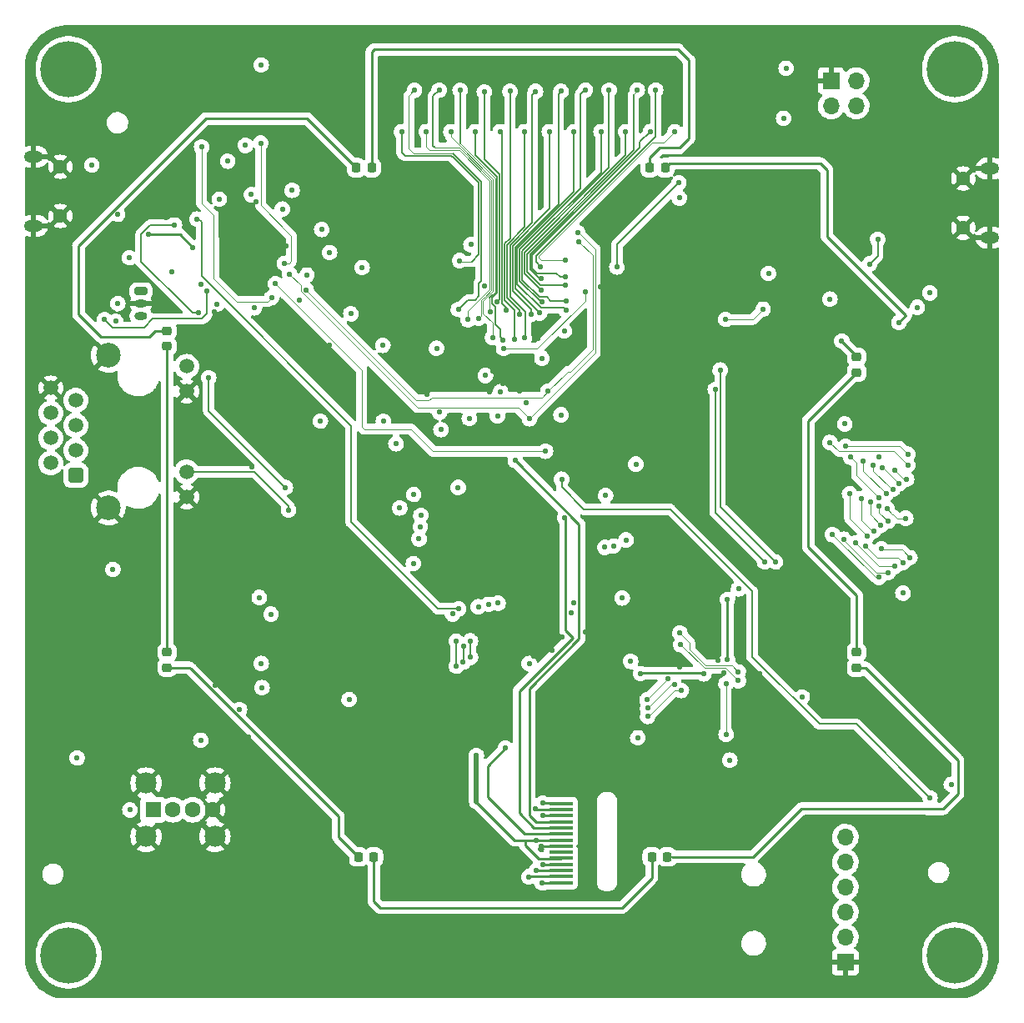
<source format=gbr>
%TF.GenerationSoftware,KiCad,Pcbnew,(6.0.8)*%
%TF.CreationDate,2023-03-24T20:25:01-04:00*%
%TF.ProjectId,lb_mp1,6c625f6d-7031-42e6-9b69-6361645f7063,rev?*%
%TF.SameCoordinates,Original*%
%TF.FileFunction,Copper,L4,Bot*%
%TF.FilePolarity,Positive*%
%FSLAX46Y46*%
G04 Gerber Fmt 4.6, Leading zero omitted, Abs format (unit mm)*
G04 Created by KiCad (PCBNEW (6.0.8)) date 2023-03-24 20:25:01*
%MOMM*%
%LPD*%
G01*
G04 APERTURE LIST*
G04 Aperture macros list*
%AMRoundRect*
0 Rectangle with rounded corners*
0 $1 Rounding radius*
0 $2 $3 $4 $5 $6 $7 $8 $9 X,Y pos of 4 corners*
0 Add a 4 corners polygon primitive as box body*
4,1,4,$2,$3,$4,$5,$6,$7,$8,$9,$2,$3,0*
0 Add four circle primitives for the rounded corners*
1,1,$1+$1,$2,$3*
1,1,$1+$1,$4,$5*
1,1,$1+$1,$6,$7*
1,1,$1+$1,$8,$9*
0 Add four rect primitives between the rounded corners*
20,1,$1+$1,$2,$3,$4,$5,0*
20,1,$1+$1,$4,$5,$6,$7,0*
20,1,$1+$1,$6,$7,$8,$9,0*
20,1,$1+$1,$8,$9,$2,$3,0*%
G04 Aperture macros list end*
%TA.AperFunction,ComponentPad*%
%ADD10RoundRect,0.200000X-0.450000X0.200000X-0.450000X-0.200000X0.450000X-0.200000X0.450000X0.200000X0*%
%TD*%
%TA.AperFunction,ComponentPad*%
%ADD11O,1.300000X0.800000*%
%TD*%
%TA.AperFunction,ComponentPad*%
%ADD12R,1.600000X1.600000*%
%TD*%
%TA.AperFunction,ComponentPad*%
%ADD13C,1.600000*%
%TD*%
%TA.AperFunction,ComponentPad*%
%ADD14C,2.150000*%
%TD*%
%TA.AperFunction,ComponentPad*%
%ADD15C,5.700000*%
%TD*%
%TA.AperFunction,ComponentPad*%
%ADD16O,1.700000X1.700000*%
%TD*%
%TA.AperFunction,ComponentPad*%
%ADD17R,1.700000X1.700000*%
%TD*%
%TA.AperFunction,ComponentPad*%
%ADD18C,1.450000*%
%TD*%
%TA.AperFunction,ComponentPad*%
%ADD19O,1.900000X1.200000*%
%TD*%
%TA.AperFunction,ComponentPad*%
%ADD20RoundRect,0.250500X0.499500X-0.499500X0.499500X0.499500X-0.499500X0.499500X-0.499500X-0.499500X0*%
%TD*%
%TA.AperFunction,ComponentPad*%
%ADD21C,1.500000*%
%TD*%
%TA.AperFunction,ComponentPad*%
%ADD22C,2.500000*%
%TD*%
%TA.AperFunction,ComponentPad*%
%ADD23C,0.609600*%
%TD*%
%TA.AperFunction,SMDPad,CuDef*%
%ADD24RoundRect,0.218750X0.256250X-0.218750X0.256250X0.218750X-0.256250X0.218750X-0.256250X-0.218750X0*%
%TD*%
%TA.AperFunction,SMDPad,CuDef*%
%ADD25RoundRect,0.218750X0.218750X0.256250X-0.218750X0.256250X-0.218750X-0.256250X0.218750X-0.256250X0*%
%TD*%
%TA.AperFunction,SMDPad,CuDef*%
%ADD26RoundRect,0.218750X-0.218750X-0.256250X0.218750X-0.256250X0.218750X0.256250X-0.218750X0.256250X0*%
%TD*%
%TA.AperFunction,SMDPad,CuDef*%
%ADD27R,2.400000X0.320000*%
%TD*%
%TA.AperFunction,SMDPad,CuDef*%
%ADD28RoundRect,0.218750X-0.256250X0.218750X-0.256250X-0.218750X0.256250X-0.218750X0.256250X0.218750X0*%
%TD*%
%TA.AperFunction,ViaPad*%
%ADD29C,0.560000*%
%TD*%
%TA.AperFunction,Conductor*%
%ADD30C,0.254000*%
%TD*%
%TA.AperFunction,Conductor*%
%ADD31C,0.127000*%
%TD*%
%TA.AperFunction,Conductor*%
%ADD32C,0.100000*%
%TD*%
%TA.AperFunction,Conductor*%
%ADD33C,0.090000*%
%TD*%
%TA.AperFunction,Conductor*%
%ADD34C,0.500000*%
%TD*%
G04 APERTURE END LIST*
D10*
%TO.P,J3,1,Pin_1*%
%TO.N,+BATT*%
X111790000Y-74210000D03*
D11*
%TO.P,J3,2,Pin_2*%
%TO.N,GND*%
X111790000Y-75460000D03*
%TO.P,J3,3*%
%TO.N,N/C*%
X111790000Y-76710000D03*
%TD*%
D12*
%TO.P,J8,1,VBUS*%
%TO.N,VCC*%
X113030000Y-126860000D03*
D13*
%TO.P,J8,2,D-*%
%TO.N,/Connections/USB-D-*%
X115030000Y-126860000D03*
%TO.P,J8,3,D+*%
%TO.N,/Connections/USB-D+*%
X117030000Y-126860000D03*
%TO.P,J8,4,GND*%
%TO.N,GND*%
X119030000Y-126860000D03*
D14*
%TO.P,J8,5,Shield*%
X119300000Y-124140000D03*
X119300000Y-129580000D03*
X112300000Y-124140000D03*
X112300000Y-129580000D03*
%TD*%
D15*
%TO.P,H1,1*%
%TO.N,N/C*%
X104440000Y-51660000D03*
%TD*%
%TO.P,H4,1*%
%TO.N,N/C*%
X194440000Y-141660000D03*
%TD*%
%TO.P,H3,1*%
%TO.N,N/C*%
X104440000Y-141660000D03*
%TD*%
D16*
%TO.P,J10,6,Pin_6*%
%TO.N,unconnected-(J10-Pad6)*%
X183300000Y-129650000D03*
%TO.P,J10,5,Pin_5*%
%TO.N,Net-(D10-Pad1)*%
X183300000Y-132190000D03*
%TO.P,J10,4,Pin_4*%
%TO.N,Net-(D11-Pad1)*%
X183300000Y-134730000D03*
%TO.P,J10,3,Pin_3*%
%TO.N,unconnected-(J10-Pad3)*%
X183300000Y-137270000D03*
%TO.P,J10,2,Pin_2*%
%TO.N,unconnected-(J10-Pad2)*%
X183300000Y-139810000D03*
D17*
%TO.P,J10,1,Pin_1*%
%TO.N,GND*%
X183300000Y-142350000D03*
%TD*%
D18*
%TO.P,J4,6,Shield*%
%TO.N,GND*%
X103602500Y-66560000D03*
D19*
X100902500Y-67560000D03*
D18*
X103602500Y-61560000D03*
D19*
X100902500Y-60560000D03*
%TD*%
D20*
%TO.P,J7,1*%
%TO.N,/Connections/EPHY-TXP*%
X105167500Y-92900000D03*
D21*
%TO.P,J7,2*%
%TO.N,/Connections/EPHY-TXN*%
X102627500Y-91640000D03*
%TO.P,J7,3*%
%TO.N,/Connections/EPHY-RXP*%
X105167500Y-90360000D03*
%TO.P,J7,4*%
%TO.N,Net-(C61-Pad1)*%
X102627500Y-89100000D03*
%TO.P,J7,5*%
%TO.N,Net-(C70-Pad1)*%
X105167500Y-87820000D03*
%TO.P,J7,6*%
%TO.N,/Connections/EPHY-RXN*%
X102627500Y-86560000D03*
%TO.P,J7,7*%
%TO.N,unconnected-(J7-Pad7)*%
X105167500Y-85280000D03*
%TO.P,J7,8*%
%TO.N,GND*%
X102627500Y-84020000D03*
%TO.P,J7,9*%
X116427500Y-95085000D03*
%TO.P,J7,10*%
%TO.N,Net-(J7-Pad10)*%
X116427500Y-92545000D03*
%TO.P,J7,11*%
%TO.N,GND*%
X116427500Y-84375000D03*
%TO.P,J7,12*%
%TO.N,Net-(J7-Pad12)*%
X116427500Y-81835000D03*
D22*
%TO.P,J7,SH*%
%TO.N,GND*%
X108477500Y-96205000D03*
X108477500Y-80715000D03*
%TD*%
D19*
%TO.P,J5,6,Shield*%
%TO.N,GND*%
X197977500Y-61760000D03*
D18*
X195277500Y-62760000D03*
D19*
X197977500Y-68760000D03*
D18*
X195277500Y-67760000D03*
%TD*%
D23*
%TO.P,U2,GND$1,EP*%
%TO.N,GND*%
X123140000Y-71590000D03*
%TO.P,U2,GND$2,EP*%
X121940000Y-71590000D03*
%TO.P,U2,GND$3,EP*%
X120740000Y-71590000D03*
%TO.P,U2,GND$4,EP*%
X123140000Y-70390000D03*
%TO.P,U2,GND$5,EP*%
X121940000Y-70390000D03*
%TO.P,U2,GND$6,EP*%
X120740000Y-70390000D03*
%TO.P,U2,GND$7,EP*%
X123140000Y-69190000D03*
%TO.P,U2,GND$8,EP*%
X121940000Y-69190000D03*
%TO.P,U2,GND$9,EP*%
X120740000Y-69190000D03*
%TD*%
D15*
%TO.P,H2,1*%
%TO.N,N/C*%
X194440000Y-51660000D03*
%TD*%
D17*
%TO.P,J2,1,Pin_1*%
%TO.N,GND*%
X181859000Y-52827000D03*
D16*
%TO.P,J2,2,Pin_2*%
%TO.N,SWCLK*%
X184399000Y-52827000D03*
%TO.P,J2,3,Pin_3*%
%TO.N,NRST*%
X181859000Y-55367000D03*
%TO.P,J2,4,Pin_4*%
%TO.N,SWDIO*%
X184399000Y-55367000D03*
%TD*%
D23*
%TO.P,U8,GND$1,EGND*%
%TO.N,GND*%
X150440000Y-97660000D03*
%TO.P,U8,GND$2,EGND*%
X149440000Y-97660000D03*
%TO.P,U8,GND$3,EGND*%
X148440000Y-97660000D03*
%TO.P,U8,GND$4,EGND*%
X150440000Y-96660000D03*
%TO.P,U8,GND$5,EGND*%
X149440000Y-96660000D03*
%TO.P,U8,GND$6,EGND*%
X148440000Y-96660000D03*
%TO.P,U8,GND$7,EGND*%
X150440000Y-95660000D03*
%TO.P,U8,GND$8,EGND*%
X149440000Y-95660000D03*
%TO.P,U8,GND$9,EGND*%
X148440000Y-95660000D03*
%TD*%
D24*
%TO.P,D27,1,K*%
%TO.N,Net-(D27-Pad1)*%
X114440000Y-79787500D03*
%TO.P,D27,2,A*%
%TO.N,Net-(D25-Pad1)*%
X114440000Y-78212500D03*
%TD*%
D25*
%TO.P,D30,1,K*%
%TO.N,Net-(D28-Pad2)*%
X165227500Y-131660000D03*
%TO.P,D30,2,A*%
%TO.N,Net-(D30-Pad2)*%
X163652500Y-131660000D03*
%TD*%
D26*
%TO.P,D25,1,K*%
%TO.N,Net-(D25-Pad1)*%
X133652500Y-61660000D03*
%TO.P,D25,2,A*%
%TO.N,Net-(D24-Pad1)*%
X135227500Y-61660000D03*
%TD*%
D27*
%TO.P,U14,1,C2P*%
%TO.N,Net-(C107-Pad2)*%
X154422500Y-134275000D03*
%TO.P,U14,2,C2N*%
%TO.N,Net-(C107-Pad1)*%
X154422500Y-133655000D03*
%TO.P,U14,3,C1P*%
%TO.N,Net-(C103-Pad2)*%
X154422500Y-133035000D03*
%TO.P,U14,4,C1N*%
%TO.N,Net-(C103-Pad1)*%
X154422500Y-132415000D03*
%TO.P,U14,5,VBAT*%
%TO.N,Net-(C104-Pad1)*%
X154422500Y-131795000D03*
%TO.P,U14,6,VBREF*%
%TO.N,unconnected-(U14-Pad6)*%
X154422500Y-131175000D03*
%TO.P,U14,7,VSS*%
%TO.N,GND*%
X154422500Y-130555000D03*
%TO.P,U14,8,VDD*%
%TO.N,Net-(C104-Pad1)*%
X154422500Y-129935000D03*
%TO.P,U14,9,RES*%
%TO.N,Net-(C106-Pad2)*%
X154422500Y-129315000D03*
%TO.P,U14,10,SCL*%
%TO.N,scl*%
X154422500Y-128695000D03*
%TO.P,U14,11,SDA*%
%TO.N,sda*%
X154422500Y-128075000D03*
%TO.P,U14,12,IREF*%
%TO.N,Net-(R66-Pad2)*%
X154422500Y-127455000D03*
%TO.P,U14,13,VCOMH*%
%TO.N,Net-(C102-Pad2)*%
X154422500Y-126835000D03*
%TO.P,U14,14,VCC*%
%TO.N,Net-(C108-Pad1)*%
X154422500Y-126215000D03*
%TD*%
D26*
%TO.P,D24,1,K*%
%TO.N,Net-(D24-Pad1)*%
X163440000Y-61660000D03*
%TO.P,D24,2,A*%
%TO.N,Net-(C60-Pad1)*%
X165015000Y-61660000D03*
%TD*%
D28*
%TO.P,D26,1,K*%
%TO.N,Net-(D26-Pad1)*%
X184440000Y-80872500D03*
%TO.P,D26,2,A*%
%TO.N,Net-(D26-Pad2)*%
X184440000Y-82447500D03*
%TD*%
%TO.P,D28,1,K*%
%TO.N,Net-(D26-Pad2)*%
X184440000Y-110872500D03*
%TO.P,D28,2,A*%
%TO.N,Net-(D28-Pad2)*%
X184440000Y-112447500D03*
%TD*%
D25*
%TO.P,D31,1,K*%
%TO.N,Net-(D30-Pad2)*%
X135440000Y-131660000D03*
%TO.P,D31,2,A*%
%TO.N,Net-(D29-Pad1)*%
X133865000Y-131660000D03*
%TD*%
D24*
%TO.P,D29,1,K*%
%TO.N,Net-(D29-Pad1)*%
X114440000Y-112447500D03*
%TO.P,D29,2,A*%
%TO.N,Net-(D27-Pad1)*%
X114440000Y-110872500D03*
%TD*%
D29*
%TO.N,GND*%
X170400000Y-128100000D03*
X173800000Y-137300000D03*
%TO.N,Net-(D1-Pad1)*%
X108100000Y-77100000D03*
%TO.N,GND*%
X144450000Y-115390000D03*
X150400000Y-110600000D03*
X119300000Y-114200000D03*
X163600000Y-91400000D03*
X170936662Y-112959190D03*
X152400000Y-130600000D03*
X124640000Y-77060000D03*
X180400000Y-82400000D03*
X191800000Y-121100000D03*
X119300000Y-109300000D03*
X155500000Y-85900000D03*
X130900000Y-79700000D03*
X147170000Y-84460000D03*
X147800000Y-108600000D03*
X121300000Y-106900000D03*
X142903970Y-83833491D03*
X158400000Y-73800000D03*
X132100000Y-95500000D03*
X192400000Y-95800000D03*
X148510000Y-83540000D03*
X137200000Y-76200000D03*
X114300000Y-66700000D03*
X158200000Y-106900000D03*
X171700000Y-78400000D03*
X121300000Y-105100000D03*
X161700000Y-95400000D03*
X152100000Y-79000000D03*
X123046461Y-92066412D03*
X127900000Y-75100000D03*
X127300000Y-92700000D03*
X166500000Y-112400000D03*
X120140000Y-66030000D03*
X185700000Y-125500000D03*
X192600000Y-99800000D03*
X123470172Y-65163742D03*
X189200000Y-96000000D03*
X153500000Y-110700000D03*
X165000000Y-109000000D03*
X189400000Y-88000000D03*
X145900000Y-109000000D03*
X170370000Y-111720000D03*
X162040000Y-99360000D03*
X126480000Y-69650000D03*
X117620000Y-107320000D03*
X163900000Y-93900000D03*
X193200000Y-92300000D03*
X136300000Y-90300000D03*
X162300000Y-75600000D03*
X121500000Y-112100000D03*
X137427580Y-86718409D03*
X156900000Y-108800000D03*
X174400000Y-83500000D03*
X137200000Y-99500000D03*
X183000000Y-105500000D03*
X150200000Y-84300000D03*
X193000000Y-127800000D03*
X192400000Y-105300000D03*
X175768000Y-70358000D03*
X151668208Y-111267169D03*
X140853222Y-84684415D03*
X174880000Y-115200000D03*
X159800000Y-113000000D03*
X187900000Y-110000000D03*
X188000000Y-104100000D03*
X122730000Y-119460000D03*
X136860000Y-94700000D03*
X174990000Y-114050000D03*
X150800000Y-102700000D03*
X142300000Y-108300000D03*
X119400000Y-117200000D03*
X136500000Y-97900000D03*
X121500000Y-64300000D03*
X154540000Y-109360000D03*
X119260000Y-76260000D03*
X122400000Y-78700000D03*
X174620000Y-113060000D03*
X147500000Y-82300000D03*
X146670000Y-73640000D03*
%TO.N,+1V8*%
X136400000Y-87400000D03*
X138060000Y-96210000D03*
X137680000Y-89700000D03*
X142100000Y-86500000D03*
X144000000Y-94130000D03*
X130000000Y-87400000D03*
%TO.N,N_Oe*%
X126340000Y-71380000D03*
X123940000Y-59160000D03*
%TO.N,+VDC*%
X110600000Y-70800000D03*
X109400000Y-66400000D03*
X106800000Y-61400000D03*
%TO.N,Pwron*%
X117940000Y-59560000D03*
X125040000Y-74860000D03*
%TO.N,reset*%
X117460000Y-66880000D03*
X144040000Y-106460000D03*
%TO.N,Net-(D11-Pad1)*%
X170600000Y-82200000D03*
X176200000Y-101700000D03*
%TO.N,Net-(D1-Pad1)*%
X118440000Y-74160000D03*
%TO.N,Net-(D15-Pad1)*%
X145250000Y-111390000D03*
X145250000Y-109710000D03*
%TO.N,Net-(D21-Pad1)*%
X143810000Y-112290000D03*
X143800000Y-109740000D03*
%TO.N,PWM0*%
X154500000Y-93300000D03*
X191910000Y-125650000D03*
%TO.N,Net-(C6-Pad1)*%
X117040000Y-69750000D03*
X112540000Y-68460000D03*
%TO.N,+3.3V*%
X154770000Y-78240000D03*
X120600000Y-61000000D03*
X189155000Y-104860000D03*
X119520000Y-75500000D03*
X123000000Y-64400000D03*
X126140000Y-65860000D03*
X166450000Y-64730000D03*
X125000000Y-107000000D03*
X145300000Y-69480000D03*
X178930000Y-115410000D03*
X162040000Y-91760000D03*
X122400000Y-59400000D03*
X161040000Y-99460000D03*
X190610000Y-75840000D03*
X121800000Y-116700000D03*
X146770000Y-82770000D03*
X124080000Y-114460000D03*
X171340000Y-111640000D03*
X186690000Y-91070000D03*
X160650000Y-105360000D03*
X155720000Y-105810000D03*
X124000000Y-112000000D03*
X146040000Y-106240000D03*
X141800000Y-80000000D03*
X108940000Y-102460000D03*
X105300000Y-121600000D03*
X148300000Y-84400000D03*
X181742500Y-75010000D03*
X161500000Y-111800000D03*
X177038000Y-56642000D03*
X171340000Y-105510000D03*
X175500000Y-72400000D03*
X140150000Y-98130000D03*
X139440000Y-101860000D03*
X172460000Y-104420000D03*
X123800000Y-105300000D03*
X162520000Y-113030000D03*
X148050000Y-105880000D03*
X109440000Y-75460000D03*
X168950000Y-113060000D03*
X162230000Y-119550000D03*
X171580000Y-121820000D03*
X152500000Y-81010000D03*
X191890000Y-74380000D03*
%TO.N,Net-(J7-Pad10)*%
X126770000Y-96430000D03*
%TO.N,Net-(J7-Pad12)*%
X118660000Y-83000000D03*
X126450000Y-94130000D03*
%TO.N,Net-(D13-Pad1)*%
X144510000Y-110240000D03*
X144500000Y-111870000D03*
%TO.N,Net-(D10-Pad1)*%
X186590000Y-68930000D03*
X175100000Y-101700000D03*
X185780000Y-71440000D03*
X170100000Y-84200000D03*
%TO.N,Net-(R51-Pad2)*%
X166600000Y-110100000D03*
X172440000Y-113760000D03*
%TO.N,Net-(R60-Pad2)*%
X171190000Y-114060000D03*
X171200000Y-119200000D03*
%TO.N,Net-(RN1-Pad2)*%
X163230000Y-117380000D03*
X166660000Y-114750000D03*
%TO.N,Net-(RN1-Pad3)*%
X165942827Y-114147260D03*
X163230000Y-116540000D03*
%TO.N,Net-(RN1-Pad4)*%
X163170000Y-115710000D03*
X165310000Y-113530000D03*
%TO.N,Net-(U8-Pad5)*%
X166500000Y-108900000D03*
X172440000Y-112860000D03*
%TO.N,USART1_TX*%
X158900000Y-100210000D03*
X159320000Y-53790000D03*
X152430000Y-74120000D03*
%TO.N,USART1_RX*%
X161000000Y-58000000D03*
X154900000Y-73630000D03*
X159760000Y-100080000D03*
%TO.N,NMI*%
X125440000Y-73460000D03*
X152870000Y-90450000D03*
%TO.N,+1V2*%
X154440000Y-86760000D03*
X150900000Y-85500000D03*
X140020000Y-99360000D03*
X158970000Y-94960000D03*
X130950000Y-70280000D03*
X140200000Y-96960000D03*
X147990000Y-86860000D03*
X147100000Y-106000000D03*
X142245000Y-88255000D03*
X134245000Y-71795000D03*
X155440000Y-106870000D03*
X145130000Y-87130000D03*
%TO.N,VDD*%
X117600000Y-76400000D03*
X115190000Y-67480000D03*
X143420000Y-106980000D03*
%TO.N,+3V0*%
X151200000Y-112000000D03*
X130140000Y-67930000D03*
X133100000Y-76500000D03*
X139470000Y-94850000D03*
%TO.N,VCC*%
X117860000Y-119800000D03*
X117890000Y-73520000D03*
X119740000Y-64860000D03*
X114880000Y-72240000D03*
X110670000Y-126880000D03*
X136350000Y-79700000D03*
X128640000Y-72560000D03*
X124000000Y-51230000D03*
X194070000Y-124280000D03*
X109240000Y-77260000D03*
X177292000Y-51562000D03*
X183240000Y-87685000D03*
X132920000Y-115660000D03*
X123300000Y-75900000D03*
X127140000Y-63960000D03*
%TO.N,scl*%
X156153604Y-68249774D03*
X154800000Y-97200000D03*
X151240000Y-87160000D03*
X126890000Y-72470000D03*
%TO.N,sda*%
X128570000Y-74100000D03*
X153090000Y-84380000D03*
X149800000Y-91400000D03*
X156230000Y-69150000D03*
%TO.N,Net-(C60-Pad1)*%
X188740000Y-77385000D03*
%TO.N,Net-(R24-Pad2)*%
X171140000Y-77070000D03*
X174950000Y-76030000D03*
%TO.N,/STM32/PF6*%
X164050000Y-53780000D03*
X152380000Y-71710000D03*
%TO.N,NRST*%
X160110000Y-71740000D03*
X166400000Y-63200000D03*
%TO.N,/STM32/PF7*%
X166000000Y-58000000D03*
X154850000Y-71020000D03*
%TO.N,/STM32/PB0*%
X148870000Y-76120000D03*
X148250000Y-58000000D03*
%TO.N,/STM32/PB1*%
X149680000Y-79060000D03*
X149260000Y-53900000D03*
%TO.N,USART2_TX*%
X140750000Y-58000000D03*
X145000000Y-77090000D03*
%TO.N,USART2_RX*%
X142060000Y-53780000D03*
X146060000Y-76940000D03*
%TO.N,/STM32/PB2*%
X150200000Y-76550000D03*
X150750000Y-58000000D03*
%TO.N,/STM32/PB12*%
X154440000Y-53890000D03*
X152250000Y-76420000D03*
%TO.N,/STM32/PB13*%
X155750000Y-58000000D03*
X154930000Y-76090000D03*
%TO.N,/STM32/PB14*%
X156910000Y-53780000D03*
X152480000Y-75290000D03*
%TO.N,/STM32/PB15*%
X154960000Y-75160000D03*
X158500000Y-58000000D03*
%TO.N,I2C2_SCL*%
X150710000Y-78940000D03*
X151860000Y-53910000D03*
%TO.N,I2C2_SDA*%
X153250000Y-58000000D03*
X151390000Y-76550000D03*
%TO.N,PWM_CH1*%
X156890000Y-74300000D03*
X148607994Y-80008393D03*
%TO.N,/STM32/PA1*%
X144010000Y-76050000D03*
X139560000Y-53800000D03*
%TO.N,/STM32/PA4*%
X147480000Y-78920000D03*
X143250000Y-58000000D03*
%TO.N,/STM32/PA5*%
X147240000Y-76330000D03*
X144200000Y-53790000D03*
%TO.N,/STM32/PA6*%
X145750000Y-58000000D03*
X148510000Y-79140000D03*
%TO.N,/STM32/PA7*%
X146650000Y-53960000D03*
X147960000Y-75240000D03*
%TO.N,/STM32/PA11*%
X152440000Y-72890000D03*
X162180000Y-53770000D03*
%TO.N,/STM32/PA12*%
X154920000Y-72740000D03*
X163500000Y-58000000D03*
%TO.N,/STM32/PC13*%
X138250000Y-58000000D03*
X144160000Y-71100000D03*
%TO.N,Net-(D26-Pad1)*%
X182940000Y-79260000D03*
%TO.N,Net-(C102-Pad2)*%
X151800000Y-126800000D03*
%TO.N,Net-(C103-Pad1)*%
X152620000Y-132400000D03*
%TO.N,Net-(C103-Pad2)*%
X151910008Y-133056982D03*
%TO.N,Net-(C107-Pad1)*%
X151180000Y-133670000D03*
%TO.N,Net-(C107-Pad2)*%
X152500000Y-134300000D03*
%TO.N,Net-(C108-Pad1)*%
X152600000Y-126200000D03*
%TO.N,Net-(R66-Pad2)*%
X152600000Y-127400000D03*
%TO.N,Net-(C104-Pad1)*%
X145850000Y-121350000D03*
X151895000Y-129935000D03*
%TO.N,Net-(C106-Pad2)*%
X148800000Y-120600000D03*
%TO.N,Net-(U10-Pad30)*%
X181740000Y-89560000D03*
X189640000Y-91860000D03*
%TO.N,Net-(U10-Pad32)*%
X183340000Y-89960000D03*
X189640000Y-90760000D03*
%TO.N,Net-(U10-Pad23)*%
X183840000Y-91060000D03*
X186700102Y-95182843D03*
%TO.N,Net-(U10-Pad24)*%
X185140000Y-91460000D03*
X187440000Y-94760000D03*
%TO.N,Net-(U10-Pad25)*%
X188130000Y-94310000D03*
X186140000Y-91860000D03*
%TO.N,Net-(U10-Pad26)*%
X187040000Y-92160000D03*
X188740000Y-93760000D03*
%TO.N,Net-(U10-Pad27)*%
X189532936Y-93285262D03*
X188340000Y-92360000D03*
%TO.N,Net-(U10-Pad15)*%
X185520000Y-99040000D03*
X183740000Y-94760000D03*
%TO.N,Net-(U10-Pad16)*%
X186190000Y-98550000D03*
X184940000Y-95260000D03*
%TO.N,Net-(U10-Pad17)*%
X185840000Y-95560000D03*
X186910000Y-97980000D03*
%TO.N,Net-(U10-Pad18)*%
X186740000Y-96060000D03*
X187620000Y-97560000D03*
%TO.N,Net-(U10-Pad19)*%
X189440000Y-97260000D03*
X187546393Y-96284697D03*
%TO.N,Net-(U10-Pad7)*%
X181990000Y-98920000D03*
X186740000Y-103260000D03*
%TO.N,Net-(U10-Pad8)*%
X183150000Y-99390000D03*
X187640000Y-102760000D03*
%TO.N,Net-(U10-Pad9)*%
X184340000Y-99760000D03*
X188340000Y-102160000D03*
%TO.N,Net-(U10-Pad10)*%
X189140000Y-101760000D03*
X185340000Y-100060000D03*
%TO.N,Net-(U10-Pad11)*%
X186980000Y-100350000D03*
X189860631Y-101263626D03*
%TD*%
D30*
%TO.N,Net-(D25-Pad1)*%
X118360768Y-56660000D02*
X128652500Y-56660000D01*
X105440000Y-76540000D02*
X105440000Y-69580768D01*
X112600000Y-78800000D02*
X107700000Y-78800000D01*
X107700000Y-78800000D02*
X105440000Y-76540000D01*
X128652500Y-56660000D02*
X133652500Y-61660000D01*
X114440000Y-78212500D02*
X113187500Y-78212500D01*
X113187500Y-78212500D02*
X112600000Y-78800000D01*
X105440000Y-69580768D02*
X118360768Y-56660000D01*
D31*
%TO.N,Net-(D1-Pad1)*%
X118500000Y-74220000D02*
X118440000Y-74160000D01*
X118500000Y-76500000D02*
X118500000Y-74220000D01*
X118000000Y-77000000D02*
X118500000Y-76500000D01*
X108100000Y-77100000D02*
X108900000Y-77900000D01*
X108900000Y-77900000D02*
X112100000Y-77900000D01*
X112100000Y-77900000D02*
X113000000Y-77000000D01*
X113000000Y-77000000D02*
X118000000Y-77000000D01*
D30*
%TO.N,Net-(D27-Pad1)*%
X114440000Y-79787500D02*
X114440000Y-110872500D01*
%TO.N,GND*%
X154422500Y-130555000D02*
X152445000Y-130555000D01*
X152445000Y-130555000D02*
X152400000Y-130600000D01*
D32*
%TO.N,N_Oe*%
X126820000Y-71380000D02*
X127040000Y-71160000D01*
X127040000Y-68560000D02*
X127040000Y-71160000D01*
X123940000Y-65460000D02*
X127040000Y-68560000D01*
D33*
X123940000Y-59160000D02*
X123940000Y-65460000D01*
D32*
X126340000Y-71380000D02*
X126820000Y-71380000D01*
D33*
%TO.N,Pwron*%
X124640000Y-75260000D02*
X125040000Y-74860000D01*
X119140000Y-66460000D02*
X117940000Y-65260000D01*
X117940000Y-64560000D02*
X117940000Y-59560000D01*
X117940000Y-65260000D02*
X117940000Y-64560000D01*
X119160000Y-68780000D02*
X119160000Y-72930000D01*
X119160000Y-72930000D02*
X121490000Y-75260000D01*
X121490000Y-75260000D02*
X124640000Y-75260000D01*
X119140000Y-66460000D02*
X119140000Y-68760000D01*
D31*
%TO.N,reset*%
X117460000Y-66880000D02*
X117630000Y-66880000D01*
X117940000Y-72660000D02*
X133140000Y-87860000D01*
X117940000Y-67190000D02*
X117940000Y-72660000D01*
X133140000Y-87860000D02*
X133140000Y-97660000D01*
X141940000Y-106460000D02*
X144040000Y-106460000D01*
X117630000Y-66880000D02*
X117940000Y-67190000D01*
X133140000Y-97660000D02*
X141940000Y-106460000D01*
%TO.N,Net-(D11-Pad1)*%
X170600000Y-96100000D02*
X176200000Y-101700000D01*
X170600000Y-82200000D02*
X170600000Y-96100000D01*
%TO.N,Net-(D15-Pad1)*%
X145250000Y-109710000D02*
X145250000Y-111390000D01*
%TO.N,Net-(D21-Pad1)*%
X143800000Y-112280000D02*
X143810000Y-112290000D01*
X143800000Y-109740000D02*
X143800000Y-112280000D01*
D30*
%TO.N,Net-(D26-Pad2)*%
X184440000Y-105060000D02*
X179540000Y-100160000D01*
X179540000Y-100160000D02*
X179540000Y-87347500D01*
X179540000Y-87347500D02*
X184440000Y-82447500D01*
X184440000Y-110872500D02*
X184440000Y-105060000D01*
%TO.N,Net-(D28-Pad2)*%
X193240000Y-126760000D02*
X194740000Y-125260000D01*
X194740000Y-121860000D02*
X185327500Y-112447500D01*
D31*
X165227500Y-131660000D02*
X165740000Y-131660000D01*
X178840000Y-126760000D02*
X193240000Y-126760000D01*
X173950000Y-131650000D02*
X178850000Y-126750000D01*
D30*
X194740000Y-125260000D02*
X194740000Y-121860000D01*
X194740000Y-125260000D02*
X194740000Y-125160000D01*
X173940000Y-131660000D02*
X178850000Y-126750000D01*
X191599232Y-126760000D02*
X193240000Y-126760000D01*
X185327500Y-112447500D02*
X184440000Y-112447500D01*
X165740000Y-131660000D02*
X173940000Y-131660000D01*
X191589232Y-126750000D02*
X191599232Y-126760000D01*
X178850000Y-126750000D02*
X191589232Y-126750000D01*
D31*
X194740000Y-125160000D02*
X194740000Y-121860000D01*
D30*
%TO.N,Net-(D29-Pad1)*%
X131840000Y-127540000D02*
X131840000Y-129635000D01*
X116860000Y-112560000D02*
X131840000Y-127540000D01*
X116727500Y-112447500D02*
X116840000Y-112560000D01*
X131840000Y-129635000D02*
X133865000Y-131660000D01*
X116840000Y-112560000D02*
X116860000Y-112560000D01*
X114440000Y-112447500D02*
X116727500Y-112447500D01*
D31*
%TO.N,PWM0*%
X180666938Y-118160000D02*
X173840000Y-111333062D01*
X154500000Y-94120000D02*
X156740000Y-96360000D01*
X173840000Y-104660000D02*
X165540000Y-96360000D01*
X191910000Y-125650000D02*
X184420000Y-118160000D01*
X173840000Y-111333062D02*
X173840000Y-104660000D01*
X165540000Y-96360000D02*
X156740000Y-96360000D01*
X184420000Y-118160000D02*
X180666938Y-118160000D01*
X154500000Y-93300000D02*
X154500000Y-94120000D01*
D30*
%TO.N,Net-(C6-Pad1)*%
X115750000Y-68460000D02*
X112540000Y-68460000D01*
X117040000Y-69750000D02*
X115750000Y-68460000D01*
%TO.N,+3.3V*%
X168869000Y-112979000D02*
X162571000Y-112979000D01*
X168950000Y-113060000D02*
X168869000Y-112979000D01*
X171340000Y-111640000D02*
X171340000Y-105510000D01*
X162571000Y-112979000D02*
X162520000Y-113030000D01*
D31*
%TO.N,Net-(J7-Pad10)*%
X126770000Y-95990000D02*
X126770000Y-96430000D01*
X116427500Y-92545000D02*
X123325000Y-92545000D01*
X123325000Y-92545000D02*
X126770000Y-95990000D01*
%TO.N,Net-(J7-Pad12)*%
X126450000Y-94130000D02*
X118660000Y-86340000D01*
X118660000Y-86340000D02*
X118660000Y-83000000D01*
%TO.N,Net-(D13-Pad1)*%
X144510000Y-110240000D02*
X144510000Y-111860000D01*
X144510000Y-111860000D02*
X144500000Y-111870000D01*
%TO.N,Net-(D10-Pad1)*%
X185780000Y-71440000D02*
X186590000Y-70630000D01*
X171900000Y-98500000D02*
X170100000Y-96700000D01*
X175100000Y-101700000D02*
X171900000Y-98500000D01*
X170100000Y-96700000D02*
X170100000Y-84200000D01*
X186590000Y-70630000D02*
X186590000Y-68930000D01*
D32*
%TO.N,Net-(R51-Pad2)*%
X171165190Y-112485190D02*
X171890000Y-113210000D01*
X168985190Y-112485190D02*
X171165190Y-112485190D01*
X166600000Y-110100000D02*
X168985190Y-112485190D01*
D33*
X171890000Y-113210000D02*
X172440000Y-113760000D01*
%TO.N,Net-(R60-Pad2)*%
X171190000Y-118950000D02*
X171190000Y-119190000D01*
X171190000Y-114060000D02*
X171190000Y-118950000D01*
X171190000Y-119190000D02*
X171200000Y-119200000D01*
%TO.N,Net-(RN1-Pad2)*%
X163340000Y-117380000D02*
X164110000Y-116610000D01*
X163230000Y-117380000D02*
X163340000Y-117380000D01*
X165800000Y-114920000D02*
X165970000Y-114750000D01*
X165970000Y-114750000D02*
X166660000Y-114750000D01*
X165800000Y-114920000D02*
X164110000Y-116610000D01*
%TO.N,Net-(RN1-Pad3)*%
X163230000Y-116540000D02*
X165622740Y-114147260D01*
X165622740Y-114147260D02*
X165942827Y-114147260D01*
D32*
%TO.N,Net-(RN1-Pad4)*%
X165310000Y-113530000D02*
X163170000Y-115670000D01*
X163170000Y-115670000D02*
X163170000Y-115710000D01*
%TO.N,Net-(U8-Pad5)*%
X171780000Y-112200000D02*
X172440000Y-112860000D01*
X169100000Y-112200000D02*
X171780000Y-112200000D01*
X167500000Y-109900000D02*
X167500000Y-110600000D01*
X167500000Y-110600000D02*
X169100000Y-112200000D01*
X166500000Y-108900000D02*
X167500000Y-109900000D01*
D33*
%TO.N,USART1_TX*%
X152430000Y-74076899D02*
X152430000Y-74120000D01*
D31*
X150730000Y-70270000D02*
X150730000Y-72376899D01*
X150730000Y-72376899D02*
X152430000Y-74076899D01*
X159320000Y-53790000D02*
X159320000Y-61680000D01*
X159320000Y-61680000D02*
X150730000Y-70270000D01*
%TO.N,USART1_RX*%
X161000000Y-60400000D02*
X150970000Y-70430000D01*
X150970000Y-70430000D02*
X150970000Y-72220000D01*
X150970000Y-72220000D02*
X152380000Y-73630000D01*
X161000000Y-58000000D02*
X161000000Y-60400000D01*
X152380000Y-73630000D02*
X154900000Y-73630000D01*
D33*
%TO.N,NMI*%
X134450000Y-88210000D02*
X139200000Y-88210000D01*
X139200000Y-88210000D02*
X141440000Y-90450000D01*
X134200000Y-82220000D02*
X134200000Y-87960000D01*
X141440000Y-90450000D02*
X152870000Y-90450000D01*
X125440000Y-73460000D02*
X134200000Y-82220000D01*
X134200000Y-87960000D02*
X134450000Y-88210000D01*
D31*
%TO.N,VDD*%
X116400000Y-75800000D02*
X117000000Y-76400000D01*
X117000000Y-76400000D02*
X117600000Y-76400000D01*
X111800000Y-71200000D02*
X116400000Y-75800000D01*
X111800000Y-68400000D02*
X111800000Y-71200000D01*
X112720000Y-67480000D02*
X111800000Y-68400000D01*
X115190000Y-67480000D02*
X112720000Y-67480000D01*
D33*
%TO.N,scl*%
X156219774Y-68249774D02*
X156153604Y-68249774D01*
X128050000Y-73630000D02*
X128050000Y-74214982D01*
X157080000Y-69110000D02*
X156219774Y-68249774D01*
D30*
X150200000Y-127200000D02*
X150200000Y-114779232D01*
D33*
X126890000Y-72470000D02*
X128050000Y-73630000D01*
X157080000Y-69110000D02*
X157920000Y-69950000D01*
D30*
X150200000Y-114779232D02*
X155600000Y-109379232D01*
D33*
X150111000Y-86031000D02*
X151240000Y-87160000D01*
D30*
X154889000Y-97289000D02*
X154800000Y-97200000D01*
X154422500Y-128695000D02*
X151695000Y-128695000D01*
X155600000Y-109379232D02*
X154889000Y-108668232D01*
X154889000Y-99511000D02*
X154889000Y-97289000D01*
D33*
X157920000Y-80480000D02*
X151240000Y-87160000D01*
X139866018Y-86031000D02*
X150111000Y-86031000D01*
X157920000Y-69950000D02*
X157920000Y-80480000D01*
D30*
X151695000Y-128695000D02*
X150200000Y-127200000D01*
X154889000Y-108668232D02*
X154889000Y-99511000D01*
D33*
X128050000Y-74214982D02*
X139866018Y-86031000D01*
D30*
%TO.N,sda*%
X149800000Y-91400000D02*
X156271000Y-97871000D01*
D33*
X141021597Y-85275295D02*
X139745295Y-85275295D01*
X153090000Y-84380000D02*
X152469438Y-85000562D01*
X141296330Y-85000562D02*
X141021597Y-85275295D01*
X157660000Y-70570000D02*
X156240000Y-69150000D01*
D30*
X151875000Y-128075000D02*
X151200000Y-127400000D01*
X154422500Y-128075000D02*
X151875000Y-128075000D01*
D33*
X157660000Y-80070000D02*
X157660000Y-70570000D01*
D30*
X151200000Y-114600000D02*
X156271000Y-109529000D01*
X151200000Y-127400000D02*
X151200000Y-114600000D01*
D33*
X153090000Y-84380000D02*
X155115000Y-82355000D01*
X156240000Y-69150000D02*
X156230000Y-69150000D01*
X155375000Y-82355000D02*
X157660000Y-80070000D01*
X155115000Y-82355000D02*
X155375000Y-82355000D01*
X139745295Y-85275295D02*
X128570000Y-74100000D01*
D30*
X156271000Y-97871000D02*
X156271000Y-109529000D01*
D33*
X152469438Y-85000562D02*
X141296330Y-85000562D01*
D30*
%TO.N,Net-(C60-Pad1)*%
X180750000Y-61220000D02*
X165455000Y-61220000D01*
X188740000Y-77360000D02*
X189440000Y-76660000D01*
X165455000Y-61220000D02*
X165015000Y-61660000D01*
X181440000Y-61910000D02*
X180750000Y-61220000D01*
X189440000Y-76660000D02*
X181440000Y-68660000D01*
X181440000Y-68660000D02*
X181440000Y-61910000D01*
X188740000Y-77385000D02*
X188740000Y-77360000D01*
D33*
%TO.N,Net-(R24-Pad2)*%
X173910000Y-77070000D02*
X174950000Y-76030000D01*
X171140000Y-77070000D02*
X173910000Y-77070000D01*
D31*
%TO.N,/STM32/PF6*%
X151926500Y-70613500D02*
X163610000Y-58930000D01*
X152380000Y-71710000D02*
X151926500Y-71256500D01*
X151926500Y-71256500D02*
X151926500Y-70613500D01*
X164050000Y-58490000D02*
X164050000Y-53780000D01*
X163610000Y-58930000D02*
X164050000Y-58490000D01*
D33*
%TO.N,NRST*%
X160110000Y-69440000D02*
X160160000Y-69440000D01*
D31*
X160160000Y-69440000D02*
X166400000Y-63200000D01*
X160110000Y-69440000D02*
X160110000Y-71740000D01*
D32*
%TO.N,/STM32/PF7*%
X152200000Y-70627792D02*
X152200000Y-70800000D01*
X152200000Y-70800000D02*
X152420000Y-71020000D01*
X163713896Y-59113896D02*
X152200000Y-70627792D01*
X166000000Y-58000000D02*
X164886104Y-59113896D01*
X164886104Y-59113896D02*
X163713896Y-59113896D01*
X152420000Y-71020000D02*
X154850000Y-71020000D01*
D31*
%TO.N,/STM32/PB0*%
X148870000Y-75860000D02*
X148870000Y-76120000D01*
X148430000Y-75420000D02*
X148870000Y-75860000D01*
X148250000Y-58000000D02*
X148430000Y-58180000D01*
X148430000Y-58180000D02*
X148430000Y-75420000D01*
%TO.N,/STM32/PB1*%
X148713000Y-75133000D02*
X148713000Y-75113000D01*
X149680000Y-76100000D02*
X148713000Y-75133000D01*
X148713000Y-75113000D02*
X148713000Y-69377000D01*
X149680000Y-79060000D02*
X149680000Y-76100000D01*
X149260000Y-68830000D02*
X149260000Y-53900000D01*
X148713000Y-69377000D02*
X149260000Y-68830000D01*
D32*
%TO.N,USART2_TX*%
X147176500Y-62971692D02*
X144094808Y-59890000D01*
X143410000Y-59890000D02*
X141830000Y-59890000D01*
X141540000Y-59890000D02*
X141110000Y-59890000D01*
X141830000Y-59890000D02*
X141540000Y-59890000D01*
X145000000Y-77090000D02*
X145000000Y-76181300D01*
X140750000Y-58000000D02*
X140750000Y-59530000D01*
X147176500Y-74004800D02*
X147176500Y-62971692D01*
X140750000Y-59530000D02*
X141110000Y-59890000D01*
X144094808Y-59890000D02*
X143410000Y-59890000D01*
X145000000Y-76181300D02*
X147176500Y-74004800D01*
D31*
%TO.N,USART2_RX*%
X141460000Y-54380000D02*
X142060000Y-53780000D01*
D32*
X146628469Y-74825039D02*
X146624961Y-74825039D01*
X144113508Y-59640000D02*
X147366500Y-62892992D01*
D31*
X141690000Y-59640000D02*
X141460000Y-59410000D01*
D32*
X146624961Y-74825039D02*
X146330000Y-75120000D01*
X146060000Y-76940000D02*
X146300000Y-76700000D01*
X147366500Y-74087008D02*
X146628469Y-74825039D01*
X146330000Y-76670000D02*
X146300000Y-76700000D01*
D31*
X141460000Y-59410000D02*
X141460000Y-54380000D01*
D32*
X147366500Y-62892992D02*
X147366500Y-74087008D01*
X146330000Y-75120000D02*
X146330000Y-76670000D01*
X141690000Y-59640000D02*
X144113508Y-59640000D01*
D31*
%TO.N,/STM32/PB2*%
X150750000Y-67680000D02*
X148930000Y-69500000D01*
X150200000Y-76140000D02*
X150200000Y-76550000D01*
X148930000Y-69500000D02*
X148930000Y-74870000D01*
X148930000Y-74870000D02*
X150200000Y-76140000D01*
X150750000Y-58000000D02*
X150750000Y-67680000D01*
%TO.N,/STM32/PB12*%
X154440000Y-53890000D02*
X154170000Y-54160000D01*
X153953116Y-65623116D02*
X149793000Y-69783232D01*
X154170000Y-54160000D02*
X154170000Y-65406232D01*
X154170000Y-65406232D02*
X153953116Y-65623116D01*
X149793000Y-73963000D02*
X152250000Y-76420000D01*
X149793000Y-69783232D02*
X149793000Y-73963000D01*
%TO.N,/STM32/PB13*%
X152420000Y-75910000D02*
X154750000Y-75910000D01*
X150010000Y-73500000D02*
X152420000Y-75910000D01*
X150010000Y-69873116D02*
X150010000Y-73500000D01*
X155750000Y-58000000D02*
X155750000Y-64133116D01*
X154750000Y-75910000D02*
X154930000Y-76090000D01*
X155750000Y-64133116D02*
X150010000Y-69873116D01*
%TO.N,/STM32/PB14*%
X150260000Y-73143062D02*
X152406938Y-75290000D01*
X156830000Y-53780000D02*
X156420000Y-54190000D01*
X156150000Y-64040000D02*
X150260000Y-69930000D01*
X150260000Y-69930000D02*
X150260000Y-73143062D01*
X156420000Y-63770000D02*
X156150000Y-64040000D01*
X156420000Y-54190000D02*
X156420000Y-63770000D01*
X152406938Y-75290000D02*
X152480000Y-75290000D01*
%TO.N,/STM32/PB15*%
X150513000Y-70127000D02*
X150513000Y-73089178D01*
X152982500Y-74802500D02*
X153340000Y-75160000D01*
X150513000Y-73089178D02*
X152226322Y-74802500D01*
X158500000Y-62140000D02*
X150513000Y-70127000D01*
X158500000Y-58000000D02*
X158500000Y-62140000D01*
X152226322Y-74802500D02*
X152982500Y-74802500D01*
X153340000Y-75160000D02*
X154960000Y-75160000D01*
%TO.N,I2C2_SCL*%
X150810000Y-78840000D02*
X150710000Y-78940000D01*
X149293000Y-69490116D02*
X149293000Y-74813000D01*
X151520000Y-67263116D02*
X149293000Y-69490116D01*
X149293000Y-74813000D02*
X150810000Y-76330000D01*
X151860000Y-53910000D02*
X151520000Y-54250000D01*
X151520000Y-54250000D02*
X151520000Y-67263116D01*
X150810000Y-76330000D02*
X150810000Y-78840000D01*
%TO.N,I2C2_SDA*%
X149510000Y-74190000D02*
X151390000Y-76070000D01*
X153250000Y-65840000D02*
X149510000Y-69580000D01*
X149510000Y-69580000D02*
X149510000Y-74190000D01*
X153250000Y-58000000D02*
X153250000Y-65840000D01*
X151390000Y-76070000D02*
X151390000Y-76550000D01*
D33*
%TO.N,PWM_CH1*%
X148607994Y-80008393D02*
X148607994Y-80017994D01*
X152042006Y-80017994D02*
X156890000Y-75170000D01*
X148607994Y-80017994D02*
X152042006Y-80017994D01*
X156890000Y-75170000D02*
X156890000Y-74300000D01*
D31*
%TO.N,/STM32/PA1*%
X144010000Y-76050000D02*
X144980000Y-75080000D01*
X145700000Y-75080000D02*
X146106500Y-74673500D01*
X146323000Y-73197000D02*
X146323000Y-63120000D01*
X146106500Y-74673500D02*
X146106500Y-73413500D01*
D32*
X139300000Y-54060000D02*
X139000000Y-54360000D01*
X139000000Y-59730000D02*
X139480000Y-60210000D01*
X143413000Y-60210000D02*
X139986938Y-60210000D01*
X139480000Y-60210000D02*
X139986938Y-60210000D01*
D31*
X146106500Y-73413500D02*
X146323000Y-73197000D01*
X139300000Y-54060000D02*
X139560000Y-53800000D01*
X146323000Y-63120000D02*
X143413000Y-60210000D01*
D32*
X139000000Y-54360000D02*
X139000000Y-59730000D01*
D31*
X144980000Y-75080000D02*
X145700000Y-75080000D01*
D32*
%TO.N,/STM32/PA4*%
X147556500Y-62814292D02*
X147556500Y-74165708D01*
X146520000Y-75202208D02*
X146520000Y-76440000D01*
X147480000Y-78920000D02*
X147480000Y-77460000D01*
X147480000Y-77400000D02*
X147480000Y-77460000D01*
X146520000Y-76440000D02*
X147480000Y-77400000D01*
X143892208Y-59150000D02*
X147556500Y-62814292D01*
X147556500Y-74165708D02*
X146520000Y-75202208D01*
X143250000Y-58000000D02*
X143250000Y-58507792D01*
X143250000Y-58507792D02*
X143892208Y-59150000D01*
%TO.N,/STM32/PA5*%
X147549092Y-74480000D02*
X147746500Y-74282592D01*
X147150000Y-76240000D02*
X147240000Y-76330000D01*
X147746500Y-74282592D02*
X147746500Y-62716500D01*
D31*
X144200000Y-59170000D02*
X144200000Y-53790000D01*
D32*
X147240000Y-76330000D02*
X147140000Y-76230000D01*
X147150000Y-74860000D02*
X147150000Y-76240000D01*
X147746500Y-62716500D02*
X144200000Y-59170000D01*
D31*
X147150000Y-74860000D02*
X147530000Y-74480000D01*
D32*
X147530000Y-74480000D02*
X147549092Y-74480000D01*
D31*
%TO.N,/STM32/PA6*%
X145750000Y-60380000D02*
X145935000Y-60565000D01*
X145935000Y-60565000D02*
X147950000Y-62580000D01*
X145750000Y-58000000D02*
X145750000Y-60380000D01*
X147950000Y-74366884D02*
X147467000Y-74849884D01*
X148250000Y-78040000D02*
X148250000Y-78880000D01*
X147467000Y-75417000D02*
X147810000Y-75760000D01*
X147810000Y-75760000D02*
X147810000Y-77600000D01*
X147810000Y-77600000D02*
X148250000Y-78040000D01*
X147467000Y-74849884D02*
X147467000Y-75417000D01*
X147950000Y-62580000D02*
X147950000Y-74366884D01*
X148250000Y-78880000D02*
X148510000Y-79140000D01*
%TO.N,/STM32/PA7*%
X146650000Y-60780000D02*
X146650000Y-53960000D01*
X148170000Y-75030000D02*
X148170000Y-62300000D01*
X147960000Y-75240000D02*
X148170000Y-75030000D01*
X148170000Y-62300000D02*
X146650000Y-60780000D01*
%TO.N,/STM32/PA11*%
X161800000Y-59910000D02*
X151290000Y-70420000D01*
D33*
X152220000Y-72890000D02*
X152440000Y-72890000D01*
D31*
X151290000Y-70420000D02*
X151290000Y-71960000D01*
D33*
X162180000Y-53770000D02*
X162180000Y-53830000D01*
D31*
X161800000Y-54210000D02*
X161800000Y-59910000D01*
X151290000Y-71960000D02*
X152220000Y-72890000D01*
D33*
X162180000Y-53830000D02*
X161800000Y-54210000D01*
D31*
%TO.N,/STM32/PA12*%
X152030000Y-72370000D02*
X153980000Y-72370000D01*
X151530000Y-70550000D02*
X151530000Y-71870000D01*
X154350000Y-72740000D02*
X153980000Y-72370000D01*
X151530000Y-71870000D02*
X152030000Y-72370000D01*
X154920000Y-72740000D02*
X154350000Y-72740000D01*
X163500000Y-58000000D02*
X162450000Y-59050000D01*
X162450000Y-59050000D02*
X162450000Y-59630000D01*
X162450000Y-59630000D02*
X151530000Y-70550000D01*
%TO.N,/STM32/PC13*%
X145400000Y-71190000D02*
X146106000Y-70484000D01*
X143323116Y-60427000D02*
X138587000Y-60427000D01*
X138330000Y-60170000D02*
X138587000Y-60427000D01*
X146106000Y-63209884D02*
X143563058Y-60666942D01*
X138250000Y-60090000D02*
X138330000Y-60170000D01*
X143563058Y-60666942D02*
X143323116Y-60427000D01*
X138250000Y-58000000D02*
X138250000Y-60090000D01*
D32*
X144160000Y-71100000D02*
X144250000Y-71190000D01*
X144250000Y-71190000D02*
X145400000Y-71190000D01*
D31*
X146106000Y-70484000D02*
X146106000Y-63209884D01*
D30*
%TO.N,Net-(D24-Pad1)*%
X135227500Y-49892500D02*
X135460000Y-49660000D01*
X167440000Y-58660000D02*
X166440000Y-59660000D01*
X166340000Y-49660000D02*
X167440000Y-50760000D01*
X135227500Y-61660000D02*
X135227500Y-49892500D01*
X164440000Y-59660000D02*
X163440000Y-60660000D01*
X163440000Y-60660000D02*
X163440000Y-61660000D01*
X166440000Y-59660000D02*
X164440000Y-59660000D01*
X167440000Y-50760000D02*
X167440000Y-58660000D01*
X135460000Y-49660000D02*
X166340000Y-49660000D01*
%TO.N,Net-(D26-Pad1)*%
X184440000Y-80760000D02*
X182940000Y-79260000D01*
X184440000Y-80872500D02*
X184440000Y-80760000D01*
%TO.N,Net-(D30-Pad2)*%
X160600000Y-136800000D02*
X163652500Y-133747500D01*
X163652500Y-133747500D02*
X163652500Y-131660000D01*
X135440000Y-131660000D02*
X135440000Y-136140000D01*
X135440000Y-136140000D02*
X136100000Y-136800000D01*
X136100000Y-136800000D02*
X160600000Y-136800000D01*
%TO.N,Net-(C102-Pad2)*%
X154422500Y-126835000D02*
X151835000Y-126835000D01*
X151835000Y-126835000D02*
X151800000Y-126800000D01*
%TO.N,Net-(C103-Pad1)*%
X152620000Y-132400000D02*
X154407500Y-132400000D01*
X154407500Y-132400000D02*
X154422500Y-132415000D01*
%TO.N,Net-(C103-Pad2)*%
X151910008Y-133056982D02*
X154400518Y-133056982D01*
X154400518Y-133056982D02*
X154422500Y-133035000D01*
%TO.N,Net-(C107-Pad1)*%
X154422500Y-133655000D02*
X151195000Y-133655000D01*
X151195000Y-133655000D02*
X151180000Y-133670000D01*
%TO.N,Net-(C107-Pad2)*%
X154397500Y-134300000D02*
X154422500Y-134275000D01*
X152500000Y-134300000D02*
X154397500Y-134300000D01*
%TO.N,Net-(C108-Pad1)*%
X152600000Y-126200000D02*
X154407500Y-126200000D01*
%TO.N,Net-(R66-Pad2)*%
X154367500Y-127400000D02*
X154422500Y-127455000D01*
X152600000Y-127400000D02*
X154367500Y-127400000D01*
%TO.N,Net-(C104-Pad1)*%
X151895000Y-129935000D02*
X154422500Y-129935000D01*
X151895000Y-129935000D02*
X150785000Y-129935000D01*
X150785000Y-130475000D02*
X150785000Y-129935000D01*
X149735000Y-129935000D02*
X145850000Y-126050000D01*
X152130000Y-131820000D02*
X150785000Y-130475000D01*
X154397500Y-131820000D02*
X154422500Y-131795000D01*
D34*
X145850000Y-126050000D02*
X145850000Y-121350000D01*
D30*
X150785000Y-129935000D02*
X149735000Y-129935000D01*
X152130000Y-131820000D02*
X154397500Y-131820000D01*
%TO.N,Net-(C106-Pad2)*%
X154422500Y-129315000D02*
X152415000Y-129315000D01*
X150715000Y-129315000D02*
X147000000Y-125600000D01*
X150885000Y-129315000D02*
X150715000Y-129315000D01*
X152415000Y-129315000D02*
X150885000Y-129315000D01*
X147000000Y-122400000D02*
X148800000Y-120600000D01*
X147000000Y-125600000D02*
X147000000Y-122400000D01*
D33*
%TO.N,Net-(U10-Pad30)*%
X182640000Y-90460000D02*
X185440000Y-90460000D01*
X185440000Y-90460000D02*
X188240000Y-90460000D01*
X188240000Y-90460000D02*
X189640000Y-91860000D01*
X181740000Y-89560000D02*
X182640000Y-90460000D01*
%TO.N,Net-(U10-Pad32)*%
X188840000Y-89960000D02*
X183340000Y-89960000D01*
X189640000Y-90760000D02*
X188840000Y-89960000D01*
D32*
%TO.N,Net-(U10-Pad23)*%
X184440000Y-92922741D02*
X184440000Y-92800000D01*
D33*
X184440000Y-92800000D02*
X184440000Y-91660000D01*
X184440000Y-91660000D02*
X183840000Y-91060000D01*
D32*
X186700102Y-95182843D02*
X184440000Y-92922741D01*
D33*
%TO.N,Net-(U10-Pad24)*%
X185140000Y-91460000D02*
X185140000Y-92460000D01*
X185140000Y-92460000D02*
X187440000Y-94760000D01*
%TO.N,Net-(U10-Pad25)*%
X186140000Y-92460000D02*
X187875000Y-94195000D01*
D32*
X188130000Y-94310000D02*
X187990000Y-94310000D01*
X187990000Y-94310000D02*
X187875000Y-94195000D01*
D33*
X186140000Y-91860000D02*
X186140000Y-92460000D01*
X187875000Y-94195000D02*
X187940000Y-94260000D01*
%TO.N,Net-(U10-Pad26)*%
X187140000Y-92160000D02*
X188740000Y-93760000D01*
X187040000Y-92160000D02*
X187140000Y-92160000D01*
%TO.N,Net-(U10-Pad27)*%
X189265262Y-93285262D02*
X189532936Y-93285262D01*
X188340000Y-92360000D02*
X189265262Y-93285262D01*
%TO.N,Net-(U10-Pad15)*%
X185520000Y-99040000D02*
X183740000Y-97260000D01*
X183740000Y-97260000D02*
X183740000Y-94760000D01*
%TO.N,Net-(U10-Pad16)*%
X186190000Y-98550000D02*
X186010000Y-98550000D01*
X184940000Y-97480000D02*
X184940000Y-95260000D01*
X186010000Y-98550000D02*
X184940000Y-97480000D01*
%TO.N,Net-(U10-Pad17)*%
X185840000Y-96910000D02*
X185840000Y-95660000D01*
X186910000Y-97980000D02*
X185840000Y-96910000D01*
X185840000Y-95660000D02*
X185840000Y-95560000D01*
%TO.N,Net-(U10-Pad18)*%
X187620000Y-97560000D02*
X186740000Y-96680000D01*
X186740000Y-96680000D02*
X186740000Y-96060000D01*
%TO.N,Net-(U10-Pad19)*%
X187546393Y-96306393D02*
X187546393Y-96284697D01*
X188540000Y-97260000D02*
X188150000Y-96870000D01*
X188150000Y-96870000D02*
X188110000Y-96870000D01*
X188540000Y-97260000D02*
X189440000Y-97260000D01*
X188110000Y-96870000D02*
X187546393Y-96306393D01*
%TO.N,Net-(U10-Pad7)*%
X186340000Y-103260000D02*
X186740000Y-103260000D01*
X182240000Y-99160000D02*
X182230000Y-99160000D01*
X182240000Y-99160000D02*
X186340000Y-103260000D01*
X182230000Y-99160000D02*
X181990000Y-98920000D01*
%TO.N,Net-(U10-Pad8)*%
X183150000Y-99470000D02*
X183150000Y-99390000D01*
X183240000Y-99560000D02*
X183150000Y-99470000D01*
X186440000Y-102760000D02*
X187640000Y-102760000D01*
X183240000Y-99560000D02*
X186440000Y-102760000D01*
%TO.N,Net-(U10-Pad9)*%
X184340000Y-99760000D02*
X186740000Y-102160000D01*
X186740000Y-102160000D02*
X188340000Y-102160000D01*
%TO.N,Net-(U10-Pad10)*%
X188630000Y-101250000D02*
X186530000Y-101250000D01*
X189140000Y-101760000D02*
X188630000Y-101250000D01*
X186530000Y-101250000D02*
X185340000Y-100060000D01*
%TO.N,Net-(U10-Pad11)*%
X189057005Y-100460000D02*
X187090000Y-100460000D01*
X189057005Y-100460000D02*
X189860631Y-101263626D01*
X187090000Y-100460000D02*
X186980000Y-100350000D01*
%TD*%
%TA.AperFunction,Conductor*%
%TO.N,GND*%
G36*
X194410018Y-47170000D02*
G01*
X194424851Y-47172310D01*
X194424855Y-47172310D01*
X194433724Y-47173691D01*
X194454183Y-47171016D01*
X194476007Y-47170072D01*
X194825965Y-47185352D01*
X194836913Y-47186310D01*
X195214498Y-47236019D01*
X195225307Y-47237926D01*
X195597114Y-47320353D01*
X195607731Y-47323198D01*
X195970939Y-47437718D01*
X195981254Y-47441471D01*
X196333123Y-47587220D01*
X196343067Y-47591858D01*
X196680867Y-47767705D01*
X196690387Y-47773201D01*
X197011574Y-47977820D01*
X197020578Y-47984124D01*
X197322716Y-48215962D01*
X197331137Y-48223028D01*
X197611914Y-48480314D01*
X197619686Y-48488086D01*
X197876972Y-48768863D01*
X197884038Y-48777284D01*
X198115876Y-49079422D01*
X198122180Y-49088426D01*
X198196392Y-49204915D01*
X198316549Y-49393523D01*
X198326799Y-49409613D01*
X198332294Y-49419132D01*
X198485685Y-49713792D01*
X198508138Y-49756924D01*
X198512780Y-49766877D01*
X198579691Y-49928414D01*
X198658526Y-50118739D01*
X198662282Y-50129061D01*
X198737432Y-50367402D01*
X198776802Y-50492268D01*
X198779647Y-50502885D01*
X198857176Y-50852595D01*
X198862073Y-50874685D01*
X198863981Y-50885502D01*
X198913690Y-51263086D01*
X198914648Y-51274035D01*
X198928189Y-51584156D01*
X198929603Y-51616552D01*
X198928223Y-51641429D01*
X198926309Y-51653724D01*
X198927473Y-51662626D01*
X198927473Y-51662628D01*
X198930436Y-51685283D01*
X198931500Y-51701621D01*
X198931500Y-60622187D01*
X198911498Y-60690308D01*
X198857842Y-60736801D01*
X198787568Y-60746905D01*
X198758402Y-60739053D01*
X198649189Y-60695039D01*
X198637730Y-60691645D01*
X198440572Y-60653143D01*
X198431709Y-60652066D01*
X198429000Y-60652000D01*
X198249615Y-60652000D01*
X198234376Y-60656475D01*
X198233171Y-60657865D01*
X198231500Y-60665548D01*
X198231500Y-62849885D01*
X198235975Y-62865124D01*
X198237365Y-62866329D01*
X198245048Y-62868000D01*
X198377332Y-62868000D01*
X198383308Y-62867715D01*
X198531994Y-62853529D01*
X198543728Y-62851270D01*
X198735099Y-62795128D01*
X198746176Y-62790698D01*
X198747810Y-62789856D01*
X198748715Y-62789682D01*
X198751745Y-62788470D01*
X198751979Y-62789054D01*
X198817529Y-62776449D01*
X198883429Y-62802863D01*
X198924587Y-62860712D01*
X198931500Y-62901873D01*
X198931500Y-67622187D01*
X198911498Y-67690308D01*
X198857842Y-67736801D01*
X198787568Y-67746905D01*
X198758402Y-67739053D01*
X198649189Y-67695039D01*
X198637730Y-67691645D01*
X198440572Y-67653143D01*
X198431709Y-67652066D01*
X198429000Y-67652000D01*
X198249615Y-67652000D01*
X198234376Y-67656475D01*
X198233171Y-67657865D01*
X198231500Y-67665548D01*
X198231500Y-69849885D01*
X198235975Y-69865124D01*
X198237365Y-69866329D01*
X198245048Y-69868000D01*
X198377332Y-69868000D01*
X198383308Y-69867715D01*
X198531994Y-69853529D01*
X198543728Y-69851270D01*
X198735099Y-69795128D01*
X198746176Y-69790698D01*
X198747810Y-69789856D01*
X198748715Y-69789682D01*
X198751745Y-69788470D01*
X198751979Y-69789054D01*
X198817529Y-69776449D01*
X198883429Y-69802863D01*
X198924587Y-69860712D01*
X198931500Y-69901873D01*
X198931500Y-141610633D01*
X198930000Y-141630018D01*
X198927690Y-141644851D01*
X198927690Y-141644855D01*
X198926309Y-141653724D01*
X198928984Y-141674183D01*
X198929928Y-141696011D01*
X198914648Y-142045964D01*
X198913690Y-142056913D01*
X198867843Y-142405164D01*
X198863982Y-142434490D01*
X198862074Y-142445307D01*
X198779647Y-142817114D01*
X198776802Y-142827732D01*
X198662285Y-143190932D01*
X198658529Y-143201254D01*
X198553984Y-143453649D01*
X198512784Y-143553114D01*
X198508142Y-143563067D01*
X198345953Y-143874631D01*
X198332295Y-143900867D01*
X198326800Y-143910385D01*
X198279019Y-143985387D01*
X198122180Y-144231574D01*
X198115876Y-144240578D01*
X197884038Y-144542716D01*
X197876972Y-144551137D01*
X197619686Y-144831914D01*
X197611914Y-144839686D01*
X197331137Y-145096972D01*
X197322716Y-145104038D01*
X197020578Y-145335876D01*
X197011574Y-145342180D01*
X196690387Y-145546799D01*
X196680868Y-145552294D01*
X196343067Y-145728142D01*
X196333123Y-145732780D01*
X195981254Y-145878529D01*
X195970939Y-145882282D01*
X195616086Y-145994168D01*
X195578197Y-146000000D01*
X103301803Y-146000000D01*
X103263914Y-145994168D01*
X102909061Y-145882282D01*
X102898746Y-145878529D01*
X102546877Y-145732780D01*
X102536933Y-145728142D01*
X102199132Y-145552294D01*
X102189613Y-145546799D01*
X101868426Y-145342180D01*
X101859422Y-145335876D01*
X101557284Y-145104038D01*
X101548863Y-145096972D01*
X101268086Y-144839686D01*
X101260314Y-144831914D01*
X101003028Y-144551137D01*
X100995962Y-144542716D01*
X100764124Y-144240578D01*
X100757820Y-144231574D01*
X100600981Y-143985387D01*
X100553200Y-143910385D01*
X100547705Y-143900867D01*
X100534047Y-143874631D01*
X100371858Y-143563067D01*
X100367216Y-143553114D01*
X100326017Y-143453649D01*
X100221471Y-143201254D01*
X100217715Y-143190932D01*
X100103198Y-142827732D01*
X100100353Y-142817114D01*
X100017926Y-142445307D01*
X100016018Y-142434490D01*
X100012158Y-142405164D01*
X100001078Y-142321005D01*
X100000000Y-142304559D01*
X100000000Y-141648259D01*
X101076587Y-141648259D01*
X101094992Y-142011574D01*
X101095529Y-142014929D01*
X101095530Y-142014935D01*
X101135211Y-142262670D01*
X101152527Y-142370777D01*
X101248519Y-142721664D01*
X101381845Y-143060133D01*
X101383428Y-143063148D01*
X101549362Y-143379206D01*
X101549367Y-143379214D01*
X101550946Y-143382222D01*
X101552840Y-143385040D01*
X101552845Y-143385049D01*
X101675975Y-143568285D01*
X101753843Y-143684165D01*
X101988163Y-143962428D01*
X102014899Y-143987977D01*
X102248702Y-144211405D01*
X102248709Y-144211411D01*
X102251165Y-144213758D01*
X102539771Y-144435214D01*
X102542689Y-144436988D01*
X102847692Y-144622433D01*
X102847697Y-144622436D01*
X102850607Y-144624205D01*
X102853695Y-144625651D01*
X102853694Y-144625651D01*
X103176952Y-144777077D01*
X103176962Y-144777081D01*
X103180036Y-144778521D01*
X103183254Y-144779623D01*
X103183257Y-144779624D01*
X103520981Y-144895253D01*
X103520989Y-144895255D01*
X103524204Y-144896356D01*
X103879084Y-144976332D01*
X103932123Y-144982375D01*
X104237144Y-145017128D01*
X104237152Y-145017128D01*
X104240527Y-145017513D01*
X104243931Y-145017531D01*
X104243934Y-145017531D01*
X104442058Y-145018568D01*
X104604303Y-145019418D01*
X104607689Y-145019068D01*
X104607691Y-145019068D01*
X104962765Y-144982375D01*
X104962774Y-144982374D01*
X104966157Y-144982024D01*
X104969490Y-144981310D01*
X104969493Y-144981309D01*
X105079895Y-144957641D01*
X105321856Y-144905768D01*
X105667239Y-144791544D01*
X105670323Y-144790138D01*
X105670332Y-144790135D01*
X105995171Y-144642096D01*
X105998265Y-144640686D01*
X106042276Y-144614554D01*
X106308128Y-144456704D01*
X106308132Y-144456701D01*
X106311063Y-144454961D01*
X106601973Y-144236539D01*
X106867592Y-143987977D01*
X107104813Y-143712182D01*
X107214138Y-143553114D01*
X107308931Y-143415190D01*
X107308936Y-143415182D01*
X107310861Y-143412381D01*
X107312473Y-143409387D01*
X107312478Y-143409379D01*
X107401165Y-143244669D01*
X181942001Y-143244669D01*
X181942371Y-143251490D01*
X181947895Y-143302352D01*
X181951521Y-143317604D01*
X181996676Y-143438054D01*
X182005214Y-143453649D01*
X182081715Y-143555724D01*
X182094276Y-143568285D01*
X182196351Y-143644786D01*
X182211946Y-143653324D01*
X182332394Y-143698478D01*
X182347649Y-143702105D01*
X182398514Y-143707631D01*
X182405328Y-143708000D01*
X183027885Y-143708000D01*
X183043124Y-143703525D01*
X183044329Y-143702135D01*
X183046000Y-143694452D01*
X183046000Y-143689884D01*
X183554000Y-143689884D01*
X183558475Y-143705123D01*
X183559865Y-143706328D01*
X183567548Y-143707999D01*
X184194669Y-143707999D01*
X184201490Y-143707629D01*
X184252352Y-143702105D01*
X184267604Y-143698479D01*
X184388054Y-143653324D01*
X184403649Y-143644786D01*
X184505724Y-143568285D01*
X184518285Y-143555724D01*
X184594786Y-143453649D01*
X184603324Y-143438054D01*
X184648478Y-143317606D01*
X184652105Y-143302351D01*
X184657631Y-143251486D01*
X184658000Y-143244672D01*
X184658000Y-142622115D01*
X184653525Y-142606876D01*
X184652135Y-142605671D01*
X184644452Y-142604000D01*
X183572115Y-142604000D01*
X183556876Y-142608475D01*
X183555671Y-142609865D01*
X183554000Y-142617548D01*
X183554000Y-143689884D01*
X183046000Y-143689884D01*
X183046000Y-142622115D01*
X183041525Y-142606876D01*
X183040135Y-142605671D01*
X183032452Y-142604000D01*
X181960116Y-142604000D01*
X181944877Y-142608475D01*
X181943672Y-142609865D01*
X181942001Y-142617548D01*
X181942001Y-143244669D01*
X107401165Y-143244669D01*
X107481703Y-143095092D01*
X107483325Y-143092080D01*
X107620188Y-142755027D01*
X107719850Y-142405164D01*
X107726303Y-142367411D01*
X107780571Y-142049930D01*
X107780571Y-142049928D01*
X107781143Y-142046583D01*
X107783285Y-142011574D01*
X107802585Y-141696011D01*
X107803351Y-141683481D01*
X107803433Y-141660000D01*
X107783760Y-141296751D01*
X107724972Y-140937752D01*
X107627756Y-140587202D01*
X107623331Y-140576081D01*
X107575023Y-140454690D01*
X172737037Y-140454690D01*
X172764025Y-140677715D01*
X172830082Y-140892435D01*
X172832652Y-140897415D01*
X172832654Y-140897419D01*
X172914098Y-141055214D01*
X172933118Y-141092064D01*
X173069877Y-141270292D01*
X173236036Y-141421485D01*
X173240783Y-141424463D01*
X173240786Y-141424465D01*
X173369229Y-141505036D01*
X173426344Y-141540864D01*
X173634783Y-141624656D01*
X173854767Y-141670213D01*
X173859378Y-141670479D01*
X173859379Y-141670479D01*
X173909952Y-141673395D01*
X173909956Y-141673395D01*
X173911775Y-141673500D01*
X174056999Y-141673500D01*
X174059786Y-141673251D01*
X174059792Y-141673251D01*
X174129929Y-141666991D01*
X174223762Y-141658617D01*
X174229176Y-141657136D01*
X174229181Y-141657135D01*
X174356912Y-141622191D01*
X174440451Y-141599337D01*
X174445509Y-141596925D01*
X174445513Y-141596923D01*
X174563042Y-141540864D01*
X174643218Y-141502622D01*
X174825654Y-141371529D01*
X174920107Y-141274061D01*
X174978089Y-141214229D01*
X174978091Y-141214226D01*
X174981992Y-141210201D01*
X175107290Y-141023738D01*
X175197588Y-140818033D01*
X175250032Y-140599589D01*
X175262963Y-140375310D01*
X175235975Y-140152285D01*
X175169918Y-139937565D01*
X175164829Y-139927704D01*
X175086887Y-139776695D01*
X181937251Y-139776695D01*
X181937548Y-139781848D01*
X181937548Y-139781851D01*
X181946836Y-139942927D01*
X181950110Y-139999715D01*
X181951247Y-140004761D01*
X181951248Y-140004767D01*
X181971119Y-140092939D01*
X181999222Y-140217639D01*
X182083266Y-140424616D01*
X182101695Y-140454690D01*
X182176084Y-140576081D01*
X182199987Y-140615088D01*
X182346250Y-140783938D01*
X182350225Y-140787238D01*
X182350231Y-140787244D01*
X182355425Y-140791556D01*
X182395059Y-140850460D01*
X182396555Y-140921441D01*
X182359439Y-140981962D01*
X182319168Y-141006480D01*
X182211946Y-141046676D01*
X182196351Y-141055214D01*
X182094276Y-141131715D01*
X182081715Y-141144276D01*
X182005214Y-141246351D01*
X181996676Y-141261946D01*
X181951522Y-141382394D01*
X181947895Y-141397649D01*
X181942369Y-141448514D01*
X181942000Y-141455328D01*
X181942000Y-142077885D01*
X181946475Y-142093124D01*
X181947865Y-142094329D01*
X181955548Y-142096000D01*
X184639884Y-142096000D01*
X184655123Y-142091525D01*
X184656328Y-142090135D01*
X184657999Y-142082452D01*
X184657999Y-141648259D01*
X191076587Y-141648259D01*
X191094992Y-142011574D01*
X191095529Y-142014929D01*
X191095530Y-142014935D01*
X191135211Y-142262670D01*
X191152527Y-142370777D01*
X191248519Y-142721664D01*
X191381845Y-143060133D01*
X191383428Y-143063148D01*
X191549362Y-143379206D01*
X191549367Y-143379214D01*
X191550946Y-143382222D01*
X191552840Y-143385040D01*
X191552845Y-143385049D01*
X191675975Y-143568285D01*
X191753843Y-143684165D01*
X191988163Y-143962428D01*
X192014899Y-143987977D01*
X192248702Y-144211405D01*
X192248709Y-144211411D01*
X192251165Y-144213758D01*
X192539771Y-144435214D01*
X192542689Y-144436988D01*
X192847692Y-144622433D01*
X192847697Y-144622436D01*
X192850607Y-144624205D01*
X192853695Y-144625651D01*
X192853694Y-144625651D01*
X193176952Y-144777077D01*
X193176962Y-144777081D01*
X193180036Y-144778521D01*
X193183254Y-144779623D01*
X193183257Y-144779624D01*
X193520981Y-144895253D01*
X193520989Y-144895255D01*
X193524204Y-144896356D01*
X193879084Y-144976332D01*
X193932123Y-144982375D01*
X194237144Y-145017128D01*
X194237152Y-145017128D01*
X194240527Y-145017513D01*
X194243931Y-145017531D01*
X194243934Y-145017531D01*
X194442058Y-145018568D01*
X194604303Y-145019418D01*
X194607689Y-145019068D01*
X194607691Y-145019068D01*
X194962765Y-144982375D01*
X194962774Y-144982374D01*
X194966157Y-144982024D01*
X194969490Y-144981310D01*
X194969493Y-144981309D01*
X195079895Y-144957641D01*
X195321856Y-144905768D01*
X195667239Y-144791544D01*
X195670323Y-144790138D01*
X195670332Y-144790135D01*
X195995171Y-144642096D01*
X195998265Y-144640686D01*
X196042276Y-144614554D01*
X196308128Y-144456704D01*
X196308132Y-144456701D01*
X196311063Y-144454961D01*
X196601973Y-144236539D01*
X196867592Y-143987977D01*
X197104813Y-143712182D01*
X197214138Y-143553114D01*
X197308931Y-143415190D01*
X197308936Y-143415182D01*
X197310861Y-143412381D01*
X197312473Y-143409387D01*
X197312478Y-143409379D01*
X197481703Y-143095092D01*
X197483325Y-143092080D01*
X197620188Y-142755027D01*
X197719850Y-142405164D01*
X197726303Y-142367411D01*
X197780571Y-142049930D01*
X197780571Y-142049928D01*
X197781143Y-142046583D01*
X197783285Y-142011574D01*
X197802585Y-141696011D01*
X197803351Y-141683481D01*
X197803433Y-141660000D01*
X197783760Y-141296751D01*
X197724972Y-140937752D01*
X197627756Y-140587202D01*
X197623331Y-140576081D01*
X197494508Y-140252365D01*
X197493249Y-140249201D01*
X197413229Y-140098069D01*
X197324624Y-139930723D01*
X197324620Y-139930716D01*
X197323025Y-139927704D01*
X197321118Y-139924888D01*
X197321113Y-139924879D01*
X197120985Y-139629292D01*
X197119075Y-139626471D01*
X196883785Y-139349027D01*
X196619908Y-139098617D01*
X196330530Y-138878170D01*
X196327618Y-138876413D01*
X196327613Y-138876410D01*
X196021951Y-138692023D01*
X196021945Y-138692020D01*
X196019036Y-138690265D01*
X195693539Y-138539174D01*
X195692167Y-138538537D01*
X195692165Y-138538536D01*
X195689071Y-138537100D01*
X195344494Y-138420467D01*
X195335234Y-138418414D01*
X195191873Y-138386632D01*
X194989336Y-138341731D01*
X194860217Y-138327476D01*
X194631133Y-138302184D01*
X194631128Y-138302184D01*
X194627752Y-138301811D01*
X194624353Y-138301805D01*
X194624352Y-138301805D01*
X194452762Y-138301506D01*
X194263972Y-138301176D01*
X194142375Y-138314171D01*
X193905634Y-138339471D01*
X193905628Y-138339472D01*
X193902250Y-138339833D01*
X193546820Y-138417330D01*
X193201838Y-138532759D01*
X192871340Y-138684771D01*
X192559192Y-138871588D01*
X192269046Y-139091023D01*
X192004296Y-139340511D01*
X192002084Y-139343101D01*
X192002083Y-139343102D01*
X191974225Y-139375720D01*
X191768040Y-139617132D01*
X191563040Y-139917651D01*
X191561439Y-139920650D01*
X191398955Y-140224954D01*
X191391694Y-140238552D01*
X191390419Y-140241724D01*
X191390417Y-140241728D01*
X191304808Y-140454690D01*
X191256009Y-140576081D01*
X191255090Y-140579349D01*
X191255088Y-140579356D01*
X191168592Y-140887073D01*
X191157569Y-140926290D01*
X191157007Y-140929647D01*
X191157007Y-140929648D01*
X191110838Y-141205547D01*
X191097528Y-141285082D01*
X191076587Y-141648259D01*
X184657999Y-141648259D01*
X184657999Y-141455331D01*
X184657629Y-141448510D01*
X184652105Y-141397648D01*
X184648479Y-141382396D01*
X184603324Y-141261946D01*
X184594786Y-141246351D01*
X184518285Y-141144276D01*
X184505724Y-141131715D01*
X184403649Y-141055214D01*
X184388054Y-141046676D01*
X184277813Y-141005348D01*
X184221049Y-140962706D01*
X184196349Y-140896145D01*
X184211557Y-140826796D01*
X184233104Y-140798115D01*
X184334430Y-140697144D01*
X184334440Y-140697132D01*
X184338096Y-140693489D01*
X184397594Y-140610689D01*
X184465435Y-140516277D01*
X184468453Y-140512077D01*
X184494059Y-140460268D01*
X184565136Y-140316453D01*
X184565137Y-140316451D01*
X184567430Y-140311811D01*
X184632370Y-140098069D01*
X184661529Y-139876590D01*
X184663156Y-139810000D01*
X184644852Y-139587361D01*
X184590431Y-139370702D01*
X184501354Y-139165840D01*
X184380014Y-138978277D01*
X184229670Y-138813051D01*
X184225619Y-138809852D01*
X184225615Y-138809848D01*
X184058414Y-138677800D01*
X184058410Y-138677798D01*
X184054359Y-138674598D01*
X184013053Y-138651796D01*
X183963084Y-138601364D01*
X183948312Y-138531921D01*
X183973428Y-138465516D01*
X184000780Y-138438909D01*
X184044603Y-138407650D01*
X184179860Y-138311173D01*
X184188881Y-138302184D01*
X184334435Y-138157137D01*
X184338096Y-138153489D01*
X184397594Y-138070689D01*
X184465435Y-137976277D01*
X184468453Y-137972077D01*
X184567430Y-137771811D01*
X184632370Y-137558069D01*
X184661529Y-137336590D01*
X184661622Y-137332797D01*
X184663074Y-137273365D01*
X184663074Y-137273361D01*
X184663156Y-137270000D01*
X184644852Y-137047361D01*
X184590431Y-136830702D01*
X184501354Y-136625840D01*
X184441033Y-136532598D01*
X184382822Y-136442617D01*
X184382820Y-136442614D01*
X184380014Y-136438277D01*
X184229670Y-136273051D01*
X184225619Y-136269852D01*
X184225615Y-136269848D01*
X184058414Y-136137800D01*
X184058410Y-136137798D01*
X184054359Y-136134598D01*
X184013053Y-136111796D01*
X183963084Y-136061364D01*
X183948312Y-135991921D01*
X183973428Y-135925516D01*
X184000780Y-135898909D01*
X184067443Y-135851359D01*
X184179860Y-135771173D01*
X184338096Y-135613489D01*
X184397594Y-135530689D01*
X184465435Y-135436277D01*
X184468453Y-135432077D01*
X184567430Y-135231811D01*
X184604895Y-135108500D01*
X184630865Y-135023023D01*
X184630865Y-135023021D01*
X184632370Y-135018069D01*
X184661529Y-134796590D01*
X184661980Y-134778120D01*
X184663074Y-134733365D01*
X184663074Y-134733361D01*
X184663156Y-134730000D01*
X184644852Y-134507361D01*
X184590431Y-134290702D01*
X184501354Y-134085840D01*
X184443328Y-133996145D01*
X184382822Y-133902617D01*
X184382820Y-133902614D01*
X184380014Y-133898277D01*
X184229670Y-133733051D01*
X184225619Y-133729852D01*
X184225615Y-133729848D01*
X184058414Y-133597800D01*
X184058410Y-133597798D01*
X184054359Y-133594598D01*
X184013053Y-133571796D01*
X183963084Y-133521364D01*
X183948312Y-133451921D01*
X183973428Y-133385516D01*
X184000780Y-133358909D01*
X184067573Y-133311266D01*
X184179860Y-133231173D01*
X184218390Y-133192778D01*
X184224408Y-133186781D01*
X191701868Y-133186781D01*
X191711436Y-133393502D01*
X191712840Y-133399327D01*
X191712840Y-133399328D01*
X191742251Y-133521364D01*
X191759921Y-133594685D01*
X191762403Y-133600143D01*
X191762404Y-133600147D01*
X191812640Y-133710635D01*
X191845574Y-133783069D01*
X191916016Y-133882373D01*
X191953953Y-133935854D01*
X191965305Y-133951858D01*
X191969628Y-133955996D01*
X191969632Y-133956001D01*
X192098987Y-134079831D01*
X192114792Y-134094961D01*
X192119827Y-134098212D01*
X192283606Y-134203963D01*
X192283609Y-134203964D01*
X192288643Y-134207215D01*
X192480584Y-134284570D01*
X192486465Y-134285718D01*
X192486470Y-134285720D01*
X192679244Y-134323366D01*
X192679247Y-134323366D01*
X192683690Y-134324234D01*
X192689129Y-134324500D01*
X192841704Y-134324500D01*
X192996007Y-134309778D01*
X193029337Y-134300000D01*
X193188827Y-134253211D01*
X193188829Y-134253210D01*
X193194580Y-134251523D01*
X193204378Y-134246477D01*
X193373225Y-134159516D01*
X193373228Y-134159514D01*
X193378556Y-134156770D01*
X193541294Y-134028937D01*
X193545806Y-134023738D01*
X193624129Y-133933478D01*
X193676924Y-133872637D01*
X193780552Y-133693510D01*
X193848438Y-133498019D01*
X193852371Y-133470897D01*
X193877271Y-133299159D01*
X193877271Y-133299156D01*
X193878132Y-133293219D01*
X193868564Y-133086498D01*
X193834822Y-132946490D01*
X193821485Y-132891148D01*
X193821484Y-132891146D01*
X193820079Y-132885315D01*
X193795058Y-132830283D01*
X193736906Y-132702386D01*
X193734426Y-132696931D01*
X193614695Y-132528142D01*
X193610372Y-132524004D01*
X193610368Y-132523999D01*
X193469538Y-132389184D01*
X193465208Y-132385039D01*
X193382926Y-132331910D01*
X193296394Y-132276037D01*
X193296391Y-132276036D01*
X193291357Y-132272785D01*
X193099416Y-132195430D01*
X193093535Y-132194282D01*
X193093530Y-132194280D01*
X192900756Y-132156634D01*
X192900753Y-132156634D01*
X192896310Y-132155766D01*
X192890871Y-132155500D01*
X192738296Y-132155500D01*
X192583993Y-132170222D01*
X192578239Y-132171910D01*
X192391173Y-132226789D01*
X192391171Y-132226790D01*
X192385420Y-132228477D01*
X192380087Y-132231223D01*
X192380086Y-132231224D01*
X192206775Y-132320484D01*
X192206772Y-132320486D01*
X192201444Y-132323230D01*
X192038706Y-132451063D01*
X192034775Y-132455593D01*
X192034774Y-132455594D01*
X192004058Y-132490991D01*
X191903076Y-132607363D01*
X191799448Y-132786490D01*
X191731562Y-132981981D01*
X191730702Y-132987914D01*
X191730701Y-132987917D01*
X191703661Y-133174412D01*
X191701868Y-133186781D01*
X184224408Y-133186781D01*
X184334435Y-133077137D01*
X184338096Y-133073489D01*
X184397594Y-132990689D01*
X184465435Y-132896277D01*
X184468453Y-132892077D01*
X184473634Y-132881595D01*
X184565136Y-132696453D01*
X184565137Y-132696451D01*
X184567430Y-132691811D01*
X184608711Y-132555939D01*
X184630865Y-132483023D01*
X184630865Y-132483021D01*
X184632370Y-132478069D01*
X184661529Y-132256590D01*
X184662454Y-132218743D01*
X184663074Y-132193365D01*
X184663074Y-132193361D01*
X184663156Y-132190000D01*
X184644852Y-131967361D01*
X184590431Y-131750702D01*
X184501354Y-131545840D01*
X184431240Y-131437460D01*
X184382822Y-131362617D01*
X184382820Y-131362614D01*
X184380014Y-131358277D01*
X184229670Y-131193051D01*
X184225619Y-131189852D01*
X184225615Y-131189848D01*
X184058414Y-131057800D01*
X184058410Y-131057798D01*
X184054359Y-131054598D01*
X184013053Y-131031796D01*
X183963084Y-130981364D01*
X183948312Y-130911921D01*
X183973428Y-130845516D01*
X184000780Y-130818909D01*
X184060635Y-130776215D01*
X184179860Y-130691173D01*
X184184264Y-130686785D01*
X184324567Y-130546971D01*
X184338096Y-130533489D01*
X184354278Y-130510970D01*
X184465435Y-130356277D01*
X184468453Y-130352077D01*
X184472790Y-130343303D01*
X184565136Y-130156453D01*
X184565137Y-130156451D01*
X184567430Y-130151811D01*
X184632370Y-129938069D01*
X184661529Y-129716590D01*
X184662303Y-129684915D01*
X184663074Y-129653365D01*
X184663074Y-129653361D01*
X184663156Y-129650000D01*
X184644852Y-129427361D01*
X184590431Y-129210702D01*
X184501354Y-129005840D01*
X184437108Y-128906531D01*
X184382822Y-128822617D01*
X184382820Y-128822614D01*
X184380014Y-128818277D01*
X184229670Y-128653051D01*
X184225619Y-128649852D01*
X184225615Y-128649848D01*
X184058414Y-128517800D01*
X184058410Y-128517798D01*
X184054359Y-128514598D01*
X183858789Y-128406638D01*
X183853920Y-128404914D01*
X183853916Y-128404912D01*
X183653087Y-128333795D01*
X183653083Y-128333794D01*
X183648212Y-128332069D01*
X183643119Y-128331162D01*
X183643116Y-128331161D01*
X183433373Y-128293800D01*
X183433367Y-128293799D01*
X183428284Y-128292894D01*
X183354452Y-128291992D01*
X183210081Y-128290228D01*
X183210079Y-128290228D01*
X183204911Y-128290165D01*
X182984091Y-128323955D01*
X182771756Y-128393357D01*
X182573607Y-128496507D01*
X182569474Y-128499610D01*
X182569471Y-128499612D01*
X182545247Y-128517800D01*
X182394965Y-128630635D01*
X182240629Y-128792138D01*
X182114743Y-128976680D01*
X182020688Y-129179305D01*
X181960989Y-129394570D01*
X181937251Y-129616695D01*
X181937548Y-129621848D01*
X181937548Y-129621851D01*
X181943011Y-129716590D01*
X181950110Y-129839715D01*
X181951247Y-129844761D01*
X181951248Y-129844767D01*
X181972275Y-129938069D01*
X181999222Y-130057639D01*
X182083266Y-130264616D01*
X182085965Y-130269020D01*
X182180229Y-130422845D01*
X182199987Y-130455088D01*
X182346250Y-130623938D01*
X182518126Y-130766632D01*
X182588595Y-130807811D01*
X182591445Y-130809476D01*
X182640169Y-130861114D01*
X182653240Y-130930897D01*
X182626509Y-130996669D01*
X182586055Y-131030027D01*
X182573607Y-131036507D01*
X182569474Y-131039610D01*
X182569471Y-131039612D01*
X182399131Y-131167507D01*
X182394965Y-131170635D01*
X182391393Y-131174373D01*
X182308731Y-131260874D01*
X182240629Y-131332138D01*
X182114743Y-131516680D01*
X182099003Y-131550590D01*
X182045932Y-131664922D01*
X182020688Y-131719305D01*
X181960989Y-131934570D01*
X181937251Y-132156695D01*
X181937548Y-132161848D01*
X181937548Y-132161851D01*
X181946411Y-132315564D01*
X181950110Y-132379715D01*
X181951247Y-132384761D01*
X181951248Y-132384767D01*
X181974273Y-132486934D01*
X181999222Y-132597639D01*
X182083266Y-132804616D01*
X182085965Y-132809020D01*
X182195593Y-132987917D01*
X182199987Y-132995088D01*
X182346250Y-133163938D01*
X182518126Y-133306632D01*
X182576668Y-133340841D01*
X182591445Y-133349476D01*
X182640169Y-133401114D01*
X182653240Y-133470897D01*
X182626509Y-133536669D01*
X182586055Y-133570027D01*
X182573607Y-133576507D01*
X182569474Y-133579610D01*
X182569471Y-133579612D01*
X182399100Y-133707530D01*
X182394965Y-133710635D01*
X182376605Y-133729848D01*
X182245117Y-133867442D01*
X182240629Y-133872138D01*
X182237715Y-133876410D01*
X182237714Y-133876411D01*
X182178245Y-133963589D01*
X182114743Y-134056680D01*
X182080809Y-134129785D01*
X182023517Y-134253211D01*
X182020688Y-134259305D01*
X181960989Y-134474570D01*
X181937251Y-134696695D01*
X181937548Y-134701848D01*
X181937548Y-134701851D01*
X181943011Y-134796590D01*
X181950110Y-134919715D01*
X181951247Y-134924761D01*
X181951248Y-134924767D01*
X181971119Y-135012939D01*
X181999222Y-135137639D01*
X182083266Y-135344616D01*
X182199987Y-135535088D01*
X182346250Y-135703938D01*
X182518126Y-135846632D01*
X182569696Y-135876767D01*
X182591445Y-135889476D01*
X182640169Y-135941114D01*
X182653240Y-136010897D01*
X182626509Y-136076669D01*
X182586055Y-136110027D01*
X182573607Y-136116507D01*
X182569474Y-136119610D01*
X182569471Y-136119612D01*
X182408856Y-136240205D01*
X182394965Y-136250635D01*
X182377155Y-136269272D01*
X182251060Y-136401223D01*
X182240629Y-136412138D01*
X182237715Y-136416410D01*
X182237714Y-136416411D01*
X182225404Y-136434457D01*
X182114743Y-136596680D01*
X182020688Y-136799305D01*
X181960989Y-137014570D01*
X181937251Y-137236695D01*
X181937548Y-137241848D01*
X181937548Y-137241851D01*
X181948685Y-137435004D01*
X181950110Y-137459715D01*
X181951247Y-137464761D01*
X181951248Y-137464767D01*
X181971119Y-137552939D01*
X181999222Y-137677639D01*
X182083266Y-137884616D01*
X182199987Y-138075088D01*
X182346250Y-138243938D01*
X182518126Y-138386632D01*
X182570660Y-138417330D01*
X182591445Y-138429476D01*
X182640169Y-138481114D01*
X182653240Y-138550897D01*
X182626509Y-138616669D01*
X182586055Y-138650027D01*
X182573607Y-138656507D01*
X182569474Y-138659610D01*
X182569471Y-138659612D01*
X182528645Y-138690265D01*
X182394965Y-138790635D01*
X182391393Y-138794373D01*
X182311315Y-138878170D01*
X182240629Y-138952138D01*
X182114743Y-139136680D01*
X182071805Y-139229183D01*
X182024706Y-139330650D01*
X182020688Y-139339305D01*
X181960989Y-139554570D01*
X181937251Y-139776695D01*
X175086887Y-139776695D01*
X175069454Y-139742919D01*
X175069454Y-139742918D01*
X175066882Y-139737936D01*
X174930123Y-139559708D01*
X174763964Y-139408515D01*
X174759217Y-139405537D01*
X174759214Y-139405535D01*
X174578405Y-139292115D01*
X174573656Y-139289136D01*
X174365217Y-139205344D01*
X174145233Y-139159787D01*
X174140622Y-139159521D01*
X174140621Y-139159521D01*
X174090048Y-139156605D01*
X174090044Y-139156605D01*
X174088225Y-139156500D01*
X173943001Y-139156500D01*
X173940214Y-139156749D01*
X173940208Y-139156749D01*
X173870071Y-139163009D01*
X173776238Y-139171383D01*
X173770824Y-139172864D01*
X173770819Y-139172865D01*
X173656262Y-139204205D01*
X173559549Y-139230663D01*
X173554491Y-139233075D01*
X173554487Y-139233077D01*
X173458166Y-139279020D01*
X173356782Y-139327378D01*
X173174346Y-139458471D01*
X173170439Y-139462503D01*
X173049443Y-139587361D01*
X173018008Y-139619799D01*
X172892710Y-139806262D01*
X172802412Y-140011967D01*
X172801103Y-140017418D01*
X172801102Y-140017422D01*
X172780551Y-140103023D01*
X172749968Y-140230411D01*
X172737037Y-140454690D01*
X107575023Y-140454690D01*
X107494508Y-140252365D01*
X107493249Y-140249201D01*
X107413229Y-140098069D01*
X107324624Y-139930723D01*
X107324620Y-139930716D01*
X107323025Y-139927704D01*
X107321118Y-139924888D01*
X107321113Y-139924879D01*
X107120985Y-139629292D01*
X107119075Y-139626471D01*
X106883785Y-139349027D01*
X106619908Y-139098617D01*
X106330530Y-138878170D01*
X106327618Y-138876413D01*
X106327613Y-138876410D01*
X106021951Y-138692023D01*
X106021945Y-138692020D01*
X106019036Y-138690265D01*
X105693539Y-138539174D01*
X105692167Y-138538537D01*
X105692165Y-138538536D01*
X105689071Y-138537100D01*
X105344494Y-138420467D01*
X105335234Y-138418414D01*
X105191873Y-138386632D01*
X104989336Y-138341731D01*
X104860217Y-138327476D01*
X104631133Y-138302184D01*
X104631128Y-138302184D01*
X104627752Y-138301811D01*
X104624353Y-138301805D01*
X104624352Y-138301805D01*
X104452762Y-138301506D01*
X104263972Y-138301176D01*
X104142375Y-138314171D01*
X103905634Y-138339471D01*
X103905628Y-138339472D01*
X103902250Y-138339833D01*
X103546820Y-138417330D01*
X103201838Y-138532759D01*
X102871340Y-138684771D01*
X102559192Y-138871588D01*
X102269046Y-139091023D01*
X102004296Y-139340511D01*
X102002084Y-139343101D01*
X102002083Y-139343102D01*
X101974225Y-139375720D01*
X101768040Y-139617132D01*
X101563040Y-139917651D01*
X101561439Y-139920650D01*
X101398955Y-140224954D01*
X101391694Y-140238552D01*
X101390419Y-140241724D01*
X101390417Y-140241728D01*
X101304808Y-140454690D01*
X101256009Y-140576081D01*
X101255090Y-140579349D01*
X101255088Y-140579356D01*
X101168592Y-140887073D01*
X101157569Y-140926290D01*
X101157007Y-140929647D01*
X101157007Y-140929648D01*
X101110838Y-141205547D01*
X101097528Y-141285082D01*
X101076587Y-141648259D01*
X100000000Y-141648259D01*
X100000000Y-133346781D01*
X101771868Y-133346781D01*
X101781436Y-133553502D01*
X101782840Y-133559327D01*
X101782840Y-133559328D01*
X101825628Y-133736870D01*
X101829921Y-133754685D01*
X101832403Y-133760143D01*
X101832404Y-133760147D01*
X101859552Y-133819855D01*
X101915574Y-133943069D01*
X102035305Y-134111858D01*
X102039628Y-134115996D01*
X102039632Y-134116001D01*
X102178331Y-134248776D01*
X102184792Y-134254961D01*
X102199251Y-134264297D01*
X102353606Y-134363963D01*
X102353609Y-134363964D01*
X102358643Y-134367215D01*
X102364206Y-134369457D01*
X102412723Y-134389010D01*
X102550584Y-134444570D01*
X102556465Y-134445718D01*
X102556470Y-134445720D01*
X102749244Y-134483366D01*
X102749247Y-134483366D01*
X102753690Y-134484234D01*
X102759129Y-134484500D01*
X102911704Y-134484500D01*
X103066007Y-134469778D01*
X103084261Y-134464423D01*
X103258827Y-134413211D01*
X103258829Y-134413210D01*
X103264580Y-134411523D01*
X103301289Y-134392617D01*
X103443225Y-134319516D01*
X103443228Y-134319514D01*
X103448556Y-134316770D01*
X103611294Y-134188937D01*
X103639573Y-134156349D01*
X103711407Y-134073567D01*
X103746924Y-134032637D01*
X103850552Y-133853510D01*
X103918438Y-133658019D01*
X103919322Y-133651927D01*
X103947271Y-133459159D01*
X103947271Y-133459156D01*
X103948132Y-133453219D01*
X103938564Y-133246498D01*
X103896869Y-133073489D01*
X103891485Y-133051148D01*
X103891484Y-133051146D01*
X103890079Y-133045315D01*
X103869017Y-132998990D01*
X103836053Y-132926491D01*
X103804426Y-132856931D01*
X103690930Y-132696931D01*
X103688161Y-132693028D01*
X103688160Y-132693027D01*
X103684695Y-132688142D01*
X103680372Y-132684004D01*
X103680368Y-132683999D01*
X103539538Y-132549184D01*
X103535208Y-132545039D01*
X103486679Y-132513704D01*
X103366394Y-132436037D01*
X103366391Y-132436036D01*
X103361357Y-132432785D01*
X103169416Y-132355430D01*
X103163535Y-132354282D01*
X103163530Y-132354280D01*
X102970756Y-132316634D01*
X102970753Y-132316634D01*
X102966310Y-132315766D01*
X102960871Y-132315500D01*
X102808296Y-132315500D01*
X102653993Y-132330222D01*
X102648239Y-132331910D01*
X102461173Y-132386789D01*
X102461171Y-132386790D01*
X102455420Y-132388477D01*
X102450087Y-132391223D01*
X102450086Y-132391224D01*
X102276775Y-132480484D01*
X102276772Y-132480486D01*
X102271444Y-132483230D01*
X102108706Y-132611063D01*
X102104775Y-132615593D01*
X102104774Y-132615594D01*
X102089072Y-132633689D01*
X101973076Y-132767363D01*
X101869448Y-132946490D01*
X101801562Y-133141981D01*
X101800702Y-133147914D01*
X101800701Y-133147917D01*
X101778168Y-133303327D01*
X101771868Y-133346781D01*
X100000000Y-133346781D01*
X100000000Y-130867210D01*
X111377620Y-130867210D01*
X111383347Y-130874860D01*
X111574891Y-130992239D01*
X111583685Y-130996720D01*
X111804740Y-131088284D01*
X111814125Y-131091333D01*
X112046785Y-131147190D01*
X112056532Y-131148733D01*
X112295070Y-131167507D01*
X112304930Y-131167507D01*
X112543468Y-131148733D01*
X112553215Y-131147190D01*
X112785875Y-131091333D01*
X112795260Y-131088284D01*
X113016315Y-130996720D01*
X113025109Y-130992239D01*
X113212987Y-130877107D01*
X113221940Y-130867210D01*
X118377620Y-130867210D01*
X118383347Y-130874860D01*
X118574891Y-130992239D01*
X118583685Y-130996720D01*
X118804740Y-131088284D01*
X118814125Y-131091333D01*
X119046785Y-131147190D01*
X119056532Y-131148733D01*
X119295070Y-131167507D01*
X119304930Y-131167507D01*
X119543468Y-131148733D01*
X119553215Y-131147190D01*
X119785875Y-131091333D01*
X119795260Y-131088284D01*
X120016315Y-130996720D01*
X120025109Y-130992239D01*
X120212987Y-130877107D01*
X120222447Y-130866650D01*
X120218664Y-130857874D01*
X119312812Y-129952022D01*
X119298868Y-129944408D01*
X119297035Y-129944539D01*
X119290420Y-129948790D01*
X118384380Y-130854830D01*
X118377620Y-130867210D01*
X113221940Y-130867210D01*
X113222447Y-130866650D01*
X113218664Y-130857874D01*
X112312812Y-129952022D01*
X112298868Y-129944408D01*
X112297035Y-129944539D01*
X112290420Y-129948790D01*
X111384380Y-130854830D01*
X111377620Y-130867210D01*
X100000000Y-130867210D01*
X100000000Y-129584930D01*
X110712493Y-129584930D01*
X110731267Y-129823468D01*
X110732810Y-129833215D01*
X110788667Y-130065875D01*
X110791716Y-130075260D01*
X110883280Y-130296315D01*
X110887761Y-130305109D01*
X111002893Y-130492987D01*
X111013350Y-130502447D01*
X111022126Y-130498664D01*
X111927978Y-129592812D01*
X111934356Y-129581132D01*
X112664408Y-129581132D01*
X112664539Y-129582965D01*
X112668790Y-129589580D01*
X113574830Y-130495620D01*
X113587210Y-130502380D01*
X113594860Y-130496653D01*
X113712239Y-130305109D01*
X113716720Y-130296315D01*
X113808284Y-130075260D01*
X113811333Y-130065875D01*
X113867190Y-129833215D01*
X113868733Y-129823468D01*
X113887507Y-129584930D01*
X117712493Y-129584930D01*
X117731267Y-129823468D01*
X117732810Y-129833215D01*
X117788667Y-130065875D01*
X117791716Y-130075260D01*
X117883280Y-130296315D01*
X117887761Y-130305109D01*
X118002893Y-130492987D01*
X118013350Y-130502447D01*
X118022126Y-130498664D01*
X118927978Y-129592812D01*
X118934356Y-129581132D01*
X119664408Y-129581132D01*
X119664539Y-129582965D01*
X119668790Y-129589580D01*
X120574830Y-130495620D01*
X120587210Y-130502380D01*
X120594860Y-130496653D01*
X120712239Y-130305109D01*
X120716720Y-130296315D01*
X120808284Y-130075260D01*
X120811333Y-130065875D01*
X120867190Y-129833215D01*
X120868733Y-129823468D01*
X120887507Y-129584930D01*
X120887507Y-129575070D01*
X120868733Y-129336532D01*
X120867190Y-129326785D01*
X120811333Y-129094125D01*
X120808284Y-129084740D01*
X120716720Y-128863685D01*
X120712239Y-128854891D01*
X120597107Y-128667013D01*
X120586650Y-128657553D01*
X120577874Y-128661336D01*
X119672022Y-129567188D01*
X119664408Y-129581132D01*
X118934356Y-129581132D01*
X118935592Y-129578868D01*
X118935461Y-129577035D01*
X118931210Y-129570420D01*
X118025170Y-128664380D01*
X118012790Y-128657620D01*
X118005140Y-128663347D01*
X117887761Y-128854891D01*
X117883280Y-128863685D01*
X117791716Y-129084740D01*
X117788667Y-129094125D01*
X117732810Y-129326785D01*
X117731267Y-129336532D01*
X117712493Y-129575070D01*
X117712493Y-129584930D01*
X113887507Y-129584930D01*
X113887507Y-129575070D01*
X113868733Y-129336532D01*
X113867190Y-129326785D01*
X113811333Y-129094125D01*
X113808284Y-129084740D01*
X113716720Y-128863685D01*
X113712239Y-128854891D01*
X113597107Y-128667013D01*
X113586650Y-128657553D01*
X113577874Y-128661336D01*
X112672022Y-129567188D01*
X112664408Y-129581132D01*
X111934356Y-129581132D01*
X111935592Y-129578868D01*
X111935461Y-129577035D01*
X111931210Y-129570420D01*
X111025170Y-128664380D01*
X111012790Y-128657620D01*
X111005140Y-128663347D01*
X110887761Y-128854891D01*
X110883280Y-128863685D01*
X110791716Y-129084740D01*
X110788667Y-129094125D01*
X110732810Y-129326785D01*
X110731267Y-129336532D01*
X110712493Y-129575070D01*
X110712493Y-129584930D01*
X100000000Y-129584930D01*
X100000000Y-128293350D01*
X111377553Y-128293350D01*
X111381336Y-128302126D01*
X112287188Y-129207978D01*
X112301132Y-129215592D01*
X112302965Y-129215461D01*
X112309580Y-129211210D01*
X113215620Y-128305170D01*
X113229127Y-128280435D01*
X113239204Y-128234113D01*
X113289407Y-128183912D01*
X113349791Y-128168500D01*
X113878134Y-128168500D01*
X113940316Y-128161745D01*
X114076705Y-128110615D01*
X114193261Y-128023261D01*
X114198642Y-128016081D01*
X114204992Y-128009731D01*
X114207232Y-128011971D01*
X114251565Y-127978829D01*
X114322384Y-127973810D01*
X114363790Y-127991949D01*
X114363981Y-127991617D01*
X114366964Y-127993339D01*
X114367797Y-127993704D01*
X114373251Y-127997523D01*
X114378233Y-127999846D01*
X114378238Y-127999849D01*
X114575775Y-128091961D01*
X114580757Y-128094284D01*
X114586065Y-128095706D01*
X114586067Y-128095707D01*
X114796598Y-128152119D01*
X114796600Y-128152119D01*
X114801913Y-128153543D01*
X115030000Y-128173498D01*
X115258087Y-128153543D01*
X115263400Y-128152119D01*
X115263402Y-128152119D01*
X115473933Y-128095707D01*
X115473935Y-128095706D01*
X115479243Y-128094284D01*
X115484225Y-128091961D01*
X115681762Y-127999849D01*
X115681767Y-127999846D01*
X115686749Y-127997523D01*
X115828458Y-127898297D01*
X115869789Y-127869357D01*
X115869792Y-127869355D01*
X115874300Y-127866198D01*
X115940905Y-127799593D01*
X116003217Y-127765567D01*
X116074032Y-127770632D01*
X116119095Y-127799593D01*
X116185700Y-127866198D01*
X116190208Y-127869355D01*
X116190211Y-127869357D01*
X116231542Y-127898297D01*
X116373251Y-127997523D01*
X116378233Y-127999846D01*
X116378238Y-127999849D01*
X116575775Y-128091961D01*
X116580757Y-128094284D01*
X116586065Y-128095706D01*
X116586067Y-128095707D01*
X116796598Y-128152119D01*
X116796600Y-128152119D01*
X116801913Y-128153543D01*
X117030000Y-128173498D01*
X117258087Y-128153543D01*
X117263400Y-128152119D01*
X117263402Y-128152119D01*
X117473933Y-128095707D01*
X117473935Y-128095706D01*
X117479243Y-128094284D01*
X117484225Y-128091961D01*
X117681762Y-127999849D01*
X117681767Y-127999846D01*
X117686749Y-127997523D01*
X117760243Y-127946062D01*
X118308493Y-127946062D01*
X118317789Y-127958077D01*
X118368994Y-127993931D01*
X118378494Y-127999417D01*
X118433501Y-128025067D01*
X118486785Y-128071984D01*
X118506246Y-128140261D01*
X118485704Y-128208221D01*
X118446085Y-128246694D01*
X118387013Y-128282893D01*
X118377553Y-128293350D01*
X118381336Y-128302126D01*
X119287188Y-129207978D01*
X119301132Y-129215592D01*
X119302965Y-129215461D01*
X119309580Y-129211210D01*
X120215620Y-128305170D01*
X120222380Y-128292790D01*
X120216653Y-128285140D01*
X120025109Y-128167761D01*
X120016315Y-128163280D01*
X119828920Y-128085659D01*
X119773639Y-128041111D01*
X119751218Y-127973747D01*
X119751807Y-127956278D01*
X119752545Y-127949146D01*
X119744356Y-127933566D01*
X119042812Y-127232022D01*
X119028868Y-127224408D01*
X119027035Y-127224539D01*
X119020420Y-127228790D01*
X118314923Y-127934287D01*
X118308493Y-127946062D01*
X117760243Y-127946062D01*
X117828458Y-127898297D01*
X117869789Y-127869357D01*
X117869792Y-127869355D01*
X117874300Y-127866198D01*
X118036198Y-127704300D01*
X118067416Y-127659717D01*
X118128688Y-127572211D01*
X118167523Y-127516749D01*
X118169846Y-127511767D01*
X118169849Y-127511762D01*
X118261961Y-127314225D01*
X118261961Y-127314224D01*
X118264284Y-127309243D01*
X118271189Y-127283473D01*
X118303801Y-127226989D01*
X118657978Y-126872812D01*
X118664356Y-126861132D01*
X119394408Y-126861132D01*
X119394539Y-126862965D01*
X119398790Y-126869580D01*
X120104287Y-127575077D01*
X120116062Y-127581507D01*
X120128077Y-127572211D01*
X120163931Y-127521006D01*
X120169414Y-127511511D01*
X120261490Y-127314053D01*
X120265236Y-127303761D01*
X120321625Y-127093312D01*
X120323528Y-127082519D01*
X120342517Y-126865475D01*
X120342517Y-126854525D01*
X120323528Y-126637481D01*
X120321625Y-126626688D01*
X120265236Y-126416239D01*
X120261490Y-126405947D01*
X120169414Y-126208489D01*
X120163931Y-126198994D01*
X120127491Y-126146952D01*
X120117012Y-126138576D01*
X120103566Y-126145644D01*
X119402022Y-126847188D01*
X119394408Y-126861132D01*
X118664356Y-126861132D01*
X118665592Y-126858868D01*
X118665461Y-126857035D01*
X118661210Y-126850420D01*
X118303801Y-126493011D01*
X118271189Y-126436527D01*
X118265707Y-126416067D01*
X118265706Y-126416065D01*
X118264284Y-126410757D01*
X118258362Y-126398057D01*
X118169849Y-126208238D01*
X118169846Y-126208233D01*
X118167523Y-126203251D01*
X118036198Y-126015700D01*
X117874300Y-125853802D01*
X117869792Y-125850645D01*
X117869789Y-125850643D01*
X117758886Y-125772988D01*
X118308576Y-125772988D01*
X118315644Y-125786434D01*
X119017188Y-126487978D01*
X119031132Y-126495592D01*
X119032965Y-126495461D01*
X119039580Y-126491210D01*
X119745077Y-125785713D01*
X119752691Y-125771769D01*
X119751820Y-125759591D01*
X119766911Y-125690217D01*
X119817112Y-125640014D01*
X119829281Y-125634192D01*
X120016315Y-125556720D01*
X120025109Y-125552239D01*
X120212987Y-125437107D01*
X120222447Y-125426650D01*
X120218664Y-125417874D01*
X119312812Y-124512022D01*
X119298868Y-124504408D01*
X119297035Y-124504539D01*
X119290420Y-124508790D01*
X118384380Y-125414830D01*
X118377620Y-125427210D01*
X118383347Y-125434860D01*
X118446085Y-125473306D01*
X118493716Y-125525954D01*
X118505323Y-125595995D01*
X118477220Y-125661193D01*
X118433501Y-125694933D01*
X118378494Y-125720583D01*
X118368994Y-125726069D01*
X118316952Y-125762509D01*
X118308576Y-125772988D01*
X117758886Y-125772988D01*
X117731130Y-125753553D01*
X117686749Y-125722477D01*
X117681767Y-125720154D01*
X117681762Y-125720151D01*
X117484225Y-125628039D01*
X117484224Y-125628039D01*
X117479243Y-125625716D01*
X117473935Y-125624294D01*
X117473933Y-125624293D01*
X117263402Y-125567881D01*
X117263400Y-125567881D01*
X117258087Y-125566457D01*
X117030000Y-125546502D01*
X116801913Y-125566457D01*
X116796600Y-125567881D01*
X116796598Y-125567881D01*
X116586067Y-125624293D01*
X116586065Y-125624294D01*
X116580757Y-125625716D01*
X116575776Y-125628039D01*
X116575775Y-125628039D01*
X116378238Y-125720151D01*
X116378233Y-125720154D01*
X116373251Y-125722477D01*
X116328870Y-125753553D01*
X116190211Y-125850643D01*
X116190208Y-125850645D01*
X116185700Y-125853802D01*
X116119095Y-125920407D01*
X116056783Y-125954433D01*
X115985968Y-125949368D01*
X115940905Y-125920407D01*
X115874300Y-125853802D01*
X115869792Y-125850645D01*
X115869789Y-125850643D01*
X115731130Y-125753553D01*
X115686749Y-125722477D01*
X115681767Y-125720154D01*
X115681762Y-125720151D01*
X115484225Y-125628039D01*
X115484224Y-125628039D01*
X115479243Y-125625716D01*
X115473935Y-125624294D01*
X115473933Y-125624293D01*
X115263402Y-125567881D01*
X115263400Y-125567881D01*
X115258087Y-125566457D01*
X115030000Y-125546502D01*
X114801913Y-125566457D01*
X114796600Y-125567881D01*
X114796598Y-125567881D01*
X114586067Y-125624293D01*
X114586065Y-125624294D01*
X114580757Y-125625716D01*
X114575776Y-125628039D01*
X114575775Y-125628039D01*
X114378238Y-125720151D01*
X114378233Y-125720154D01*
X114373251Y-125722477D01*
X114367798Y-125726295D01*
X114367314Y-125726459D01*
X114363981Y-125728383D01*
X114363594Y-125727713D01*
X114300526Y-125748988D01*
X114231665Y-125731707D01*
X114206263Y-125708998D01*
X114204992Y-125710269D01*
X114198642Y-125703919D01*
X114193261Y-125696739D01*
X114076705Y-125609385D01*
X113940316Y-125558255D01*
X113878134Y-125551500D01*
X113351332Y-125551500D01*
X113283211Y-125531498D01*
X113236718Y-125477842D01*
X113233245Y-125451700D01*
X113218664Y-125417874D01*
X112312812Y-124512022D01*
X112298868Y-124504408D01*
X112297035Y-124504539D01*
X112290420Y-124508790D01*
X111384380Y-125414830D01*
X111377620Y-125427210D01*
X111383347Y-125434860D01*
X111574891Y-125552239D01*
X111583685Y-125556720D01*
X111729826Y-125617253D01*
X111785107Y-125661801D01*
X111807528Y-125729165D01*
X111789970Y-125797956D01*
X111785910Y-125804029D01*
X111784773Y-125806106D01*
X111779385Y-125813295D01*
X111728255Y-125949684D01*
X111721500Y-126011866D01*
X111721500Y-127708134D01*
X111728255Y-127770316D01*
X111779385Y-127906705D01*
X111784771Y-127913892D01*
X111789079Y-127921760D01*
X111786970Y-127922915D01*
X111807282Y-127977275D01*
X111792231Y-128046658D01*
X111742058Y-128096890D01*
X111729826Y-128102747D01*
X111583685Y-128163280D01*
X111574891Y-128167761D01*
X111387013Y-128282893D01*
X111377553Y-128293350D01*
X100000000Y-128293350D01*
X100000000Y-126868921D01*
X109876588Y-126868921D01*
X109893851Y-127044976D01*
X109949689Y-127212831D01*
X109959354Y-127228790D01*
X110032811Y-127350081D01*
X110041327Y-127364143D01*
X110046218Y-127369208D01*
X110046219Y-127369209D01*
X110070215Y-127394058D01*
X110164211Y-127491394D01*
X110312234Y-127588257D01*
X110478038Y-127649919D01*
X110485019Y-127650850D01*
X110485021Y-127650851D01*
X110533221Y-127657282D01*
X110653382Y-127673315D01*
X110660393Y-127672677D01*
X110660397Y-127672677D01*
X110822532Y-127657921D01*
X110829553Y-127657282D01*
X110836255Y-127655104D01*
X110836257Y-127655104D01*
X110991095Y-127604794D01*
X110991098Y-127604793D01*
X110997794Y-127602617D01*
X111014997Y-127592362D01*
X111143691Y-127515646D01*
X111143693Y-127515645D01*
X111149743Y-127512038D01*
X111277848Y-127390045D01*
X111375742Y-127242702D01*
X111418614Y-127129841D01*
X111436060Y-127083916D01*
X111436061Y-127083911D01*
X111438560Y-127077333D01*
X111443108Y-127044976D01*
X111462629Y-126906079D01*
X111462629Y-126906073D01*
X111463180Y-126902156D01*
X111463489Y-126880000D01*
X111443770Y-126704204D01*
X111428896Y-126661490D01*
X111387912Y-126543802D01*
X111385594Y-126537145D01*
X111291852Y-126387126D01*
X111222461Y-126317249D01*
X111172166Y-126266601D01*
X111172162Y-126266598D01*
X111167203Y-126261604D01*
X111156359Y-126254722D01*
X111023797Y-126170595D01*
X111023793Y-126170593D01*
X111017843Y-126166817D01*
X110959121Y-126145907D01*
X110857829Y-126109838D01*
X110857824Y-126109837D01*
X110851194Y-126107476D01*
X110844206Y-126106643D01*
X110844203Y-126106642D01*
X110740641Y-126094293D01*
X110675540Y-126086530D01*
X110668537Y-126087266D01*
X110668536Y-126087266D01*
X110636531Y-126090630D01*
X110499610Y-126105021D01*
X110492944Y-126107290D01*
X110492941Y-126107291D01*
X110338816Y-126159760D01*
X110338813Y-126159761D01*
X110332149Y-126162030D01*
X110181479Y-126254722D01*
X110055090Y-126378492D01*
X109959263Y-126527187D01*
X109956854Y-126533807D01*
X109956853Y-126533808D01*
X109909042Y-126665167D01*
X109898760Y-126693417D01*
X109876588Y-126868921D01*
X100000000Y-126868921D01*
X100000000Y-124144930D01*
X110712493Y-124144930D01*
X110731267Y-124383468D01*
X110732810Y-124393215D01*
X110788667Y-124625875D01*
X110791716Y-124635260D01*
X110883280Y-124856315D01*
X110887761Y-124865109D01*
X111002893Y-125052987D01*
X111013350Y-125062447D01*
X111022126Y-125058664D01*
X111927978Y-124152812D01*
X111934356Y-124141132D01*
X112664408Y-124141132D01*
X112664539Y-124142965D01*
X112668790Y-124149580D01*
X113574830Y-125055620D01*
X113587210Y-125062380D01*
X113594860Y-125056653D01*
X113712239Y-124865109D01*
X113716720Y-124856315D01*
X113808284Y-124635260D01*
X113811333Y-124625875D01*
X113867190Y-124393215D01*
X113868733Y-124383468D01*
X113887507Y-124144930D01*
X117712493Y-124144930D01*
X117731267Y-124383468D01*
X117732810Y-124393215D01*
X117788667Y-124625875D01*
X117791716Y-124635260D01*
X117883280Y-124856315D01*
X117887761Y-124865109D01*
X118002893Y-125052987D01*
X118013350Y-125062447D01*
X118022126Y-125058664D01*
X118927978Y-124152812D01*
X118934356Y-124141132D01*
X119664408Y-124141132D01*
X119664539Y-124142965D01*
X119668790Y-124149580D01*
X120574830Y-125055620D01*
X120587210Y-125062380D01*
X120594860Y-125056653D01*
X120712239Y-124865109D01*
X120716720Y-124856315D01*
X120808284Y-124635260D01*
X120811333Y-124625875D01*
X120867190Y-124393215D01*
X120868733Y-124383468D01*
X120887507Y-124144930D01*
X120887507Y-124135070D01*
X120868733Y-123896532D01*
X120867190Y-123886785D01*
X120811333Y-123654125D01*
X120808284Y-123644740D01*
X120716720Y-123423685D01*
X120712239Y-123414891D01*
X120597107Y-123227013D01*
X120586650Y-123217553D01*
X120577874Y-123221336D01*
X119672022Y-124127188D01*
X119664408Y-124141132D01*
X118934356Y-124141132D01*
X118935592Y-124138868D01*
X118935461Y-124137035D01*
X118931210Y-124130420D01*
X118025170Y-123224380D01*
X118012790Y-123217620D01*
X118005140Y-123223347D01*
X117887761Y-123414891D01*
X117883280Y-123423685D01*
X117791716Y-123644740D01*
X117788667Y-123654125D01*
X117732810Y-123886785D01*
X117731267Y-123896532D01*
X117712493Y-124135070D01*
X117712493Y-124144930D01*
X113887507Y-124144930D01*
X113887507Y-124135070D01*
X113868733Y-123896532D01*
X113867190Y-123886785D01*
X113811333Y-123654125D01*
X113808284Y-123644740D01*
X113716720Y-123423685D01*
X113712239Y-123414891D01*
X113597107Y-123227013D01*
X113586650Y-123217553D01*
X113577874Y-123221336D01*
X112672022Y-124127188D01*
X112664408Y-124141132D01*
X111934356Y-124141132D01*
X111935592Y-124138868D01*
X111935461Y-124137035D01*
X111931210Y-124130420D01*
X111025170Y-123224380D01*
X111012790Y-123217620D01*
X111005140Y-123223347D01*
X110887761Y-123414891D01*
X110883280Y-123423685D01*
X110791716Y-123644740D01*
X110788667Y-123654125D01*
X110732810Y-123886785D01*
X110731267Y-123896532D01*
X110712493Y-124135070D01*
X110712493Y-124144930D01*
X100000000Y-124144930D01*
X100000000Y-122853350D01*
X111377553Y-122853350D01*
X111381336Y-122862126D01*
X112287188Y-123767978D01*
X112301132Y-123775592D01*
X112302965Y-123775461D01*
X112309580Y-123771210D01*
X113215620Y-122865170D01*
X113222074Y-122853350D01*
X118377553Y-122853350D01*
X118381336Y-122862126D01*
X119287188Y-123767978D01*
X119301132Y-123775592D01*
X119302965Y-123775461D01*
X119309580Y-123771210D01*
X120215620Y-122865170D01*
X120222380Y-122852790D01*
X120216653Y-122845140D01*
X120025109Y-122727761D01*
X120016315Y-122723280D01*
X119795260Y-122631716D01*
X119785875Y-122628667D01*
X119553215Y-122572810D01*
X119543468Y-122571267D01*
X119304930Y-122552493D01*
X119295070Y-122552493D01*
X119056532Y-122571267D01*
X119046785Y-122572810D01*
X118814125Y-122628667D01*
X118804740Y-122631716D01*
X118583685Y-122723280D01*
X118574891Y-122727761D01*
X118387013Y-122842893D01*
X118377553Y-122853350D01*
X113222074Y-122853350D01*
X113222380Y-122852790D01*
X113216653Y-122845140D01*
X113025109Y-122727761D01*
X113016315Y-122723280D01*
X112795260Y-122631716D01*
X112785875Y-122628667D01*
X112553215Y-122572810D01*
X112543468Y-122571267D01*
X112304930Y-122552493D01*
X112295070Y-122552493D01*
X112056532Y-122571267D01*
X112046785Y-122572810D01*
X111814125Y-122628667D01*
X111804740Y-122631716D01*
X111583685Y-122723280D01*
X111574891Y-122727761D01*
X111387013Y-122842893D01*
X111377553Y-122853350D01*
X100000000Y-122853350D01*
X100000000Y-121588921D01*
X104506588Y-121588921D01*
X104523851Y-121764976D01*
X104579689Y-121932831D01*
X104671327Y-122084143D01*
X104676218Y-122089208D01*
X104676219Y-122089209D01*
X104731201Y-122146145D01*
X104794211Y-122211394D01*
X104942234Y-122308257D01*
X105108038Y-122369919D01*
X105115019Y-122370850D01*
X105115021Y-122370851D01*
X105163221Y-122377282D01*
X105283382Y-122393315D01*
X105290393Y-122392677D01*
X105290397Y-122392677D01*
X105452532Y-122377921D01*
X105459553Y-122377282D01*
X105466255Y-122375104D01*
X105466257Y-122375104D01*
X105621095Y-122324794D01*
X105621098Y-122324793D01*
X105627794Y-122322617D01*
X105633845Y-122319010D01*
X105773691Y-122235646D01*
X105773693Y-122235645D01*
X105779743Y-122232038D01*
X105907848Y-122110045D01*
X106005742Y-121962702D01*
X106034747Y-121886345D01*
X106066060Y-121803916D01*
X106066061Y-121803911D01*
X106068560Y-121797333D01*
X106074906Y-121752183D01*
X106092629Y-121626079D01*
X106092629Y-121626073D01*
X106093180Y-121622156D01*
X106093489Y-121600000D01*
X106073770Y-121424204D01*
X106069815Y-121412845D01*
X106017912Y-121263802D01*
X106015594Y-121257145D01*
X105921852Y-121107126D01*
X105842645Y-121027364D01*
X105802166Y-120986601D01*
X105802162Y-120986598D01*
X105797203Y-120981604D01*
X105786359Y-120974722D01*
X105653797Y-120890595D01*
X105653793Y-120890593D01*
X105647843Y-120886817D01*
X105581238Y-120863100D01*
X105487829Y-120829838D01*
X105487824Y-120829837D01*
X105481194Y-120827476D01*
X105474206Y-120826643D01*
X105474203Y-120826642D01*
X105376922Y-120815042D01*
X105305540Y-120806530D01*
X105298537Y-120807266D01*
X105298536Y-120807266D01*
X105250862Y-120812277D01*
X105129610Y-120825021D01*
X105122944Y-120827290D01*
X105122941Y-120827291D01*
X104968816Y-120879760D01*
X104968813Y-120879761D01*
X104962149Y-120882030D01*
X104811479Y-120974722D01*
X104781778Y-121003808D01*
X104734774Y-121049838D01*
X104685090Y-121098492D01*
X104589263Y-121247187D01*
X104586854Y-121253807D01*
X104586853Y-121253808D01*
X104539016Y-121385238D01*
X104528760Y-121413417D01*
X104506588Y-121588921D01*
X100000000Y-121588921D01*
X100000000Y-119788921D01*
X117066588Y-119788921D01*
X117083851Y-119964976D01*
X117139689Y-120132831D01*
X117143338Y-120138856D01*
X117224347Y-120272617D01*
X117231327Y-120284143D01*
X117236218Y-120289208D01*
X117236219Y-120289209D01*
X117273603Y-120327921D01*
X117354211Y-120411394D01*
X117502234Y-120508257D01*
X117668038Y-120569919D01*
X117675019Y-120570850D01*
X117675021Y-120570851D01*
X117718424Y-120576642D01*
X117843382Y-120593315D01*
X117850393Y-120592677D01*
X117850397Y-120592677D01*
X118012532Y-120577921D01*
X118019553Y-120577282D01*
X118026255Y-120575104D01*
X118026257Y-120575104D01*
X118181095Y-120524794D01*
X118181098Y-120524793D01*
X118187794Y-120522617D01*
X118206351Y-120511555D01*
X118333691Y-120435646D01*
X118333693Y-120435645D01*
X118339743Y-120432038D01*
X118467848Y-120310045D01*
X118565742Y-120162702D01*
X118604738Y-120060045D01*
X118626060Y-120003916D01*
X118626061Y-120003911D01*
X118628560Y-119997333D01*
X118632168Y-119971662D01*
X118652629Y-119826079D01*
X118652629Y-119826073D01*
X118653180Y-119822156D01*
X118653489Y-119800000D01*
X118633770Y-119624204D01*
X118575594Y-119457145D01*
X118481852Y-119307126D01*
X118389177Y-119213802D01*
X118362166Y-119186601D01*
X118362162Y-119186598D01*
X118357203Y-119181604D01*
X118346359Y-119174722D01*
X118213797Y-119090595D01*
X118213793Y-119090593D01*
X118207843Y-119086817D01*
X118141238Y-119063100D01*
X118047829Y-119029838D01*
X118047824Y-119029837D01*
X118041194Y-119027476D01*
X118034206Y-119026643D01*
X118034203Y-119026642D01*
X117936922Y-119015042D01*
X117865540Y-119006530D01*
X117858537Y-119007266D01*
X117858536Y-119007266D01*
X117810862Y-119012277D01*
X117689610Y-119025021D01*
X117682944Y-119027290D01*
X117682941Y-119027291D01*
X117528816Y-119079760D01*
X117528813Y-119079761D01*
X117522149Y-119082030D01*
X117371479Y-119174722D01*
X117245090Y-119298492D01*
X117149263Y-119447187D01*
X117146854Y-119453807D01*
X117146853Y-119453808D01*
X117105082Y-119568573D01*
X117088760Y-119613417D01*
X117066588Y-119788921D01*
X100000000Y-119788921D01*
X100000000Y-102448921D01*
X108146588Y-102448921D01*
X108163851Y-102624976D01*
X108219689Y-102792831D01*
X108223338Y-102798856D01*
X108307559Y-102937921D01*
X108311327Y-102944143D01*
X108316218Y-102949208D01*
X108316219Y-102949209D01*
X108336340Y-102970045D01*
X108434211Y-103071394D01*
X108582234Y-103168257D01*
X108748038Y-103229919D01*
X108755019Y-103230850D01*
X108755021Y-103230851D01*
X108803221Y-103237282D01*
X108923382Y-103253315D01*
X108930393Y-103252677D01*
X108930397Y-103252677D01*
X109092532Y-103237921D01*
X109099553Y-103237282D01*
X109106255Y-103235104D01*
X109106257Y-103235104D01*
X109261095Y-103184794D01*
X109261098Y-103184793D01*
X109267794Y-103182617D01*
X109273845Y-103179010D01*
X109413691Y-103095646D01*
X109413693Y-103095645D01*
X109419743Y-103092038D01*
X109547848Y-102970045D01*
X109645742Y-102822702D01*
X109689449Y-102707644D01*
X109706060Y-102663916D01*
X109706061Y-102663911D01*
X109708560Y-102657333D01*
X109723310Y-102552384D01*
X109732629Y-102486079D01*
X109732629Y-102486073D01*
X109733180Y-102482156D01*
X109733489Y-102460000D01*
X109713770Y-102284204D01*
X109710532Y-102274904D01*
X109657912Y-102123802D01*
X109655594Y-102117145D01*
X109561852Y-101967126D01*
X109467052Y-101871662D01*
X109442166Y-101846601D01*
X109442162Y-101846598D01*
X109437203Y-101841604D01*
X109426359Y-101834722D01*
X109293797Y-101750595D01*
X109293793Y-101750593D01*
X109287843Y-101746817D01*
X109208067Y-101718410D01*
X109127829Y-101689838D01*
X109127824Y-101689837D01*
X109121194Y-101687476D01*
X109114206Y-101686643D01*
X109114203Y-101686642D01*
X109016922Y-101675042D01*
X108945540Y-101666530D01*
X108938537Y-101667266D01*
X108938536Y-101667266D01*
X108890862Y-101672277D01*
X108769610Y-101685021D01*
X108762944Y-101687290D01*
X108762941Y-101687291D01*
X108608816Y-101739760D01*
X108608813Y-101739761D01*
X108602149Y-101742030D01*
X108451479Y-101834722D01*
X108325090Y-101958492D01*
X108229263Y-102107187D01*
X108226854Y-102113807D01*
X108226853Y-102113808D01*
X108190057Y-102214904D01*
X108168760Y-102273417D01*
X108146588Y-102448921D01*
X100000000Y-102448921D01*
X100000000Y-97614133D01*
X107433112Y-97614133D01*
X107441825Y-97625653D01*
X107539518Y-97697284D01*
X107547428Y-97702227D01*
X107770390Y-97819533D01*
X107778953Y-97823256D01*
X108016804Y-97906318D01*
X108025813Y-97908732D01*
X108273342Y-97955727D01*
X108282598Y-97956781D01*
X108534357Y-97966673D01*
X108543671Y-97966347D01*
X108794115Y-97938920D01*
X108803292Y-97937219D01*
X109046931Y-97873074D01*
X109055751Y-97870037D01*
X109287236Y-97770583D01*
X109295508Y-97766276D01*
X109509749Y-97633700D01*
X109516688Y-97628658D01*
X109525018Y-97616019D01*
X109518956Y-97605666D01*
X108490312Y-96577022D01*
X108476368Y-96569408D01*
X108474535Y-96569539D01*
X108467920Y-96573790D01*
X107439770Y-97601940D01*
X107433112Y-97614133D01*
X100000000Y-97614133D01*
X100000000Y-96163523D01*
X106715398Y-96163523D01*
X106727487Y-96415175D01*
X106728624Y-96424435D01*
X106777774Y-96671535D01*
X106780268Y-96680528D01*
X106865400Y-96917639D01*
X106869200Y-96926174D01*
X106988446Y-97148101D01*
X106993457Y-97155968D01*
X107056946Y-97240990D01*
X107068204Y-97249439D01*
X107080623Y-97242667D01*
X108105478Y-96217812D01*
X108113092Y-96203868D01*
X108112961Y-96202035D01*
X108108710Y-96195420D01*
X107078821Y-95165531D01*
X107065513Y-95158264D01*
X107055474Y-95165386D01*
X107045261Y-95177666D01*
X107039846Y-95185258D01*
X106909146Y-95400646D01*
X106904908Y-95408963D01*
X106807481Y-95641299D01*
X106804520Y-95650149D01*
X106742506Y-95894331D01*
X106740884Y-95903528D01*
X106715643Y-96154198D01*
X106715398Y-96163523D01*
X100000000Y-96163523D01*
X100000000Y-91640000D01*
X101364193Y-91640000D01*
X101383385Y-91859371D01*
X101440380Y-92072076D01*
X101460915Y-92116114D01*
X101531118Y-92266666D01*
X101531121Y-92266671D01*
X101533444Y-92271653D01*
X101536600Y-92276160D01*
X101536601Y-92276162D01*
X101625818Y-92403576D01*
X101659751Y-92452038D01*
X101815462Y-92607749D01*
X101995846Y-92734056D01*
X102195424Y-92827120D01*
X102408129Y-92884115D01*
X102627500Y-92903307D01*
X102846871Y-92884115D01*
X103059576Y-92827120D01*
X103259154Y-92734056D01*
X103439538Y-92607749D01*
X103595249Y-92452038D01*
X103629183Y-92403576D01*
X103661433Y-92357517D01*
X103679787Y-92331305D01*
X103735244Y-92286977D01*
X103805863Y-92279668D01*
X103869224Y-92311699D01*
X103905209Y-92372900D01*
X103909000Y-92403576D01*
X103909001Y-92932898D01*
X103909001Y-93449930D01*
X103909338Y-93453174D01*
X103909338Y-93453182D01*
X103912390Y-93482595D01*
X103919982Y-93555769D01*
X103975994Y-93723659D01*
X104069127Y-93874161D01*
X104194385Y-93999200D01*
X104263868Y-94042030D01*
X104329545Y-94082514D01*
X104345049Y-94092071D01*
X104513037Y-94147790D01*
X104519873Y-94148490D01*
X104519876Y-94148491D01*
X104572175Y-94153849D01*
X104617569Y-94158500D01*
X105163259Y-94158500D01*
X105717430Y-94158499D01*
X105720674Y-94158162D01*
X105720682Y-94158162D01*
X105767062Y-94153350D01*
X105823269Y-94147518D01*
X105991159Y-94091506D01*
X106141661Y-93998373D01*
X106153372Y-93986642D01*
X106256762Y-93883070D01*
X106266700Y-93873115D01*
X106315589Y-93793802D01*
X106355731Y-93728681D01*
X106355732Y-93728679D01*
X106359571Y-93722451D01*
X106415290Y-93554463D01*
X106426000Y-93449931D01*
X106425999Y-92350070D01*
X106415018Y-92244231D01*
X106359006Y-92076341D01*
X106265873Y-91925839D01*
X106222114Y-91882156D01*
X106156989Y-91817145D01*
X106140615Y-91800800D01*
X106033417Y-91734722D01*
X105996181Y-91711769D01*
X105996179Y-91711768D01*
X105989951Y-91707929D01*
X105852499Y-91662338D01*
X105794140Y-91621909D01*
X105766903Y-91556345D01*
X105779436Y-91486463D01*
X105819896Y-91439533D01*
X105975027Y-91330908D01*
X105975029Y-91330906D01*
X105979538Y-91327749D01*
X106135249Y-91172038D01*
X106147602Y-91154397D01*
X106258399Y-90996162D01*
X106258400Y-90996160D01*
X106261556Y-90991653D01*
X106263879Y-90986671D01*
X106263882Y-90986666D01*
X106335724Y-90832598D01*
X106354620Y-90792076D01*
X106411615Y-90579371D01*
X106430807Y-90360000D01*
X106411615Y-90140629D01*
X106354620Y-89927924D01*
X106304776Y-89821032D01*
X106263882Y-89733334D01*
X106263879Y-89733329D01*
X106261556Y-89728347D01*
X106257221Y-89722156D01*
X106138408Y-89552473D01*
X106138406Y-89552470D01*
X106135249Y-89547962D01*
X105979538Y-89392251D01*
X105962624Y-89380407D01*
X105867633Y-89313894D01*
X105799154Y-89265944D01*
X105794172Y-89263621D01*
X105794167Y-89263618D01*
X105666732Y-89204195D01*
X105613447Y-89157278D01*
X105593986Y-89089001D01*
X105614528Y-89021041D01*
X105666732Y-88975805D01*
X105794167Y-88916382D01*
X105794172Y-88916379D01*
X105799154Y-88914056D01*
X105951284Y-88807533D01*
X105975027Y-88790908D01*
X105975029Y-88790906D01*
X105979538Y-88787749D01*
X106135249Y-88632038D01*
X106141177Y-88623573D01*
X106258399Y-88456162D01*
X106258400Y-88456160D01*
X106261556Y-88451653D01*
X106263879Y-88446671D01*
X106263882Y-88446666D01*
X106335484Y-88293113D01*
X106354620Y-88252076D01*
X106411615Y-88039371D01*
X106430807Y-87820000D01*
X106411615Y-87600629D01*
X106354620Y-87387924D01*
X106303027Y-87277282D01*
X106263882Y-87193334D01*
X106263879Y-87193329D01*
X106261556Y-87188347D01*
X106258399Y-87183838D01*
X106138408Y-87012473D01*
X106138406Y-87012470D01*
X106135249Y-87007962D01*
X105979538Y-86852251D01*
X105974783Y-86848921D01*
X105896065Y-86793802D01*
X105799154Y-86725944D01*
X105794172Y-86723621D01*
X105794167Y-86723618D01*
X105666732Y-86664195D01*
X105613447Y-86617278D01*
X105593986Y-86549001D01*
X105614528Y-86481041D01*
X105666732Y-86435805D01*
X105794167Y-86376382D01*
X105794172Y-86376379D01*
X105799154Y-86374056D01*
X105913120Y-86294256D01*
X105975027Y-86250908D01*
X105975029Y-86250906D01*
X105979538Y-86247749D01*
X106135249Y-86092038D01*
X106145315Y-86077663D01*
X106258399Y-85916162D01*
X106258400Y-85916160D01*
X106261556Y-85911653D01*
X106263879Y-85906671D01*
X106263882Y-85906666D01*
X106311085Y-85805438D01*
X106354620Y-85712076D01*
X106411615Y-85499371D01*
X106430807Y-85280000D01*
X106411615Y-85060629D01*
X106354620Y-84847924D01*
X106289856Y-84709036D01*
X106263882Y-84653334D01*
X106263879Y-84653329D01*
X106261556Y-84648347D01*
X106257246Y-84642192D01*
X106138408Y-84472473D01*
X106138406Y-84472470D01*
X106135249Y-84467962D01*
X105979538Y-84312251D01*
X105799154Y-84185944D01*
X105599576Y-84092880D01*
X105386871Y-84035885D01*
X105167500Y-84016693D01*
X104948129Y-84035885D01*
X104735424Y-84092880D01*
X104642062Y-84136415D01*
X104540834Y-84183618D01*
X104540829Y-84183621D01*
X104535847Y-84185944D01*
X104531340Y-84189100D01*
X104531338Y-84189101D01*
X104359973Y-84309092D01*
X104359970Y-84309094D01*
X104355462Y-84312251D01*
X104199751Y-84467962D01*
X104196594Y-84472470D01*
X104196592Y-84472473D01*
X104077754Y-84642192D01*
X104073444Y-84648347D01*
X104071121Y-84653329D01*
X104071118Y-84653334D01*
X104045144Y-84709036D01*
X103980380Y-84847924D01*
X103923385Y-85060629D01*
X103904193Y-85280000D01*
X103923385Y-85499371D01*
X103980380Y-85712076D01*
X104023915Y-85805438D01*
X104071118Y-85906666D01*
X104071121Y-85906671D01*
X104073444Y-85911653D01*
X104076600Y-85916160D01*
X104076601Y-85916162D01*
X104189686Y-86077663D01*
X104199751Y-86092038D01*
X104355462Y-86247749D01*
X104359971Y-86250906D01*
X104359973Y-86250908D01*
X104421880Y-86294256D01*
X104535846Y-86374056D01*
X104540828Y-86376379D01*
X104540833Y-86376382D01*
X104668268Y-86435805D01*
X104721553Y-86482722D01*
X104741014Y-86550999D01*
X104720472Y-86618959D01*
X104668268Y-86664195D01*
X104540834Y-86723618D01*
X104540829Y-86723621D01*
X104535847Y-86725944D01*
X104531340Y-86729100D01*
X104531338Y-86729101D01*
X104359973Y-86849092D01*
X104359970Y-86849094D01*
X104355462Y-86852251D01*
X104199751Y-87007962D01*
X104196594Y-87012470D01*
X104196592Y-87012473D01*
X104076601Y-87183838D01*
X104073444Y-87188347D01*
X104071121Y-87193329D01*
X104071118Y-87193334D01*
X104031973Y-87277282D01*
X103980380Y-87387924D01*
X103923385Y-87600629D01*
X103904193Y-87820000D01*
X103923385Y-88039371D01*
X103980380Y-88252076D01*
X103999516Y-88293113D01*
X104071118Y-88446666D01*
X104071121Y-88446671D01*
X104073444Y-88451653D01*
X104076600Y-88456160D01*
X104076601Y-88456162D01*
X104193824Y-88623573D01*
X104199751Y-88632038D01*
X104355462Y-88787749D01*
X104359971Y-88790906D01*
X104359973Y-88790908D01*
X104383716Y-88807533D01*
X104535846Y-88914056D01*
X104540828Y-88916379D01*
X104540833Y-88916382D01*
X104668268Y-88975805D01*
X104721553Y-89022722D01*
X104741014Y-89090999D01*
X104720472Y-89158959D01*
X104668268Y-89204195D01*
X104540834Y-89263618D01*
X104540829Y-89263621D01*
X104535847Y-89265944D01*
X104531340Y-89269100D01*
X104531338Y-89269101D01*
X104359973Y-89389092D01*
X104359970Y-89389094D01*
X104355462Y-89392251D01*
X104199751Y-89547962D01*
X104196594Y-89552470D01*
X104196592Y-89552473D01*
X104077779Y-89722156D01*
X104073444Y-89728347D01*
X104071121Y-89733329D01*
X104071118Y-89733334D01*
X104030224Y-89821032D01*
X103980380Y-89927924D01*
X103923385Y-90140629D01*
X103904193Y-90360000D01*
X103923385Y-90579371D01*
X103980380Y-90792076D01*
X103999276Y-90832598D01*
X104071118Y-90986666D01*
X104071121Y-90986671D01*
X104073444Y-90991653D01*
X104076600Y-90996160D01*
X104076601Y-90996162D01*
X104187399Y-91154397D01*
X104199751Y-91172038D01*
X104355462Y-91327749D01*
X104359971Y-91330906D01*
X104359973Y-91330908D01*
X104401814Y-91360205D01*
X104515004Y-91439462D01*
X104559331Y-91494918D01*
X104566640Y-91565537D01*
X104534609Y-91628898D01*
X104482608Y-91662198D01*
X104363326Y-91701993D01*
X104343841Y-91708494D01*
X104193339Y-91801627D01*
X104188169Y-91806806D01*
X104091154Y-91903991D01*
X104028872Y-91938071D01*
X103958052Y-91933068D01*
X103901179Y-91890571D01*
X103876310Y-91824073D01*
X103876460Y-91803993D01*
X103890328Y-91645475D01*
X103890807Y-91640000D01*
X103871615Y-91420629D01*
X103814620Y-91207924D01*
X103745139Y-91058921D01*
X103723882Y-91013334D01*
X103723879Y-91013329D01*
X103721556Y-91008347D01*
X103717515Y-91002576D01*
X103598408Y-90832473D01*
X103598406Y-90832470D01*
X103595249Y-90827962D01*
X103439538Y-90672251D01*
X103259154Y-90545944D01*
X103254172Y-90543621D01*
X103254167Y-90543618D01*
X103126732Y-90484195D01*
X103073447Y-90437278D01*
X103053986Y-90369001D01*
X103074528Y-90301041D01*
X103126732Y-90255805D01*
X103254167Y-90196382D01*
X103254172Y-90196379D01*
X103259154Y-90194056D01*
X103439538Y-90067749D01*
X103595249Y-89912038D01*
X103613380Y-89886145D01*
X103718399Y-89736162D01*
X103718400Y-89736160D01*
X103721556Y-89731653D01*
X103723879Y-89726671D01*
X103723882Y-89726666D01*
X103794388Y-89575463D01*
X103814620Y-89532076D01*
X103871615Y-89319371D01*
X103890807Y-89100000D01*
X103871615Y-88880629D01*
X103814620Y-88667924D01*
X103732043Y-88490836D01*
X103723882Y-88473334D01*
X103723879Y-88473329D01*
X103721556Y-88468347D01*
X103715784Y-88460104D01*
X103598408Y-88292473D01*
X103598406Y-88292470D01*
X103595249Y-88287962D01*
X103439538Y-88132251D01*
X103428889Y-88124794D01*
X103314476Y-88044681D01*
X103259154Y-88005944D01*
X103254172Y-88003621D01*
X103254167Y-88003618D01*
X103126732Y-87944195D01*
X103073447Y-87897278D01*
X103053986Y-87829001D01*
X103074528Y-87761041D01*
X103126732Y-87715805D01*
X103254167Y-87656382D01*
X103254172Y-87656379D01*
X103259154Y-87654056D01*
X103377010Y-87571532D01*
X103435027Y-87530908D01*
X103435029Y-87530906D01*
X103439538Y-87527749D01*
X103595249Y-87372038D01*
X103600756Y-87364174D01*
X103718399Y-87196162D01*
X103718400Y-87196160D01*
X103721556Y-87191653D01*
X103723879Y-87186671D01*
X103723882Y-87186666D01*
X103780778Y-87064651D01*
X103814620Y-86992076D01*
X103871615Y-86779371D01*
X103890807Y-86560000D01*
X103871615Y-86340629D01*
X103814620Y-86127924D01*
X103749042Y-85987291D01*
X103723882Y-85933334D01*
X103723879Y-85933329D01*
X103721556Y-85928347D01*
X103595249Y-85747962D01*
X103439538Y-85592251D01*
X103397867Y-85563072D01*
X103299070Y-85493894D01*
X103259154Y-85465944D01*
X103254172Y-85463621D01*
X103254167Y-85463618D01*
X103126141Y-85403919D01*
X103072856Y-85357002D01*
X103053395Y-85288724D01*
X103073937Y-85220764D01*
X103126141Y-85175529D01*
X103253916Y-85115947D01*
X103263412Y-85110464D01*
X103304648Y-85081590D01*
X103313023Y-85071112D01*
X103305957Y-85057668D01*
X102640311Y-84392021D01*
X102626368Y-84384408D01*
X102624534Y-84384539D01*
X102617920Y-84388790D01*
X101948320Y-85058391D01*
X101941893Y-85070161D01*
X101951187Y-85082175D01*
X101991588Y-85110464D01*
X102001084Y-85115947D01*
X102128859Y-85175529D01*
X102182144Y-85222446D01*
X102201605Y-85290724D01*
X102181063Y-85358684D01*
X102128859Y-85403919D01*
X102000834Y-85463618D01*
X102000829Y-85463621D01*
X101995847Y-85465944D01*
X101991340Y-85469100D01*
X101991338Y-85469101D01*
X101819973Y-85589092D01*
X101819970Y-85589094D01*
X101815462Y-85592251D01*
X101659751Y-85747962D01*
X101533444Y-85928347D01*
X101531121Y-85933329D01*
X101531118Y-85933334D01*
X101505958Y-85987291D01*
X101440380Y-86127924D01*
X101383385Y-86340629D01*
X101364193Y-86560000D01*
X101383385Y-86779371D01*
X101440380Y-86992076D01*
X101474222Y-87064651D01*
X101531118Y-87186666D01*
X101531121Y-87186671D01*
X101533444Y-87191653D01*
X101536600Y-87196160D01*
X101536601Y-87196162D01*
X101654245Y-87364174D01*
X101659751Y-87372038D01*
X101815462Y-87527749D01*
X101819971Y-87530906D01*
X101819973Y-87530908D01*
X101877990Y-87571532D01*
X101995846Y-87654056D01*
X102000828Y-87656379D01*
X102000833Y-87656382D01*
X102128268Y-87715805D01*
X102181553Y-87762722D01*
X102201014Y-87830999D01*
X102180472Y-87898959D01*
X102128268Y-87944195D01*
X102000834Y-88003618D01*
X102000829Y-88003621D01*
X101995847Y-88005944D01*
X101991340Y-88009100D01*
X101991338Y-88009101D01*
X101819973Y-88129092D01*
X101819970Y-88129094D01*
X101815462Y-88132251D01*
X101659751Y-88287962D01*
X101656594Y-88292470D01*
X101656592Y-88292473D01*
X101539216Y-88460104D01*
X101533444Y-88468347D01*
X101531121Y-88473329D01*
X101531118Y-88473334D01*
X101522957Y-88490836D01*
X101440380Y-88667924D01*
X101383385Y-88880629D01*
X101364193Y-89100000D01*
X101383385Y-89319371D01*
X101440380Y-89532076D01*
X101460612Y-89575463D01*
X101531118Y-89726666D01*
X101531121Y-89726671D01*
X101533444Y-89731653D01*
X101536600Y-89736160D01*
X101536601Y-89736162D01*
X101641621Y-89886145D01*
X101659751Y-89912038D01*
X101815462Y-90067749D01*
X101995846Y-90194056D01*
X102000828Y-90196379D01*
X102000833Y-90196382D01*
X102128268Y-90255805D01*
X102181553Y-90302722D01*
X102201014Y-90370999D01*
X102180472Y-90438959D01*
X102128268Y-90484195D01*
X102000834Y-90543618D01*
X102000829Y-90543621D01*
X101995847Y-90545944D01*
X101991340Y-90549100D01*
X101991338Y-90549101D01*
X101819973Y-90669092D01*
X101819970Y-90669094D01*
X101815462Y-90672251D01*
X101659751Y-90827962D01*
X101656594Y-90832470D01*
X101656592Y-90832473D01*
X101537485Y-91002576D01*
X101533444Y-91008347D01*
X101531121Y-91013329D01*
X101531118Y-91013334D01*
X101509861Y-91058921D01*
X101440380Y-91207924D01*
X101383385Y-91420629D01*
X101364193Y-91640000D01*
X100000000Y-91640000D01*
X100000000Y-84025475D01*
X101365174Y-84025475D01*
X101383401Y-84233804D01*
X101385304Y-84244599D01*
X101439428Y-84446595D01*
X101443174Y-84456887D01*
X101531554Y-84646417D01*
X101537034Y-84655907D01*
X101565911Y-84697149D01*
X101576387Y-84705523D01*
X101589834Y-84698455D01*
X102255479Y-84032811D01*
X102261856Y-84021132D01*
X102991908Y-84021132D01*
X102992039Y-84022966D01*
X102996290Y-84029580D01*
X103665891Y-84699180D01*
X103677661Y-84705607D01*
X103689676Y-84696311D01*
X103717966Y-84655907D01*
X103723446Y-84646417D01*
X103811826Y-84456887D01*
X103815572Y-84446595D01*
X103869696Y-84244599D01*
X103871599Y-84233804D01*
X103889826Y-84025475D01*
X103889826Y-84014525D01*
X103871599Y-83806196D01*
X103869696Y-83795401D01*
X103815572Y-83593405D01*
X103811826Y-83583113D01*
X103723446Y-83393583D01*
X103717966Y-83384093D01*
X103689089Y-83342851D01*
X103678613Y-83334477D01*
X103665166Y-83341545D01*
X102999521Y-84007189D01*
X102991908Y-84021132D01*
X102261856Y-84021132D01*
X102263092Y-84018868D01*
X102262961Y-84017034D01*
X102258710Y-84010420D01*
X101589109Y-83340820D01*
X101577339Y-83334393D01*
X101565324Y-83343689D01*
X101537034Y-83384093D01*
X101531554Y-83393583D01*
X101443174Y-83583113D01*
X101439428Y-83593405D01*
X101385304Y-83795401D01*
X101383401Y-83806196D01*
X101365174Y-84014525D01*
X101365174Y-84025475D01*
X100000000Y-84025475D01*
X100000000Y-82968887D01*
X101941977Y-82968887D01*
X101949045Y-82982334D01*
X102614689Y-83647979D01*
X102628632Y-83655592D01*
X102630466Y-83655461D01*
X102637080Y-83651210D01*
X103306680Y-82981609D01*
X103313107Y-82969839D01*
X103303813Y-82957825D01*
X103263412Y-82929536D01*
X103253916Y-82924053D01*
X103064387Y-82835674D01*
X103054095Y-82831928D01*
X102852099Y-82777804D01*
X102841304Y-82775901D01*
X102632975Y-82757674D01*
X102622025Y-82757674D01*
X102413696Y-82775901D01*
X102402901Y-82777804D01*
X102200905Y-82831928D01*
X102190613Y-82835674D01*
X102001083Y-82924054D01*
X101991593Y-82929534D01*
X101950351Y-82958411D01*
X101941977Y-82968887D01*
X100000000Y-82968887D01*
X100000000Y-80673523D01*
X106715398Y-80673523D01*
X106727487Y-80925175D01*
X106728624Y-80934435D01*
X106777774Y-81181535D01*
X106780268Y-81190528D01*
X106865400Y-81427639D01*
X106869200Y-81436174D01*
X106988446Y-81658101D01*
X106993457Y-81665968D01*
X107056946Y-81750990D01*
X107068204Y-81759439D01*
X107080623Y-81752667D01*
X108105478Y-80727812D01*
X108113092Y-80713868D01*
X108112961Y-80712035D01*
X108108710Y-80705420D01*
X107078821Y-79675531D01*
X107065513Y-79668264D01*
X107055474Y-79675386D01*
X107045261Y-79687666D01*
X107039846Y-79695258D01*
X106909146Y-79910646D01*
X106904908Y-79918963D01*
X106807481Y-80151299D01*
X106804520Y-80160149D01*
X106742506Y-80404331D01*
X106740884Y-80413528D01*
X106715643Y-80664198D01*
X106715398Y-80673523D01*
X100000000Y-80673523D01*
X100000000Y-69560647D01*
X104799765Y-69560647D01*
X104800511Y-69568539D01*
X104803941Y-69604824D01*
X104804500Y-69616682D01*
X104804500Y-76460980D01*
X104803970Y-76472214D01*
X104802292Y-76479719D01*
X104802806Y-76496062D01*
X104804438Y-76548012D01*
X104804500Y-76551969D01*
X104804500Y-76579983D01*
X104804996Y-76583908D01*
X104804996Y-76583909D01*
X104805008Y-76584004D01*
X104805941Y-76595849D01*
X104807335Y-76640205D01*
X104813013Y-76659748D01*
X104817023Y-76679112D01*
X104818331Y-76689463D01*
X104819573Y-76699299D01*
X104822489Y-76706663D01*
X104822490Y-76706668D01*
X104835907Y-76740556D01*
X104839752Y-76751785D01*
X104842058Y-76759722D01*
X104852131Y-76794393D01*
X104856169Y-76801220D01*
X104856170Y-76801223D01*
X104862488Y-76811906D01*
X104871188Y-76829664D01*
X104875761Y-76841215D01*
X104875765Y-76841221D01*
X104878681Y-76848588D01*
X104883339Y-76854999D01*
X104883340Y-76855001D01*
X104904764Y-76884488D01*
X104911281Y-76894410D01*
X104929826Y-76925768D01*
X104929829Y-76925772D01*
X104933866Y-76932598D01*
X104948250Y-76946982D01*
X104961091Y-76962016D01*
X104973058Y-76978487D01*
X104979166Y-76983540D01*
X105007255Y-77006777D01*
X105016035Y-77014767D01*
X107194750Y-79193483D01*
X107202326Y-79201809D01*
X107206447Y-79208303D01*
X107212222Y-79213726D01*
X107256265Y-79255085D01*
X107259107Y-79257840D01*
X107278906Y-79277639D01*
X107282037Y-79280068D01*
X107282042Y-79280072D01*
X107282128Y-79280139D01*
X107291153Y-79287847D01*
X107295309Y-79291750D01*
X107323494Y-79318217D01*
X107330439Y-79322035D01*
X107330443Y-79322038D01*
X107341334Y-79328026D01*
X107357855Y-79338878D01*
X107373934Y-79351350D01*
X107414655Y-79368971D01*
X107425311Y-79374192D01*
X107457245Y-79391748D01*
X107457251Y-79391750D01*
X107464197Y-79395569D01*
X107471872Y-79397540D01*
X107471878Y-79397542D01*
X107483911Y-79400631D01*
X107502613Y-79407034D01*
X107521292Y-79415117D01*
X107521293Y-79415117D01*
X107521295Y-79415118D01*
X107520550Y-79416839D01*
X107564607Y-79442897D01*
X108747615Y-80625905D01*
X108781641Y-80688217D01*
X108776576Y-80759032D01*
X108747615Y-80804095D01*
X107439770Y-82111940D01*
X107433112Y-82124133D01*
X107441825Y-82135653D01*
X107539518Y-82207284D01*
X107547428Y-82212227D01*
X107770390Y-82329533D01*
X107778953Y-82333256D01*
X108016804Y-82416318D01*
X108025813Y-82418732D01*
X108273342Y-82465727D01*
X108282598Y-82466781D01*
X108534357Y-82476673D01*
X108543671Y-82476347D01*
X108794115Y-82448920D01*
X108803292Y-82447219D01*
X109046931Y-82383074D01*
X109055751Y-82380037D01*
X109242335Y-82299874D01*
X109312820Y-82291362D01*
X109376717Y-82322307D01*
X109413741Y-82382886D01*
X109416816Y-82433394D01*
X109394758Y-82588381D01*
X109394398Y-82657145D01*
X109393487Y-82831203D01*
X109393235Y-82879277D01*
X109393794Y-82883521D01*
X109393794Y-82883525D01*
X109399851Y-82929534D01*
X109431205Y-83167687D01*
X109432338Y-83171827D01*
X109432338Y-83171829D01*
X109437204Y-83189616D01*
X109507965Y-83448276D01*
X109509649Y-83452224D01*
X109613552Y-83695820D01*
X109622096Y-83715852D01*
X109771485Y-83965462D01*
X109774169Y-83968813D01*
X109774171Y-83968815D01*
X109812802Y-84017034D01*
X109953367Y-84192489D01*
X110103655Y-84335107D01*
X110155789Y-84384580D01*
X110164378Y-84392731D01*
X110400613Y-84562483D01*
X110426424Y-84576149D01*
X110631801Y-84684890D01*
X110657700Y-84698603D01*
X110661723Y-84700075D01*
X110661727Y-84700077D01*
X110850357Y-84769106D01*
X110930882Y-84798574D01*
X111215104Y-84860544D01*
X111244150Y-84862830D01*
X111440797Y-84878307D01*
X111440804Y-84878307D01*
X111443253Y-84878500D01*
X111600621Y-84878500D01*
X111602757Y-84878354D01*
X111602768Y-84878354D01*
X111813449Y-84863991D01*
X111813455Y-84863990D01*
X111817726Y-84863699D01*
X111821921Y-84862830D01*
X111821923Y-84862830D01*
X112067919Y-84811887D01*
X112102581Y-84804709D01*
X112376795Y-84707605D01*
X112560676Y-84612697D01*
X112631486Y-84576149D01*
X112631487Y-84576149D01*
X112635293Y-84574184D01*
X112638794Y-84571723D01*
X112638798Y-84571721D01*
X112791976Y-84464065D01*
X112873292Y-84406915D01*
X113062381Y-84231203D01*
X113083245Y-84211815D01*
X113083248Y-84211812D01*
X113086388Y-84208894D01*
X113093336Y-84200406D01*
X113205145Y-84063802D01*
X113270639Y-83983784D01*
X113422633Y-83735752D01*
X113425447Y-83729343D01*
X113488137Y-83586530D01*
X113539559Y-83469386D01*
X113545573Y-83448276D01*
X113557321Y-83407032D01*
X113595220Y-83346997D01*
X113659560Y-83316983D01*
X113729913Y-83326518D01*
X113783943Y-83372575D01*
X113804500Y-83441551D01*
X113804500Y-93474778D01*
X113784498Y-93542899D01*
X113730842Y-93589392D01*
X113660568Y-93599496D01*
X113595988Y-93570002D01*
X113556966Y-93508026D01*
X113548167Y-93475863D01*
X113547035Y-93471724D01*
X113520605Y-93409760D01*
X113434590Y-93208100D01*
X113434588Y-93208096D01*
X113432904Y-93204148D01*
X113283515Y-92954538D01*
X113273797Y-92942407D01*
X113108739Y-92736381D01*
X113101633Y-92727511D01*
X112918069Y-92553315D01*
X112893731Y-92530219D01*
X112893728Y-92530217D01*
X112890622Y-92527269D01*
X112654387Y-92357517D01*
X112498358Y-92274904D01*
X112401087Y-92223402D01*
X112401086Y-92223401D01*
X112397300Y-92221397D01*
X112393277Y-92219925D01*
X112393273Y-92219923D01*
X112128149Y-92122901D01*
X112128147Y-92122900D01*
X112124118Y-92121426D01*
X111839896Y-92059456D01*
X111796098Y-92056009D01*
X111614203Y-92041693D01*
X111614196Y-92041693D01*
X111611747Y-92041500D01*
X111454379Y-92041500D01*
X111452243Y-92041646D01*
X111452232Y-92041646D01*
X111241551Y-92056009D01*
X111241545Y-92056010D01*
X111237274Y-92056301D01*
X111233079Y-92057170D01*
X111233077Y-92057170D01*
X111134670Y-92077549D01*
X110952419Y-92115291D01*
X110678205Y-92212395D01*
X110674396Y-92214361D01*
X110458819Y-92325629D01*
X110419707Y-92345816D01*
X110416206Y-92348277D01*
X110416202Y-92348279D01*
X110383313Y-92371394D01*
X110181708Y-92513085D01*
X110163270Y-92530219D01*
X109994618Y-92686940D01*
X109968612Y-92711106D01*
X109965898Y-92714422D01*
X109965895Y-92714425D01*
X109875558Y-92824795D01*
X109784361Y-92936216D01*
X109632367Y-93184248D01*
X109630648Y-93188165D01*
X109630646Y-93188168D01*
X109609870Y-93235497D01*
X109515441Y-93450614D01*
X109514265Y-93454742D01*
X109514264Y-93454745D01*
X109506331Y-93482595D01*
X109435746Y-93730384D01*
X109435142Y-93734626D01*
X109435141Y-93734632D01*
X109413589Y-93886069D01*
X109394758Y-94018381D01*
X109394078Y-94148195D01*
X109393275Y-94301662D01*
X109393235Y-94309277D01*
X109393794Y-94313521D01*
X109393794Y-94313525D01*
X109416964Y-94489518D01*
X109406025Y-94559667D01*
X109358896Y-94612765D01*
X109290543Y-94631955D01*
X109236314Y-94618970D01*
X109142093Y-94572505D01*
X109133460Y-94569017D01*
X108893498Y-94492205D01*
X108884438Y-94490029D01*
X108635760Y-94449529D01*
X108626473Y-94448717D01*
X108374553Y-94445419D01*
X108365242Y-94445989D01*
X108115597Y-94479964D01*
X108106478Y-94481902D01*
X107864598Y-94552404D01*
X107855867Y-94555667D01*
X107627058Y-94661151D01*
X107618906Y-94665670D01*
X107439853Y-94783062D01*
X107430716Y-94793803D01*
X107435289Y-94803579D01*
X109877413Y-97245703D01*
X109889793Y-97252463D01*
X109898134Y-97246219D01*
X110024265Y-97050127D01*
X110028712Y-97041936D01*
X110132191Y-96812222D01*
X110135382Y-96803455D01*
X110203769Y-96560976D01*
X110205629Y-96551834D01*
X110237616Y-96300396D01*
X110238097Y-96294108D01*
X110240347Y-96208160D01*
X110240196Y-96201849D01*
X110234328Y-96122879D01*
X110249228Y-96053463D01*
X110299291Y-96003122D01*
X110368623Y-95987839D01*
X110418940Y-96002187D01*
X110515785Y-96053463D01*
X110568111Y-96081168D01*
X110657700Y-96128603D01*
X110661723Y-96130075D01*
X110661727Y-96130077D01*
X110926851Y-96227099D01*
X110930882Y-96228574D01*
X111215104Y-96290544D01*
X111244150Y-96292830D01*
X111440797Y-96308307D01*
X111440804Y-96308307D01*
X111443253Y-96308500D01*
X111600621Y-96308500D01*
X111602757Y-96308354D01*
X111602768Y-96308354D01*
X111813449Y-96293991D01*
X111813455Y-96293990D01*
X111817726Y-96293699D01*
X111821921Y-96292830D01*
X111821923Y-96292830D01*
X112008442Y-96254204D01*
X112102581Y-96234709D01*
X112376795Y-96137605D01*
X112478219Y-96085256D01*
X112631486Y-96006149D01*
X112631487Y-96006149D01*
X112635293Y-96004184D01*
X112638794Y-96001723D01*
X112638798Y-96001721D01*
X112775051Y-95905960D01*
X112873292Y-95836915D01*
X112987639Y-95730657D01*
X113083245Y-95641815D01*
X113083248Y-95641812D01*
X113086388Y-95638894D01*
X113095370Y-95627921D01*
X113220613Y-95474904D01*
X113270639Y-95413784D01*
X113422633Y-95165752D01*
X113431369Y-95145852D01*
X113491895Y-95007967D01*
X113539559Y-94899386D01*
X113545573Y-94878276D01*
X113554786Y-94845933D01*
X113557321Y-94837032D01*
X113595220Y-94776997D01*
X113659560Y-94746983D01*
X113729913Y-94756518D01*
X113783943Y-94802575D01*
X113804500Y-94871551D01*
X113804500Y-109962972D01*
X113784498Y-110031093D01*
X113744804Y-110070115D01*
X113728945Y-110079929D01*
X113609136Y-110199947D01*
X113520151Y-110344308D01*
X113517846Y-110351256D01*
X113517846Y-110351257D01*
X113493007Y-110426145D01*
X113466762Y-110505269D01*
X113456500Y-110605428D01*
X113456500Y-111139572D01*
X113467022Y-111240982D01*
X113520692Y-111401849D01*
X113609929Y-111546055D01*
X113634805Y-111570887D01*
X113668884Y-111633168D01*
X113663882Y-111703988D01*
X113634960Y-111749078D01*
X113609136Y-111774947D01*
X113605296Y-111781177D01*
X113605295Y-111781178D01*
X113593693Y-111800000D01*
X113520151Y-111919308D01*
X113517846Y-111926256D01*
X113517846Y-111926257D01*
X113470018Y-112070454D01*
X113466762Y-112080269D01*
X113456500Y-112180428D01*
X113456500Y-112714572D01*
X113456837Y-112717818D01*
X113456837Y-112717822D01*
X113459796Y-112746339D01*
X113467022Y-112815982D01*
X113520692Y-112976849D01*
X113609929Y-113121055D01*
X113729947Y-113240864D01*
X113736177Y-113244704D01*
X113736178Y-113244705D01*
X113745354Y-113250361D01*
X113874308Y-113329849D01*
X113881256Y-113332154D01*
X113881257Y-113332154D01*
X114028738Y-113381072D01*
X114028740Y-113381072D01*
X114035269Y-113383238D01*
X114135428Y-113393500D01*
X114744572Y-113393500D01*
X114747818Y-113393163D01*
X114747822Y-113393163D01*
X114781603Y-113389658D01*
X114845982Y-113382978D01*
X115006849Y-113329308D01*
X115151055Y-113240071D01*
X115270864Y-113120053D01*
X115273223Y-113122408D01*
X115319053Y-113089871D01*
X115360093Y-113083000D01*
X116432078Y-113083000D01*
X116500199Y-113103002D01*
X116521173Y-113119905D01*
X131167595Y-127766327D01*
X131201621Y-127828639D01*
X131204500Y-127855422D01*
X131204500Y-129555980D01*
X131203970Y-129567214D01*
X131202292Y-129574719D01*
X131202541Y-129582638D01*
X131204438Y-129643012D01*
X131204500Y-129646969D01*
X131204500Y-129674983D01*
X131204996Y-129678908D01*
X131204996Y-129678909D01*
X131205008Y-129679004D01*
X131205941Y-129690849D01*
X131207335Y-129735205D01*
X131209547Y-129742817D01*
X131213013Y-129754748D01*
X131217023Y-129774112D01*
X131219573Y-129794299D01*
X131222489Y-129801663D01*
X131222490Y-129801668D01*
X131235907Y-129835556D01*
X131239752Y-129846785D01*
X131252131Y-129889393D01*
X131256169Y-129896220D01*
X131256170Y-129896223D01*
X131262488Y-129906906D01*
X131271188Y-129924664D01*
X131275761Y-129936215D01*
X131275765Y-129936221D01*
X131278681Y-129943588D01*
X131283339Y-129949999D01*
X131283340Y-129950001D01*
X131304764Y-129979488D01*
X131311281Y-129989410D01*
X131329826Y-130020768D01*
X131329829Y-130020772D01*
X131333866Y-130027598D01*
X131348250Y-130041982D01*
X131361091Y-130057016D01*
X131373058Y-130073487D01*
X131379166Y-130078540D01*
X131407255Y-130101777D01*
X131416035Y-130109767D01*
X132882095Y-131575827D01*
X132916121Y-131638139D01*
X132919000Y-131664922D01*
X132919000Y-131964572D01*
X132929522Y-132065982D01*
X132983192Y-132226849D01*
X133072429Y-132371055D01*
X133192447Y-132490864D01*
X133336808Y-132579849D01*
X133343756Y-132582154D01*
X133343757Y-132582154D01*
X133491238Y-132631072D01*
X133491240Y-132631072D01*
X133497769Y-132633238D01*
X133597928Y-132643500D01*
X134132072Y-132643500D01*
X134135318Y-132643163D01*
X134135322Y-132643163D01*
X134169103Y-132639658D01*
X134233482Y-132632978D01*
X134394349Y-132579308D01*
X134538555Y-132490071D01*
X134563387Y-132465195D01*
X134625668Y-132431116D01*
X134696488Y-132436118D01*
X134741578Y-132465040D01*
X134767447Y-132490864D01*
X134765092Y-132493223D01*
X134797629Y-132539053D01*
X134804500Y-132580093D01*
X134804500Y-136060980D01*
X134803970Y-136072214D01*
X134802292Y-136079719D01*
X134804117Y-136137800D01*
X134804438Y-136148012D01*
X134804500Y-136151969D01*
X134804500Y-136179983D01*
X134804996Y-136183908D01*
X134804996Y-136183909D01*
X134805008Y-136184004D01*
X134805941Y-136195849D01*
X134807335Y-136240205D01*
X134813013Y-136259748D01*
X134817023Y-136279112D01*
X134819573Y-136299299D01*
X134822489Y-136306663D01*
X134822490Y-136306668D01*
X134835907Y-136340556D01*
X134839752Y-136351785D01*
X134852131Y-136394393D01*
X134856169Y-136401220D01*
X134856170Y-136401223D01*
X134862488Y-136411906D01*
X134871188Y-136429664D01*
X134875761Y-136441215D01*
X134875765Y-136441221D01*
X134878681Y-136448588D01*
X134883339Y-136454999D01*
X134883340Y-136455001D01*
X134904764Y-136484488D01*
X134911281Y-136494410D01*
X134929826Y-136525768D01*
X134929829Y-136525772D01*
X134933866Y-136532598D01*
X134948250Y-136546982D01*
X134961091Y-136562016D01*
X134973058Y-136578487D01*
X134995050Y-136596680D01*
X135007250Y-136606773D01*
X135016031Y-136614763D01*
X135594755Y-137193488D01*
X135602325Y-137201807D01*
X135606447Y-137208303D01*
X135612225Y-137213729D01*
X135612226Y-137213730D01*
X135656265Y-137255085D01*
X135659107Y-137257840D01*
X135678906Y-137277639D01*
X135682031Y-137280063D01*
X135682040Y-137280071D01*
X135682126Y-137280137D01*
X135691151Y-137287845D01*
X135723494Y-137318217D01*
X135730438Y-137322035D01*
X135730440Y-137322036D01*
X135741329Y-137328022D01*
X135757847Y-137338873D01*
X135773933Y-137351350D01*
X135814666Y-137368976D01*
X135825314Y-137374193D01*
X135836942Y-137380585D01*
X135864197Y-137395569D01*
X135871872Y-137397540D01*
X135871878Y-137397542D01*
X135883911Y-137400631D01*
X135902613Y-137407034D01*
X135921292Y-137415117D01*
X135954818Y-137420427D01*
X135965127Y-137422060D01*
X135976740Y-137424465D01*
X136019718Y-137435500D01*
X136040065Y-137435500D01*
X136059777Y-137437051D01*
X136079879Y-137440235D01*
X136087771Y-137439489D01*
X136124056Y-137436059D01*
X136135914Y-137435500D01*
X160520980Y-137435500D01*
X160532214Y-137436030D01*
X160539719Y-137437708D01*
X160608012Y-137435562D01*
X160611969Y-137435500D01*
X160639983Y-137435500D01*
X160643908Y-137435004D01*
X160643909Y-137435004D01*
X160644004Y-137434992D01*
X160655849Y-137434059D01*
X160685670Y-137433122D01*
X160692282Y-137432914D01*
X160692283Y-137432914D01*
X160700205Y-137432665D01*
X160719749Y-137426987D01*
X160739112Y-137422977D01*
X160751440Y-137421420D01*
X160751442Y-137421420D01*
X160759299Y-137420427D01*
X160766663Y-137417511D01*
X160766668Y-137417510D01*
X160800556Y-137404093D01*
X160811785Y-137400248D01*
X160828465Y-137395402D01*
X160854393Y-137387869D01*
X160861220Y-137383831D01*
X160861223Y-137383830D01*
X160871906Y-137377512D01*
X160889664Y-137368812D01*
X160901215Y-137364239D01*
X160901221Y-137364235D01*
X160908588Y-137361319D01*
X160917977Y-137354498D01*
X160939475Y-137338878D01*
X160944491Y-137335234D01*
X160954410Y-137328719D01*
X160985768Y-137310174D01*
X160985772Y-137310171D01*
X160992598Y-137306134D01*
X161006982Y-137291750D01*
X161022016Y-137278909D01*
X161032073Y-137271602D01*
X161038487Y-137266942D01*
X161066778Y-137232744D01*
X161074767Y-137223965D01*
X164045983Y-134252750D01*
X164054309Y-134245174D01*
X164060803Y-134241053D01*
X164107586Y-134191234D01*
X164110340Y-134188393D01*
X164130139Y-134168594D01*
X164132563Y-134165469D01*
X164132571Y-134165460D01*
X164132637Y-134165374D01*
X164140345Y-134156349D01*
X164143428Y-134153066D01*
X164170717Y-134124006D01*
X164180523Y-134106169D01*
X164191373Y-134089653D01*
X164203850Y-134073567D01*
X164221476Y-134032834D01*
X164226693Y-134022186D01*
X164244249Y-133990251D01*
X164248069Y-133983303D01*
X164250040Y-133975628D01*
X164250042Y-133975622D01*
X164253131Y-133963589D01*
X164259534Y-133944887D01*
X164267617Y-133926208D01*
X164272976Y-133892372D01*
X164274560Y-133882373D01*
X164276967Y-133870751D01*
X164288000Y-133827782D01*
X164288000Y-133807435D01*
X164289551Y-133787724D01*
X164291495Y-133775450D01*
X164292735Y-133767621D01*
X164288559Y-133723444D01*
X164288000Y-133711586D01*
X164288000Y-132580062D01*
X164308002Y-132511941D01*
X164326976Y-132490992D01*
X164326054Y-132490072D01*
X164326055Y-132490071D01*
X164350887Y-132465195D01*
X164413168Y-132431116D01*
X164483988Y-132436118D01*
X164529078Y-132465040D01*
X164554947Y-132490864D01*
X164699308Y-132579849D01*
X164706256Y-132582154D01*
X164706257Y-132582154D01*
X164853738Y-132631072D01*
X164853740Y-132631072D01*
X164860269Y-132633238D01*
X164960428Y-132643500D01*
X165494572Y-132643500D01*
X165497818Y-132643163D01*
X165497822Y-132643163D01*
X165531603Y-132639658D01*
X165595982Y-132632978D01*
X165756849Y-132579308D01*
X165901055Y-132490071D01*
X166020864Y-132370053D01*
X166029878Y-132355430D01*
X166029906Y-132355385D01*
X166082678Y-132307891D01*
X166137166Y-132295500D01*
X173034717Y-132295500D01*
X173102838Y-132315502D01*
X173149331Y-132369158D01*
X173159435Y-132439432D01*
X173125201Y-132509184D01*
X173093606Y-132541788D01*
X173026474Y-132611063D01*
X173018008Y-132619799D01*
X172892710Y-132806262D01*
X172802412Y-133011967D01*
X172801103Y-133017418D01*
X172801102Y-133017422D01*
X172763412Y-133174412D01*
X172749968Y-133230411D01*
X172749039Y-133246531D01*
X172737468Y-133447222D01*
X172737037Y-133454690D01*
X172764025Y-133677715D01*
X172830082Y-133892435D01*
X172832652Y-133897415D01*
X172832654Y-133897419D01*
X172930546Y-134087081D01*
X172933118Y-134092064D01*
X172936531Y-134096511D01*
X172936531Y-134096512D01*
X172943943Y-134106171D01*
X173069877Y-134270292D01*
X173236036Y-134421485D01*
X173240783Y-134424463D01*
X173240786Y-134424465D01*
X173421595Y-134537885D01*
X173426344Y-134540864D01*
X173634783Y-134624656D01*
X173854767Y-134670213D01*
X173859378Y-134670479D01*
X173859379Y-134670479D01*
X173909952Y-134673395D01*
X173909956Y-134673395D01*
X173911775Y-134673500D01*
X174056999Y-134673500D01*
X174059786Y-134673251D01*
X174059792Y-134673251D01*
X174129929Y-134666991D01*
X174223762Y-134658617D01*
X174229176Y-134657136D01*
X174229181Y-134657135D01*
X174419849Y-134604973D01*
X174440451Y-134599337D01*
X174445509Y-134596925D01*
X174445513Y-134596923D01*
X174563042Y-134540864D01*
X174643218Y-134502622D01*
X174803283Y-134387604D01*
X174821095Y-134374805D01*
X174825654Y-134371529D01*
X174935466Y-134258212D01*
X174978089Y-134214229D01*
X174978091Y-134214226D01*
X174981992Y-134210201D01*
X175107290Y-134023738D01*
X175197588Y-133818033D01*
X175200133Y-133807435D01*
X175248722Y-133605046D01*
X175248722Y-133605045D01*
X175250032Y-133599589D01*
X175258129Y-133459159D01*
X175262640Y-133380917D01*
X175262640Y-133380914D01*
X175262963Y-133375310D01*
X175235975Y-133152285D01*
X175169918Y-132937565D01*
X175147960Y-132895021D01*
X175069454Y-132742919D01*
X175069454Y-132742918D01*
X175066882Y-132737936D01*
X174930123Y-132559708D01*
X174763964Y-132408515D01*
X174759217Y-132405537D01*
X174759214Y-132405535D01*
X174578405Y-132292115D01*
X174573656Y-132289136D01*
X174490945Y-132255887D01*
X174435201Y-132211921D01*
X174412076Y-132144796D01*
X174428913Y-132075824D01*
X174448847Y-132049885D01*
X179076328Y-127422405D01*
X179138640Y-127388379D01*
X179165423Y-127385500D01*
X191464087Y-127385500D01*
X191495422Y-127389459D01*
X191518950Y-127395500D01*
X191539297Y-127395500D01*
X191559009Y-127397051D01*
X191579111Y-127400235D01*
X191587003Y-127399489D01*
X191623288Y-127396059D01*
X191635146Y-127395500D01*
X193160980Y-127395500D01*
X193172214Y-127396030D01*
X193179719Y-127397708D01*
X193248012Y-127395562D01*
X193251969Y-127395500D01*
X193279983Y-127395500D01*
X193283908Y-127395004D01*
X193283909Y-127395004D01*
X193284004Y-127394992D01*
X193295849Y-127394059D01*
X193325670Y-127393122D01*
X193332282Y-127392914D01*
X193332283Y-127392914D01*
X193340205Y-127392665D01*
X193359749Y-127386987D01*
X193379112Y-127382977D01*
X193391440Y-127381420D01*
X193391442Y-127381420D01*
X193399299Y-127380427D01*
X193406663Y-127377511D01*
X193406668Y-127377510D01*
X193440556Y-127364093D01*
X193451785Y-127360248D01*
X193468465Y-127355402D01*
X193494393Y-127347869D01*
X193501220Y-127343831D01*
X193501223Y-127343830D01*
X193511906Y-127337512D01*
X193529664Y-127328812D01*
X193541215Y-127324239D01*
X193541221Y-127324235D01*
X193548588Y-127321319D01*
X193584491Y-127295234D01*
X193594410Y-127288719D01*
X193625768Y-127270174D01*
X193625772Y-127270171D01*
X193632598Y-127266134D01*
X193646982Y-127251750D01*
X193662016Y-127238909D01*
X193672073Y-127231602D01*
X193678487Y-127226942D01*
X193706778Y-127192744D01*
X193714767Y-127183965D01*
X195133477Y-125765255D01*
X195141803Y-125757678D01*
X195148303Y-125753553D01*
X195174523Y-125725632D01*
X195195100Y-125703719D01*
X195197855Y-125700877D01*
X195217638Y-125681094D01*
X195220129Y-125677883D01*
X195227838Y-125668856D01*
X195258217Y-125636506D01*
X195268022Y-125618671D01*
X195278876Y-125602147D01*
X195286491Y-125592330D01*
X195286492Y-125592329D01*
X195291349Y-125586067D01*
X195308969Y-125545350D01*
X195314192Y-125534689D01*
X195331749Y-125502753D01*
X195331751Y-125502748D01*
X195335569Y-125495803D01*
X195337539Y-125488129D01*
X195337542Y-125488122D01*
X195340632Y-125476087D01*
X195347036Y-125457382D01*
X195351967Y-125445987D01*
X195355117Y-125438708D01*
X195362060Y-125394873D01*
X195364467Y-125383251D01*
X195375500Y-125340282D01*
X195375500Y-125319935D01*
X195377051Y-125300224D01*
X195378995Y-125287950D01*
X195380235Y-125280121D01*
X195376059Y-125235944D01*
X195375500Y-125224086D01*
X195375500Y-121939020D01*
X195376030Y-121927786D01*
X195377708Y-121920281D01*
X195375562Y-121851988D01*
X195375500Y-121848031D01*
X195375500Y-121820017D01*
X195374992Y-121815996D01*
X195374058Y-121804144D01*
X195373989Y-121801927D01*
X195372665Y-121759795D01*
X195366987Y-121740251D01*
X195362977Y-121720888D01*
X195361420Y-121708560D01*
X195361420Y-121708558D01*
X195360427Y-121700701D01*
X195357511Y-121693337D01*
X195357510Y-121693332D01*
X195344093Y-121659444D01*
X195340248Y-121648215D01*
X195335948Y-121633417D01*
X195327869Y-121605607D01*
X195317510Y-121588091D01*
X195308813Y-121570341D01*
X195301319Y-121551412D01*
X195275240Y-121515517D01*
X195268722Y-121505595D01*
X195250170Y-121474224D01*
X195250166Y-121474219D01*
X195246134Y-121467401D01*
X195231747Y-121453014D01*
X195218906Y-121437980D01*
X195211602Y-121427927D01*
X195206942Y-121421513D01*
X195172750Y-121393227D01*
X195163971Y-121385238D01*
X185832750Y-112054017D01*
X185825174Y-112045691D01*
X185821053Y-112039197D01*
X185771233Y-111992413D01*
X185768393Y-111989660D01*
X185748594Y-111969861D01*
X185745469Y-111967437D01*
X185745460Y-111967429D01*
X185745374Y-111967363D01*
X185736349Y-111959655D01*
X185734551Y-111957967D01*
X185704006Y-111929283D01*
X185686169Y-111919477D01*
X185669653Y-111908627D01*
X185653567Y-111896150D01*
X185612834Y-111878524D01*
X185602186Y-111873307D01*
X185590558Y-111866915D01*
X185563303Y-111851931D01*
X185555628Y-111849960D01*
X185555622Y-111849958D01*
X185543589Y-111846869D01*
X185524887Y-111840466D01*
X185506208Y-111832383D01*
X185466407Y-111826079D01*
X185462373Y-111825440D01*
X185450760Y-111823035D01*
X185407782Y-111812000D01*
X185387435Y-111812000D01*
X185367724Y-111810449D01*
X185355450Y-111808505D01*
X185347621Y-111807265D01*
X185347704Y-111806738D01*
X185285382Y-111786291D01*
X185267782Y-111771659D01*
X185245197Y-111749114D01*
X185211116Y-111686832D01*
X185216118Y-111616012D01*
X185245040Y-111570922D01*
X185265693Y-111550233D01*
X185270864Y-111545053D01*
X185359849Y-111400692D01*
X185362154Y-111393743D01*
X185411072Y-111246262D01*
X185411072Y-111246260D01*
X185413238Y-111239731D01*
X185423500Y-111139572D01*
X185423500Y-110605428D01*
X185412978Y-110504018D01*
X185359308Y-110343151D01*
X185270071Y-110198945D01*
X185150053Y-110079136D01*
X185143821Y-110075294D01*
X185143819Y-110075293D01*
X185135385Y-110070094D01*
X185087891Y-110017322D01*
X185075500Y-109962834D01*
X185075500Y-105139020D01*
X185076029Y-105127791D01*
X185077708Y-105120281D01*
X185077229Y-105105021D01*
X185075562Y-105052002D01*
X185075500Y-105048044D01*
X185075500Y-105020017D01*
X185074989Y-105015971D01*
X185074057Y-105004136D01*
X185072913Y-104967720D01*
X185072664Y-104959795D01*
X185066987Y-104940253D01*
X185062978Y-104920894D01*
X185062420Y-104916478D01*
X185060427Y-104900701D01*
X185057511Y-104893337D01*
X185057510Y-104893332D01*
X185045881Y-104863962D01*
X185044086Y-104859428D01*
X185040488Y-104848921D01*
X188361588Y-104848921D01*
X188378851Y-105024976D01*
X188381075Y-105031661D01*
X188381075Y-105031662D01*
X188389615Y-105057333D01*
X188434689Y-105192831D01*
X188446530Y-105212383D01*
X188520308Y-105334204D01*
X188526327Y-105344143D01*
X188531218Y-105349208D01*
X188531219Y-105349209D01*
X188559210Y-105378195D01*
X188649211Y-105471394D01*
X188797234Y-105568257D01*
X188963038Y-105629919D01*
X188970019Y-105630850D01*
X188970021Y-105630851D01*
X189018221Y-105637282D01*
X189138382Y-105653315D01*
X189145393Y-105652677D01*
X189145397Y-105652677D01*
X189307532Y-105637921D01*
X189314553Y-105637282D01*
X189321255Y-105635104D01*
X189321257Y-105635104D01*
X189476095Y-105584794D01*
X189476098Y-105584793D01*
X189482794Y-105582617D01*
X189488845Y-105579010D01*
X189628691Y-105495646D01*
X189628693Y-105495645D01*
X189634743Y-105492038D01*
X189762848Y-105370045D01*
X189860742Y-105222702D01*
X189895896Y-105130159D01*
X189921060Y-105063916D01*
X189921061Y-105063911D01*
X189923560Y-105057333D01*
X189924988Y-105047176D01*
X189947629Y-104886079D01*
X189947629Y-104886073D01*
X189948180Y-104882156D01*
X189948390Y-104867126D01*
X189948434Y-104863962D01*
X189948434Y-104863958D01*
X189948489Y-104860000D01*
X189928770Y-104684204D01*
X189915751Y-104646817D01*
X189875014Y-104529838D01*
X189870594Y-104517145D01*
X189776852Y-104367126D01*
X189669076Y-104258595D01*
X189657166Y-104246601D01*
X189657162Y-104246598D01*
X189652203Y-104241604D01*
X189641359Y-104234722D01*
X189508797Y-104150595D01*
X189508793Y-104150593D01*
X189502843Y-104146817D01*
X189473269Y-104136286D01*
X189342829Y-104089838D01*
X189342824Y-104089837D01*
X189336194Y-104087476D01*
X189329206Y-104086643D01*
X189329203Y-104086642D01*
X189231922Y-104075042D01*
X189160540Y-104066530D01*
X189153537Y-104067266D01*
X189153536Y-104067266D01*
X189105862Y-104072277D01*
X188984610Y-104085021D01*
X188977944Y-104087290D01*
X188977941Y-104087291D01*
X188823816Y-104139760D01*
X188823813Y-104139761D01*
X188817149Y-104142030D01*
X188666479Y-104234722D01*
X188540090Y-104358492D01*
X188444263Y-104507187D01*
X188441854Y-104513807D01*
X188441853Y-104513808D01*
X188386169Y-104666798D01*
X188383760Y-104673417D01*
X188361588Y-104848921D01*
X185040488Y-104848921D01*
X185040249Y-104848224D01*
X185027868Y-104805607D01*
X185017511Y-104788093D01*
X185008815Y-104770343D01*
X185004239Y-104758785D01*
X185004236Y-104758780D01*
X185001319Y-104751412D01*
X184975233Y-104715507D01*
X184968716Y-104705585D01*
X184950172Y-104674228D01*
X184950170Y-104674225D01*
X184946134Y-104667401D01*
X184931747Y-104653014D01*
X184918906Y-104637980D01*
X184911602Y-104627927D01*
X184906942Y-104621513D01*
X184872750Y-104593227D01*
X184863971Y-104585238D01*
X180212405Y-99933672D01*
X180178379Y-99871360D01*
X180175500Y-99844577D01*
X180175500Y-89548921D01*
X180946588Y-89548921D01*
X180963851Y-89724976D01*
X180966075Y-89731661D01*
X180966075Y-89731662D01*
X180966631Y-89733334D01*
X181019689Y-89892831D01*
X181023338Y-89898856D01*
X181078439Y-89989838D01*
X181111327Y-90044143D01*
X181116218Y-90049208D01*
X181116219Y-90049209D01*
X181122887Y-90056114D01*
X181234211Y-90171394D01*
X181382234Y-90268257D01*
X181548038Y-90329919D01*
X181555019Y-90330850D01*
X181555021Y-90330851D01*
X181630551Y-90340929D01*
X181712458Y-90351857D01*
X181777334Y-90380693D01*
X181784888Y-90387655D01*
X182237961Y-90840728D01*
X182241614Y-90844537D01*
X182283869Y-90890489D01*
X182304942Y-90903555D01*
X182321070Y-90913555D01*
X182330852Y-90920278D01*
X182358886Y-90941557D01*
X182358891Y-90941560D01*
X182365730Y-90946751D01*
X182379844Y-90952339D01*
X182399857Y-90962405D01*
X182412755Y-90970402D01*
X182454796Y-90982616D01*
X182466025Y-90986461D01*
X182498741Y-90999414D01*
X182498750Y-90999416D01*
X182506731Y-91002576D01*
X182515272Y-91003474D01*
X182515277Y-91003475D01*
X182521828Y-91004164D01*
X182543801Y-91008475D01*
X182552035Y-91010867D01*
X182552046Y-91010869D01*
X182558383Y-91012710D01*
X182566126Y-91013279D01*
X182566835Y-91013331D01*
X182566843Y-91013331D01*
X182569140Y-91013500D01*
X182604058Y-91013500D01*
X182617229Y-91014190D01*
X182657550Y-91018428D01*
X182666022Y-91016995D01*
X182666023Y-91016995D01*
X182676250Y-91015265D01*
X182697264Y-91013500D01*
X182928865Y-91013500D01*
X182996986Y-91033502D01*
X183043479Y-91087158D01*
X183054264Y-91127204D01*
X183063851Y-91224976D01*
X183066075Y-91231661D01*
X183066075Y-91231662D01*
X183072291Y-91250349D01*
X183119689Y-91392831D01*
X183128383Y-91407187D01*
X183186518Y-91503178D01*
X183211327Y-91544143D01*
X183216218Y-91549208D01*
X183216219Y-91549209D01*
X183246346Y-91580407D01*
X183334211Y-91671394D01*
X183482234Y-91768257D01*
X183648038Y-91829919D01*
X183655019Y-91830850D01*
X183655021Y-91830851D01*
X183729048Y-91840728D01*
X183777165Y-91847148D01*
X183842041Y-91875984D01*
X183881029Y-91935317D01*
X183886500Y-91972041D01*
X183886500Y-92686940D01*
X183884508Y-92709255D01*
X183884139Y-92711306D01*
X183882297Y-92717646D01*
X183881500Y-92728499D01*
X183881500Y-92907579D01*
X183881389Y-92912855D01*
X183878751Y-92975795D01*
X183888851Y-93018855D01*
X183891013Y-93030524D01*
X183897016Y-93074345D01*
X183900428Y-93082228D01*
X183900428Y-93082230D01*
X183903139Y-93088495D01*
X183910174Y-93109767D01*
X183911731Y-93116408D01*
X183911732Y-93116412D01*
X183913693Y-93124771D01*
X183920417Y-93137002D01*
X183935003Y-93163534D01*
X183940225Y-93174194D01*
X183957788Y-93214779D01*
X183963191Y-93221452D01*
X183963194Y-93221456D01*
X183967489Y-93226760D01*
X183979981Y-93245350D01*
X183984227Y-93253073D01*
X183987411Y-93258864D01*
X183991723Y-93263859D01*
X183991726Y-93263863D01*
X183993009Y-93265349D01*
X183994522Y-93267101D01*
X184019471Y-93292050D01*
X184028296Y-93301850D01*
X184054086Y-93333698D01*
X184061088Y-93338674D01*
X184061089Y-93338675D01*
X184069770Y-93344844D01*
X184085876Y-93358455D01*
X184983533Y-94256112D01*
X185017559Y-94318424D01*
X185012494Y-94389239D01*
X184969947Y-94446075D01*
X184907609Y-94470517D01*
X184883031Y-94473100D01*
X184776617Y-94484284D01*
X184776612Y-94484285D01*
X184769610Y-94485021D01*
X184762944Y-94487290D01*
X184762941Y-94487291D01*
X184722179Y-94501168D01*
X184628454Y-94533075D01*
X184557523Y-94536093D01*
X184496219Y-94500283D01*
X184468858Y-94455234D01*
X184466719Y-94449093D01*
X184455594Y-94417145D01*
X184361852Y-94267126D01*
X184261956Y-94166530D01*
X184242166Y-94146601D01*
X184242162Y-94146598D01*
X184237203Y-94141604D01*
X184226359Y-94134722D01*
X184093797Y-94050595D01*
X184093793Y-94050593D01*
X184087843Y-94046817D01*
X184051531Y-94033887D01*
X183927829Y-93989838D01*
X183927824Y-93989837D01*
X183921194Y-93987476D01*
X183914206Y-93986643D01*
X183914203Y-93986642D01*
X183816922Y-93975042D01*
X183745540Y-93966530D01*
X183738537Y-93967266D01*
X183738536Y-93967266D01*
X183690862Y-93972277D01*
X183569610Y-93985021D01*
X183562944Y-93987290D01*
X183562941Y-93987291D01*
X183408816Y-94039760D01*
X183408813Y-94039761D01*
X183402149Y-94042030D01*
X183251479Y-94134722D01*
X183218146Y-94167364D01*
X183159575Y-94224722D01*
X183125090Y-94258492D01*
X183029263Y-94407187D01*
X183026854Y-94413807D01*
X183026853Y-94413808D01*
X182971700Y-94565339D01*
X182968760Y-94573417D01*
X182946588Y-94748921D01*
X182963851Y-94924976D01*
X183019689Y-95092831D01*
X183023338Y-95098856D01*
X183092286Y-95212702D01*
X183111327Y-95244143D01*
X183116219Y-95249209D01*
X183116223Y-95249214D01*
X183151137Y-95285369D01*
X183184069Y-95348265D01*
X183186500Y-95372895D01*
X183186500Y-97244955D01*
X183186389Y-97250230D01*
X183183776Y-97312579D01*
X183185738Y-97320943D01*
X183185738Y-97320946D01*
X183193771Y-97355197D01*
X183195934Y-97366865D01*
X183201877Y-97410247D01*
X183207908Y-97424183D01*
X183214939Y-97445445D01*
X183218405Y-97460222D01*
X183239500Y-97498594D01*
X183244713Y-97509233D01*
X183262105Y-97549424D01*
X183267512Y-97556101D01*
X183271655Y-97561217D01*
X183284151Y-97579813D01*
X183291463Y-97593113D01*
X183295774Y-97598108D01*
X183295776Y-97598110D01*
X183296626Y-97599094D01*
X183298511Y-97601278D01*
X183323194Y-97625961D01*
X183332019Y-97635761D01*
X183357541Y-97667278D01*
X183364543Y-97672254D01*
X183364544Y-97672255D01*
X183373007Y-97678269D01*
X183389113Y-97691880D01*
X184449554Y-98752321D01*
X184483580Y-98814633D01*
X184478515Y-98885448D01*
X184435968Y-98942284D01*
X184369448Y-98967095D01*
X184359580Y-98967413D01*
X184352532Y-98967364D01*
X184345540Y-98966530D01*
X184338537Y-98967266D01*
X184338536Y-98967266D01*
X184290862Y-98972277D01*
X184169610Y-98985021D01*
X184162944Y-98987290D01*
X184162941Y-98987291D01*
X184085050Y-99013808D01*
X184002149Y-99042030D01*
X183996154Y-99045718D01*
X183995793Y-99045888D01*
X183925639Y-99056794D01*
X183860726Y-99028041D01*
X183835291Y-98998650D01*
X183775585Y-98903100D01*
X183771852Y-98897126D01*
X183688105Y-98812792D01*
X183652166Y-98776601D01*
X183652162Y-98776598D01*
X183647203Y-98771604D01*
X183641255Y-98767829D01*
X183503797Y-98680595D01*
X183503793Y-98680593D01*
X183497843Y-98676817D01*
X183442564Y-98657133D01*
X183337829Y-98619838D01*
X183337824Y-98619837D01*
X183331194Y-98617476D01*
X183324206Y-98616643D01*
X183324203Y-98616642D01*
X183226922Y-98605042D01*
X183155540Y-98596530D01*
X183148537Y-98597266D01*
X183148536Y-98597266D01*
X183100862Y-98602277D01*
X182979610Y-98615021D01*
X182972944Y-98617290D01*
X182972941Y-98617291D01*
X182923349Y-98634174D01*
X182864773Y-98654115D01*
X182793842Y-98657133D01*
X182732538Y-98621323D01*
X182710537Y-98589279D01*
X182707911Y-98583797D01*
X182705594Y-98577145D01*
X182611852Y-98427126D01*
X182532610Y-98347329D01*
X182492166Y-98306601D01*
X182492162Y-98306598D01*
X182487203Y-98301604D01*
X182476359Y-98294722D01*
X182343797Y-98210595D01*
X182343793Y-98210593D01*
X182337843Y-98206817D01*
X182282696Y-98187180D01*
X182177829Y-98149838D01*
X182177824Y-98149837D01*
X182171194Y-98147476D01*
X182164206Y-98146643D01*
X182164203Y-98146642D01*
X182066922Y-98135042D01*
X181995540Y-98126530D01*
X181988537Y-98127266D01*
X181988536Y-98127266D01*
X181962525Y-98130000D01*
X181819610Y-98145021D01*
X181812944Y-98147290D01*
X181812941Y-98147291D01*
X181658816Y-98199760D01*
X181658813Y-98199761D01*
X181652149Y-98202030D01*
X181501479Y-98294722D01*
X181375090Y-98418492D01*
X181279263Y-98567187D01*
X181276854Y-98573807D01*
X181276853Y-98573808D01*
X181233215Y-98693702D01*
X181218760Y-98733417D01*
X181196588Y-98908921D01*
X181213851Y-99084976D01*
X181269689Y-99252831D01*
X181273338Y-99258856D01*
X181357059Y-99397095D01*
X181361327Y-99404143D01*
X181366218Y-99409208D01*
X181366219Y-99409209D01*
X181391145Y-99435021D01*
X181484211Y-99531394D01*
X181632234Y-99628257D01*
X181798038Y-99689919D01*
X181805019Y-99690850D01*
X181805021Y-99690851D01*
X181973382Y-99713315D01*
X181972970Y-99716400D01*
X182027512Y-99733620D01*
X182046357Y-99749124D01*
X183993294Y-101696062D01*
X185937973Y-103640741D01*
X185941626Y-103644550D01*
X185983869Y-103690489D01*
X186021088Y-103713566D01*
X186030851Y-103720276D01*
X186065731Y-103746751D01*
X186079167Y-103752071D01*
X186079835Y-103752335D01*
X186099852Y-103762401D01*
X186112755Y-103770402D01*
X186121009Y-103772800D01*
X186128850Y-103776291D01*
X186127623Y-103779047D01*
X186169305Y-103804182D01*
X186229313Y-103866323D01*
X186229318Y-103866327D01*
X186234211Y-103871394D01*
X186382234Y-103968257D01*
X186548038Y-104029919D01*
X186555019Y-104030850D01*
X186555021Y-104030851D01*
X186603221Y-104037282D01*
X186723382Y-104053315D01*
X186730393Y-104052677D01*
X186730397Y-104052677D01*
X186892532Y-104037921D01*
X186899553Y-104037282D01*
X186906255Y-104035104D01*
X186906257Y-104035104D01*
X187061095Y-103984794D01*
X187061098Y-103984793D01*
X187067794Y-103982617D01*
X187073845Y-103979010D01*
X187213691Y-103895646D01*
X187213693Y-103895645D01*
X187219743Y-103892038D01*
X187347848Y-103770045D01*
X187445742Y-103622702D01*
X187448244Y-103616116D01*
X187449059Y-103614530D01*
X187497987Y-103563085D01*
X187566961Y-103546260D01*
X187577789Y-103547232D01*
X187616399Y-103552384D01*
X187616406Y-103552384D01*
X187623382Y-103553315D01*
X187630393Y-103552677D01*
X187630397Y-103552677D01*
X187792532Y-103537921D01*
X187799553Y-103537282D01*
X187806255Y-103535104D01*
X187806257Y-103535104D01*
X187961095Y-103484794D01*
X187961098Y-103484793D01*
X187967794Y-103482617D01*
X187973845Y-103479010D01*
X188113691Y-103395646D01*
X188113693Y-103395645D01*
X188119743Y-103392038D01*
X188247848Y-103270045D01*
X188345742Y-103122702D01*
X188356020Y-103095646D01*
X188385233Y-103018743D01*
X188428122Y-102962165D01*
X188485817Y-102940206D01*
X188485638Y-102939336D01*
X188490986Y-102938238D01*
X188491595Y-102938006D01*
X188492233Y-102937948D01*
X188492533Y-102937921D01*
X188492534Y-102937921D01*
X188499553Y-102937282D01*
X188506255Y-102935104D01*
X188506257Y-102935104D01*
X188661095Y-102884794D01*
X188661098Y-102884793D01*
X188667794Y-102882617D01*
X188737992Y-102840771D01*
X188813691Y-102795646D01*
X188813693Y-102795645D01*
X188819743Y-102792038D01*
X188947848Y-102670045D01*
X188989811Y-102606885D01*
X189044168Y-102561215D01*
X189111425Y-102551719D01*
X189123382Y-102553315D01*
X189130393Y-102552677D01*
X189130397Y-102552677D01*
X189292532Y-102537921D01*
X189299553Y-102537282D01*
X189306255Y-102535104D01*
X189306257Y-102535104D01*
X189461095Y-102484794D01*
X189461098Y-102484793D01*
X189467794Y-102482617D01*
X189493214Y-102467464D01*
X189613691Y-102395646D01*
X189613693Y-102395645D01*
X189619743Y-102392038D01*
X189747848Y-102270045D01*
X189845742Y-102122702D01*
X189848243Y-102116119D01*
X189848695Y-102115239D01*
X189897624Y-102063795D01*
X189949340Y-102047355D01*
X190020184Y-102040908D01*
X190026886Y-102038730D01*
X190026888Y-102038730D01*
X190181726Y-101988420D01*
X190181729Y-101988419D01*
X190188425Y-101986243D01*
X190210473Y-101973100D01*
X190334322Y-101899272D01*
X190334324Y-101899271D01*
X190340374Y-101895664D01*
X190468479Y-101773671D01*
X190566373Y-101626328D01*
X190602508Y-101531203D01*
X190626691Y-101467542D01*
X190626692Y-101467537D01*
X190629191Y-101460959D01*
X190643592Y-101358492D01*
X190653260Y-101289705D01*
X190653260Y-101289699D01*
X190653811Y-101285782D01*
X190654120Y-101263626D01*
X190634401Y-101087830D01*
X190576225Y-100920771D01*
X190482483Y-100770752D01*
X190400426Y-100688120D01*
X190362797Y-100650227D01*
X190362793Y-100650224D01*
X190357834Y-100645230D01*
X190341347Y-100634767D01*
X190214428Y-100554221D01*
X190214424Y-100554219D01*
X190208474Y-100550443D01*
X190107282Y-100514410D01*
X190048460Y-100493464D01*
X190048455Y-100493463D01*
X190041825Y-100491102D01*
X190034837Y-100490269D01*
X190034834Y-100490268D01*
X189891052Y-100473123D01*
X189825779Y-100445195D01*
X189816876Y-100437104D01*
X189459044Y-100079272D01*
X189455391Y-100075463D01*
X189418954Y-100035838D01*
X189413136Y-100029511D01*
X189375935Y-100006445D01*
X189366153Y-99999722D01*
X189338119Y-99978443D01*
X189338114Y-99978440D01*
X189331275Y-99973249D01*
X189317161Y-99967661D01*
X189297148Y-99957595D01*
X189291551Y-99954125D01*
X189291552Y-99954125D01*
X189284250Y-99949598D01*
X189242207Y-99937383D01*
X189230980Y-99933539D01*
X189198264Y-99920586D01*
X189198255Y-99920584D01*
X189190274Y-99917424D01*
X189181733Y-99916526D01*
X189181728Y-99916525D01*
X189175177Y-99915836D01*
X189153204Y-99911525D01*
X189144970Y-99909133D01*
X189144959Y-99909131D01*
X189138622Y-99907290D01*
X189130879Y-99906721D01*
X189130170Y-99906669D01*
X189130162Y-99906669D01*
X189127865Y-99906500D01*
X189092947Y-99906500D01*
X189079776Y-99905810D01*
X189047999Y-99902470D01*
X189039455Y-99901572D01*
X189030983Y-99903005D01*
X189030982Y-99903005D01*
X189020755Y-99904735D01*
X188999741Y-99906500D01*
X187700894Y-99906500D01*
X187632773Y-99886498D01*
X187603824Y-99860281D01*
X187601852Y-99857126D01*
X187593278Y-99848492D01*
X187482166Y-99736601D01*
X187482162Y-99736598D01*
X187477203Y-99731604D01*
X187463176Y-99722702D01*
X187333797Y-99640595D01*
X187333793Y-99640593D01*
X187327843Y-99636817D01*
X187292964Y-99624397D01*
X187167829Y-99579838D01*
X187167824Y-99579837D01*
X187161194Y-99577476D01*
X187154206Y-99576643D01*
X187154203Y-99576642D01*
X187047479Y-99563916D01*
X186985540Y-99556530D01*
X186978537Y-99557266D01*
X186978536Y-99557266D01*
X186930862Y-99562277D01*
X186809610Y-99575021D01*
X186802944Y-99577290D01*
X186802941Y-99577291D01*
X186648816Y-99629760D01*
X186648813Y-99629761D01*
X186642149Y-99632030D01*
X186491479Y-99724722D01*
X186365090Y-99848492D01*
X186342076Y-99884204D01*
X186333804Y-99897039D01*
X186280089Y-99943464D01*
X186209803Y-99953479D01*
X186145259Y-99923904D01*
X186108901Y-99870221D01*
X186056594Y-99720015D01*
X186053080Y-99649105D01*
X186088693Y-99587333D01*
X186122741Y-99554909D01*
X186122744Y-99554906D01*
X186127848Y-99550045D01*
X186202761Y-99437291D01*
X186221841Y-99408574D01*
X186221842Y-99408572D01*
X186225742Y-99402702D01*
X186227960Y-99396864D01*
X186276668Y-99345650D01*
X186328384Y-99329209D01*
X186349553Y-99327282D01*
X186356255Y-99325104D01*
X186356257Y-99325104D01*
X186511095Y-99274794D01*
X186511098Y-99274793D01*
X186517794Y-99272617D01*
X186527561Y-99266795D01*
X186663691Y-99185646D01*
X186663693Y-99185645D01*
X186669743Y-99182038D01*
X186797848Y-99060045D01*
X186895742Y-98912702D01*
X186898243Y-98906117D01*
X186898246Y-98906112D01*
X186919468Y-98850243D01*
X186922712Y-98841703D01*
X186965600Y-98785125D01*
X187029077Y-98760966D01*
X187069553Y-98757282D01*
X187076255Y-98755104D01*
X187076257Y-98755104D01*
X187231095Y-98704794D01*
X187231098Y-98704793D01*
X187237794Y-98702617D01*
X187259231Y-98689838D01*
X187383691Y-98615646D01*
X187383693Y-98615645D01*
X187389743Y-98612038D01*
X187517848Y-98490045D01*
X187575625Y-98403083D01*
X187629982Y-98357413D01*
X187669152Y-98347330D01*
X187779553Y-98337282D01*
X187786255Y-98335104D01*
X187786257Y-98335104D01*
X187941095Y-98284794D01*
X187941098Y-98284793D01*
X187947794Y-98282617D01*
X187953845Y-98279010D01*
X188093691Y-98195646D01*
X188093693Y-98195645D01*
X188099743Y-98192038D01*
X188227848Y-98070045D01*
X188293844Y-97970713D01*
X188321841Y-97928574D01*
X188321842Y-97928572D01*
X188325742Y-97922702D01*
X188336639Y-97894015D01*
X188379528Y-97837437D01*
X188446197Y-97813028D01*
X188463661Y-97813098D01*
X188466820Y-97813330D01*
X188466830Y-97813330D01*
X188469140Y-97813500D01*
X188504057Y-97813500D01*
X188517228Y-97814190D01*
X188557549Y-97818428D01*
X188566021Y-97816995D01*
X188566022Y-97816995D01*
X188576249Y-97815265D01*
X188597263Y-97813500D01*
X188824821Y-97813500D01*
X188892942Y-97833502D01*
X188915457Y-97851973D01*
X188934211Y-97871394D01*
X188940110Y-97875254D01*
X188940111Y-97875255D01*
X188968780Y-97894015D01*
X189082234Y-97968257D01*
X189248038Y-98029919D01*
X189255019Y-98030850D01*
X189255021Y-98030851D01*
X189303213Y-98037281D01*
X189423382Y-98053315D01*
X189430393Y-98052677D01*
X189430397Y-98052677D01*
X189592532Y-98037921D01*
X189599553Y-98037282D01*
X189606255Y-98035104D01*
X189606257Y-98035104D01*
X189761095Y-97984794D01*
X189761098Y-97984793D01*
X189767794Y-97982617D01*
X189773845Y-97979010D01*
X189913691Y-97895646D01*
X189913693Y-97895645D01*
X189919743Y-97892038D01*
X190047848Y-97770045D01*
X190145742Y-97622702D01*
X190184507Y-97520653D01*
X190206060Y-97463916D01*
X190206061Y-97463911D01*
X190208560Y-97457333D01*
X190209540Y-97450361D01*
X190232629Y-97286079D01*
X190232629Y-97286073D01*
X190233180Y-97282156D01*
X190233489Y-97260000D01*
X190213770Y-97084204D01*
X190207308Y-97065646D01*
X190167732Y-96952002D01*
X190155594Y-96917145D01*
X190073717Y-96786114D01*
X190065585Y-96773100D01*
X190061852Y-96767126D01*
X189986488Y-96691234D01*
X189942166Y-96646601D01*
X189942162Y-96646598D01*
X189937203Y-96641604D01*
X189925089Y-96633916D01*
X189793797Y-96550595D01*
X189793793Y-96550593D01*
X189787843Y-96546817D01*
X189757873Y-96536145D01*
X189627829Y-96489838D01*
X189627824Y-96489837D01*
X189621194Y-96487476D01*
X189614206Y-96486643D01*
X189614203Y-96486642D01*
X189500636Y-96473100D01*
X189445540Y-96466530D01*
X189438537Y-96467266D01*
X189438536Y-96467266D01*
X189390862Y-96472277D01*
X189269610Y-96485021D01*
X189262944Y-96487290D01*
X189262941Y-96487291D01*
X189108816Y-96539760D01*
X189108813Y-96539761D01*
X189102149Y-96542030D01*
X188951479Y-96634722D01*
X188939349Y-96646601D01*
X188914919Y-96670524D01*
X188852254Y-96703894D01*
X188826762Y-96706500D01*
X188821457Y-96706500D01*
X188753336Y-96686498D01*
X188732362Y-96669595D01*
X188552039Y-96489272D01*
X188548386Y-96485463D01*
X188511949Y-96445838D01*
X188506131Y-96439511D01*
X188468930Y-96416445D01*
X188459148Y-96409722D01*
X188431114Y-96388443D01*
X188431109Y-96388440D01*
X188424270Y-96383249D01*
X188416284Y-96380087D01*
X188408801Y-96375871D01*
X188409306Y-96374974D01*
X188375600Y-96352833D01*
X188375179Y-96352412D01*
X188341153Y-96290100D01*
X188339059Y-96277362D01*
X188337247Y-96261203D01*
X188320163Y-96108901D01*
X188300858Y-96053463D01*
X188264305Y-95948499D01*
X188261987Y-95941842D01*
X188168245Y-95791823D01*
X188094068Y-95717126D01*
X188048559Y-95671298D01*
X188048555Y-95671295D01*
X188043596Y-95666301D01*
X188008563Y-95644068D01*
X187931709Y-95595295D01*
X187884910Y-95541906D01*
X187874405Y-95471691D01*
X187903529Y-95406943D01*
X187918649Y-95392690D01*
X187919743Y-95392038D01*
X188047848Y-95270045D01*
X188122733Y-95157333D01*
X188128127Y-95149215D01*
X188182484Y-95103544D01*
X188221656Y-95093461D01*
X188282531Y-95087921D01*
X188289553Y-95087282D01*
X188296255Y-95085104D01*
X188296257Y-95085104D01*
X188451095Y-95034794D01*
X188451098Y-95034793D01*
X188457794Y-95032617D01*
X188463845Y-95029010D01*
X188603691Y-94945646D01*
X188603693Y-94945645D01*
X188609743Y-94942038D01*
X188737848Y-94820045D01*
X188804011Y-94720461D01*
X188831841Y-94678574D01*
X188831842Y-94678572D01*
X188835742Y-94672702D01*
X188864004Y-94598301D01*
X188906893Y-94541723D01*
X188942856Y-94523212D01*
X189061095Y-94484794D01*
X189061098Y-94484793D01*
X189067794Y-94482617D01*
X189088092Y-94470517D01*
X189213691Y-94395646D01*
X189213693Y-94395645D01*
X189219743Y-94392038D01*
X189347848Y-94270045D01*
X189360771Y-94250595D01*
X189438996Y-94132856D01*
X189493353Y-94087185D01*
X189532523Y-94077102D01*
X189692489Y-94062544D01*
X189699191Y-94060366D01*
X189699193Y-94060366D01*
X189854031Y-94010056D01*
X189854034Y-94010055D01*
X189860730Y-94007879D01*
X189868848Y-94003040D01*
X190006627Y-93920908D01*
X190006629Y-93920907D01*
X190012679Y-93917300D01*
X190140784Y-93795307D01*
X190238678Y-93647964D01*
X190274196Y-93554463D01*
X190298996Y-93489178D01*
X190298997Y-93489173D01*
X190301496Y-93482595D01*
X190311073Y-93414452D01*
X190325565Y-93311341D01*
X190325565Y-93311335D01*
X190326116Y-93307418D01*
X190326425Y-93285262D01*
X190306706Y-93109466D01*
X190297222Y-93082230D01*
X190257167Y-92967209D01*
X190248530Y-92942407D01*
X190154788Y-92792388D01*
X190093697Y-92730869D01*
X190068042Y-92705034D01*
X190034235Y-92642603D01*
X190039547Y-92571806D01*
X190082292Y-92515119D01*
X190092931Y-92508021D01*
X190113691Y-92495646D01*
X190113693Y-92495645D01*
X190119743Y-92492038D01*
X190247848Y-92370045D01*
X190345742Y-92222702D01*
X190374747Y-92146345D01*
X190406060Y-92063916D01*
X190406061Y-92063911D01*
X190408560Y-92057333D01*
X190414474Y-92015252D01*
X190432629Y-91886079D01*
X190432629Y-91886073D01*
X190433180Y-91882156D01*
X190433489Y-91860000D01*
X190413770Y-91684204D01*
X190399084Y-91642030D01*
X190366032Y-91547120D01*
X190355594Y-91517145D01*
X190346867Y-91503178D01*
X190302828Y-91432702D01*
X190266833Y-91375097D01*
X190247697Y-91306729D01*
X190268739Y-91238601D01*
X190345742Y-91122702D01*
X190374984Y-91045721D01*
X190406060Y-90963916D01*
X190406061Y-90963911D01*
X190408560Y-90957333D01*
X190410777Y-90941557D01*
X190432629Y-90786079D01*
X190432629Y-90786073D01*
X190433180Y-90782156D01*
X190433489Y-90760000D01*
X190413770Y-90584204D01*
X190400447Y-90545944D01*
X190362605Y-90437278D01*
X190355594Y-90417145D01*
X190261852Y-90267126D01*
X190166786Y-90171394D01*
X190142166Y-90146601D01*
X190142162Y-90146598D01*
X190137203Y-90141604D01*
X190131255Y-90137829D01*
X189993797Y-90050595D01*
X189993793Y-90050593D01*
X189987843Y-90046817D01*
X189948566Y-90032831D01*
X189827829Y-89989838D01*
X189827824Y-89989837D01*
X189821194Y-89987476D01*
X189814206Y-89986643D01*
X189814203Y-89986642D01*
X189670421Y-89969497D01*
X189605148Y-89941569D01*
X189596245Y-89933478D01*
X189242039Y-89579272D01*
X189238386Y-89575463D01*
X189201949Y-89535838D01*
X189196131Y-89529511D01*
X189158930Y-89506445D01*
X189149148Y-89499722D01*
X189121114Y-89478443D01*
X189121109Y-89478440D01*
X189114270Y-89473249D01*
X189100156Y-89467661D01*
X189080143Y-89457595D01*
X189074546Y-89454125D01*
X189074547Y-89454125D01*
X189067245Y-89449598D01*
X189025202Y-89437383D01*
X189013975Y-89433539D01*
X188981259Y-89420586D01*
X188981250Y-89420584D01*
X188973269Y-89417424D01*
X188964728Y-89416526D01*
X188964723Y-89416525D01*
X188958172Y-89415836D01*
X188936199Y-89411525D01*
X188927965Y-89409133D01*
X188927954Y-89409131D01*
X188921617Y-89407290D01*
X188913874Y-89406721D01*
X188913165Y-89406669D01*
X188913157Y-89406669D01*
X188910860Y-89406500D01*
X188875942Y-89406500D01*
X188862771Y-89405810D01*
X188830994Y-89402470D01*
X188822450Y-89401572D01*
X188813978Y-89403005D01*
X188813977Y-89403005D01*
X188803750Y-89404735D01*
X188782736Y-89406500D01*
X183954097Y-89406500D01*
X183885976Y-89386498D01*
X183864692Y-89369285D01*
X183849322Y-89353808D01*
X183837203Y-89341604D01*
X183826359Y-89334722D01*
X183693797Y-89250595D01*
X183693793Y-89250593D01*
X183687843Y-89246817D01*
X183658269Y-89236286D01*
X183527829Y-89189838D01*
X183527824Y-89189837D01*
X183521194Y-89187476D01*
X183514206Y-89186643D01*
X183514203Y-89186642D01*
X183398791Y-89172880D01*
X183345540Y-89166530D01*
X183338537Y-89167266D01*
X183338536Y-89167266D01*
X183290862Y-89172277D01*
X183169610Y-89185021D01*
X183162944Y-89187290D01*
X183162941Y-89187291D01*
X183008816Y-89239760D01*
X183008813Y-89239761D01*
X183002149Y-89242030D01*
X182851479Y-89334722D01*
X182839348Y-89346602D01*
X182726455Y-89457155D01*
X182663790Y-89490526D01*
X182593031Y-89484720D01*
X182536644Y-89441581D01*
X182515429Y-89395049D01*
X182514555Y-89391203D01*
X182513770Y-89384204D01*
X182455594Y-89217145D01*
X182368540Y-89077829D01*
X182365585Y-89073100D01*
X182361852Y-89067126D01*
X182292033Y-88996818D01*
X182242166Y-88946601D01*
X182242162Y-88946598D01*
X182237203Y-88941604D01*
X182226359Y-88934722D01*
X182093797Y-88850595D01*
X182093793Y-88850593D01*
X182087843Y-88846817D01*
X182058269Y-88836286D01*
X181927829Y-88789838D01*
X181927824Y-88789837D01*
X181921194Y-88787476D01*
X181914206Y-88786643D01*
X181914203Y-88786642D01*
X181816922Y-88775042D01*
X181745540Y-88766530D01*
X181738537Y-88767266D01*
X181738536Y-88767266D01*
X181690862Y-88772277D01*
X181569610Y-88785021D01*
X181562944Y-88787290D01*
X181562941Y-88787291D01*
X181408816Y-88839760D01*
X181408813Y-88839761D01*
X181402149Y-88842030D01*
X181251479Y-88934722D01*
X181243541Y-88942496D01*
X181151855Y-89032282D01*
X181125090Y-89058492D01*
X181029263Y-89207187D01*
X181026854Y-89213807D01*
X181026853Y-89213808D01*
X180971169Y-89366798D01*
X180968760Y-89373417D01*
X180946588Y-89548921D01*
X180175500Y-89548921D01*
X180175500Y-87673921D01*
X182446588Y-87673921D01*
X182463851Y-87849976D01*
X182519689Y-88017831D01*
X182523338Y-88023856D01*
X182599201Y-88149120D01*
X182611327Y-88169143D01*
X182616218Y-88174208D01*
X182616219Y-88174209D01*
X182633769Y-88192383D01*
X182734211Y-88296394D01*
X182882234Y-88393257D01*
X183048038Y-88454919D01*
X183055019Y-88455850D01*
X183055021Y-88455851D01*
X183103221Y-88462282D01*
X183223382Y-88478315D01*
X183230393Y-88477677D01*
X183230397Y-88477677D01*
X183392532Y-88462921D01*
X183399553Y-88462282D01*
X183406255Y-88460104D01*
X183406257Y-88460104D01*
X183561095Y-88409794D01*
X183561098Y-88409793D01*
X183567794Y-88407617D01*
X183573845Y-88404010D01*
X183713691Y-88320646D01*
X183713693Y-88320645D01*
X183719743Y-88317038D01*
X183847848Y-88195045D01*
X183945742Y-88047702D01*
X183974747Y-87971345D01*
X184006060Y-87888916D01*
X184006061Y-87888911D01*
X184008560Y-87882333D01*
X184012277Y-87855885D01*
X184032629Y-87711079D01*
X184032629Y-87711073D01*
X184033180Y-87707156D01*
X184033489Y-87685000D01*
X184013770Y-87509204D01*
X184010167Y-87498856D01*
X183973385Y-87393235D01*
X183955594Y-87342145D01*
X183861852Y-87192126D01*
X183797358Y-87127180D01*
X183742166Y-87071601D01*
X183742162Y-87071598D01*
X183737203Y-87066604D01*
X183731255Y-87062829D01*
X183593797Y-86975595D01*
X183593793Y-86975593D01*
X183587843Y-86971817D01*
X183527588Y-86950361D01*
X183427829Y-86914838D01*
X183427824Y-86914837D01*
X183421194Y-86912476D01*
X183414206Y-86911643D01*
X183414203Y-86911642D01*
X183316922Y-86900042D01*
X183245540Y-86891530D01*
X183238537Y-86892266D01*
X183238536Y-86892266D01*
X183190862Y-86897277D01*
X183069610Y-86910021D01*
X183062944Y-86912290D01*
X183062941Y-86912291D01*
X182908816Y-86964760D01*
X182908813Y-86964761D01*
X182902149Y-86967030D01*
X182751479Y-87059722D01*
X182625090Y-87183492D01*
X182529263Y-87332187D01*
X182526854Y-87338807D01*
X182526853Y-87338808D01*
X182474562Y-87482476D01*
X182468760Y-87498417D01*
X182446588Y-87673921D01*
X180175500Y-87673921D01*
X180175500Y-87662922D01*
X180195502Y-87594801D01*
X180212405Y-87573827D01*
X184355827Y-83430405D01*
X184418139Y-83396379D01*
X184444922Y-83393500D01*
X184744572Y-83393500D01*
X184747818Y-83393163D01*
X184747822Y-83393163D01*
X184781603Y-83389658D01*
X184845982Y-83382978D01*
X185006849Y-83329308D01*
X185151055Y-83240071D01*
X185270864Y-83120053D01*
X185359849Y-82975692D01*
X185365775Y-82957825D01*
X185411072Y-82821262D01*
X185411072Y-82821260D01*
X185413238Y-82814731D01*
X185423500Y-82714572D01*
X185423500Y-82180428D01*
X185422151Y-82167421D01*
X185419412Y-82141032D01*
X185412978Y-82079018D01*
X185359308Y-81918151D01*
X185270071Y-81773945D01*
X185245195Y-81749113D01*
X185211116Y-81686832D01*
X185216118Y-81616012D01*
X185245040Y-81570922D01*
X185265693Y-81550233D01*
X185270864Y-81545053D01*
X185359849Y-81400692D01*
X185371318Y-81366114D01*
X185411072Y-81246262D01*
X185411072Y-81246260D01*
X185413238Y-81239731D01*
X185423500Y-81139572D01*
X185423500Y-80605428D01*
X185422055Y-80591496D01*
X185413689Y-80510874D01*
X185412978Y-80504018D01*
X185359308Y-80343151D01*
X185270071Y-80198945D01*
X185150053Y-80079136D01*
X185005692Y-79990151D01*
X184947089Y-79970713D01*
X184851262Y-79938928D01*
X184851260Y-79938928D01*
X184844731Y-79936762D01*
X184744572Y-79926500D01*
X184557423Y-79926500D01*
X184489302Y-79906498D01*
X184468328Y-79889595D01*
X183751394Y-79172661D01*
X183717368Y-79110349D01*
X183715274Y-79097613D01*
X183714555Y-79091202D01*
X183714555Y-79091201D01*
X183713770Y-79084204D01*
X183655594Y-78917145D01*
X183561852Y-78767126D01*
X183499264Y-78704099D01*
X183442166Y-78646601D01*
X183442162Y-78646598D01*
X183437203Y-78641604D01*
X183426359Y-78634722D01*
X183293797Y-78550595D01*
X183293793Y-78550593D01*
X183287843Y-78546817D01*
X183217037Y-78521604D01*
X183127829Y-78489838D01*
X183127824Y-78489837D01*
X183121194Y-78487476D01*
X183114206Y-78486643D01*
X183114203Y-78486642D01*
X183016922Y-78475042D01*
X182945540Y-78466530D01*
X182938537Y-78467266D01*
X182938536Y-78467266D01*
X182903077Y-78470993D01*
X182769610Y-78485021D01*
X182762944Y-78487290D01*
X182762941Y-78487291D01*
X182608816Y-78539760D01*
X182608813Y-78539761D01*
X182602149Y-78542030D01*
X182451479Y-78634722D01*
X182439349Y-78646601D01*
X182333716Y-78750045D01*
X182325090Y-78758492D01*
X182229263Y-78907187D01*
X182226854Y-78913807D01*
X182226853Y-78913808D01*
X182183695Y-79032383D01*
X182168760Y-79073417D01*
X182146588Y-79248921D01*
X182163851Y-79424976D01*
X182166075Y-79431661D01*
X182166075Y-79431662D01*
X182170343Y-79444492D01*
X182219689Y-79592831D01*
X182223338Y-79598856D01*
X182297386Y-79721123D01*
X182311327Y-79744143D01*
X182434211Y-79871394D01*
X182582234Y-79968257D01*
X182748038Y-80029919D01*
X182755016Y-80030850D01*
X182755020Y-80030851D01*
X182778638Y-80034002D01*
X182843515Y-80062838D01*
X182851068Y-80069800D01*
X183419595Y-80638327D01*
X183453621Y-80700639D01*
X183456500Y-80727422D01*
X183456500Y-81139572D01*
X183467022Y-81240982D01*
X183520692Y-81401849D01*
X183609929Y-81546055D01*
X183634805Y-81570887D01*
X183668884Y-81633168D01*
X183663882Y-81703988D01*
X183634960Y-81749078D01*
X183609136Y-81774947D01*
X183605296Y-81781177D01*
X183605295Y-81781178D01*
X183595448Y-81797153D01*
X183520151Y-81919308D01*
X183517846Y-81926256D01*
X183517846Y-81926257D01*
X183473288Y-82060595D01*
X183466762Y-82080269D01*
X183456500Y-82180428D01*
X183456500Y-82480077D01*
X183436498Y-82548198D01*
X183419595Y-82569172D01*
X179146517Y-86842250D01*
X179138191Y-86849826D01*
X179131697Y-86853947D01*
X179126274Y-86859722D01*
X179084915Y-86903765D01*
X179082160Y-86906607D01*
X179062361Y-86926406D01*
X179059937Y-86929531D01*
X179059929Y-86929540D01*
X179059863Y-86929626D01*
X179052155Y-86938651D01*
X179021783Y-86970994D01*
X179017965Y-86977938D01*
X179017964Y-86977940D01*
X179011978Y-86988829D01*
X179001127Y-87005347D01*
X178988650Y-87021433D01*
X178971024Y-87062166D01*
X178965807Y-87072814D01*
X178944431Y-87111697D01*
X178942460Y-87119372D01*
X178942458Y-87119378D01*
X178939369Y-87131411D01*
X178932966Y-87150113D01*
X178924883Y-87168792D01*
X178922555Y-87183492D01*
X178917940Y-87212627D01*
X178915535Y-87224240D01*
X178904500Y-87267218D01*
X178904500Y-87287565D01*
X178902949Y-87307276D01*
X178899765Y-87327379D01*
X178900511Y-87335271D01*
X178903941Y-87371556D01*
X178904500Y-87383414D01*
X178904500Y-100080980D01*
X178903970Y-100092214D01*
X178902292Y-100099719D01*
X178903892Y-100150643D01*
X178904438Y-100168012D01*
X178904500Y-100171969D01*
X178904500Y-100199983D01*
X178904996Y-100203908D01*
X178904996Y-100203909D01*
X178905008Y-100204004D01*
X178905941Y-100215849D01*
X178907335Y-100260205D01*
X178909547Y-100267817D01*
X178913013Y-100279748D01*
X178917023Y-100299112D01*
X178919573Y-100319299D01*
X178922493Y-100326673D01*
X178935904Y-100360545D01*
X178939749Y-100371775D01*
X178952131Y-100414393D01*
X178956169Y-100421220D01*
X178956170Y-100421223D01*
X178962488Y-100431906D01*
X178971188Y-100449664D01*
X178975761Y-100461215D01*
X178975765Y-100461221D01*
X178978681Y-100468588D01*
X178983339Y-100474999D01*
X178983340Y-100475001D01*
X179004764Y-100504488D01*
X179011281Y-100514410D01*
X179029826Y-100545768D01*
X179029829Y-100545772D01*
X179033866Y-100552598D01*
X179048250Y-100566982D01*
X179061091Y-100582016D01*
X179073058Y-100598487D01*
X179079166Y-100603540D01*
X179107255Y-100626777D01*
X179116035Y-100634767D01*
X183767595Y-105286327D01*
X183801621Y-105348639D01*
X183804500Y-105375422D01*
X183804500Y-109962972D01*
X183784498Y-110031093D01*
X183744804Y-110070115D01*
X183728945Y-110079929D01*
X183609136Y-110199947D01*
X183520151Y-110344308D01*
X183517846Y-110351256D01*
X183517846Y-110351257D01*
X183493007Y-110426145D01*
X183466762Y-110505269D01*
X183456500Y-110605428D01*
X183456500Y-111139572D01*
X183467022Y-111240982D01*
X183520692Y-111401849D01*
X183609929Y-111546055D01*
X183634805Y-111570887D01*
X183668884Y-111633168D01*
X183663882Y-111703988D01*
X183634960Y-111749078D01*
X183609136Y-111774947D01*
X183605296Y-111781177D01*
X183605295Y-111781178D01*
X183593693Y-111800000D01*
X183520151Y-111919308D01*
X183517846Y-111926256D01*
X183517846Y-111926257D01*
X183470018Y-112070454D01*
X183466762Y-112080269D01*
X183456500Y-112180428D01*
X183456500Y-112714572D01*
X183456837Y-112717818D01*
X183456837Y-112717822D01*
X183459796Y-112746339D01*
X183467022Y-112815982D01*
X183520692Y-112976849D01*
X183609929Y-113121055D01*
X183729947Y-113240864D01*
X183736177Y-113244704D01*
X183736178Y-113244705D01*
X183745354Y-113250361D01*
X183874308Y-113329849D01*
X183881256Y-113332154D01*
X183881257Y-113332154D01*
X184028738Y-113381072D01*
X184028740Y-113381072D01*
X184035269Y-113383238D01*
X184135428Y-113393500D01*
X184744572Y-113393500D01*
X184747818Y-113393163D01*
X184747822Y-113393163D01*
X184781603Y-113389658D01*
X184845982Y-113382978D01*
X185006849Y-113329308D01*
X185013070Y-113325458D01*
X185013077Y-113325455D01*
X185109627Y-113265708D01*
X185178079Y-113246870D01*
X185245849Y-113268031D01*
X185265025Y-113283757D01*
X194067595Y-122086327D01*
X194101621Y-122148639D01*
X194104500Y-122175422D01*
X194104500Y-123370035D01*
X194084498Y-123438156D01*
X194030842Y-123484649D01*
X193991671Y-123495345D01*
X193899610Y-123505021D01*
X193892944Y-123507290D01*
X193892941Y-123507291D01*
X193738816Y-123559760D01*
X193738813Y-123559761D01*
X193732149Y-123562030D01*
X193581479Y-123654722D01*
X193455090Y-123778492D01*
X193359263Y-123927187D01*
X193298760Y-124093417D01*
X193276588Y-124268921D01*
X193293851Y-124444976D01*
X193349689Y-124612831D01*
X193441327Y-124764143D01*
X193446218Y-124769208D01*
X193446219Y-124769209D01*
X193520301Y-124845923D01*
X193564211Y-124891394D01*
X193712234Y-124988257D01*
X193718838Y-124990713D01*
X193718846Y-124990717D01*
X193820411Y-125028489D01*
X193877287Y-125070981D01*
X193902161Y-125137478D01*
X193887136Y-125206866D01*
X193865586Y-125235681D01*
X193013672Y-126087595D01*
X192951360Y-126121621D01*
X192924577Y-126124500D01*
X192755922Y-126124500D01*
X192687801Y-126104498D01*
X192641308Y-126050842D01*
X192631204Y-125980568D01*
X192638134Y-125953757D01*
X192676059Y-125853919D01*
X192676061Y-125853913D01*
X192678560Y-125847333D01*
X192682162Y-125821703D01*
X192702629Y-125676079D01*
X192702629Y-125676073D01*
X192703180Y-125672156D01*
X192703489Y-125650000D01*
X192683770Y-125474204D01*
X192676772Y-125454107D01*
X192639806Y-125347956D01*
X192625594Y-125307145D01*
X192531852Y-125157126D01*
X192465949Y-125090761D01*
X192412166Y-125036601D01*
X192412162Y-125036598D01*
X192407203Y-125031604D01*
X192342776Y-124990717D01*
X192263797Y-124940595D01*
X192263793Y-124940593D01*
X192257843Y-124936817D01*
X192228269Y-124926286D01*
X192097829Y-124879838D01*
X192097824Y-124879837D01*
X192091194Y-124877476D01*
X192084206Y-124876643D01*
X192084203Y-124876642D01*
X191970126Y-124863039D01*
X191904852Y-124835111D01*
X191895950Y-124827020D01*
X184856816Y-117787886D01*
X184845949Y-117775495D01*
X184832981Y-117758595D01*
X184827955Y-117752045D01*
X184708468Y-117660359D01*
X184569322Y-117602723D01*
X184538625Y-117598682D01*
X184457503Y-117588001D01*
X184457494Y-117588000D01*
X184457491Y-117588000D01*
X184457479Y-117587999D01*
X184428189Y-117584143D01*
X184428188Y-117584143D01*
X184420000Y-117583065D01*
X184411812Y-117584143D01*
X184411811Y-117584143D01*
X184390702Y-117586922D01*
X184374256Y-117588000D01*
X180956058Y-117588000D01*
X180887937Y-117567998D01*
X180866963Y-117551095D01*
X179474491Y-116158623D01*
X179440465Y-116096311D01*
X179445530Y-116025496D01*
X179476693Y-115978283D01*
X179532745Y-115924905D01*
X179532747Y-115924903D01*
X179537848Y-115920045D01*
X179635742Y-115772702D01*
X179680099Y-115655933D01*
X179696060Y-115613916D01*
X179696061Y-115613911D01*
X179698560Y-115607333D01*
X179699540Y-115600361D01*
X179722629Y-115436079D01*
X179722629Y-115436073D01*
X179723180Y-115432156D01*
X179723489Y-115410000D01*
X179703770Y-115234204D01*
X179645594Y-115067145D01*
X179563034Y-114935021D01*
X179555585Y-114923100D01*
X179551852Y-114917126D01*
X179451543Y-114816114D01*
X179432166Y-114796601D01*
X179432162Y-114796598D01*
X179427203Y-114791604D01*
X179416359Y-114784722D01*
X179283797Y-114700595D01*
X179283793Y-114700593D01*
X179277843Y-114696817D01*
X179218832Y-114675804D01*
X179117829Y-114639838D01*
X179117824Y-114639837D01*
X179111194Y-114637476D01*
X179104206Y-114636643D01*
X179104203Y-114636642D01*
X179006368Y-114624976D01*
X178935540Y-114616530D01*
X178928537Y-114617266D01*
X178928536Y-114617266D01*
X178885399Y-114621800D01*
X178759610Y-114635021D01*
X178752944Y-114637290D01*
X178752941Y-114637291D01*
X178598816Y-114689760D01*
X178598813Y-114689761D01*
X178592149Y-114692030D01*
X178441479Y-114784722D01*
X178358334Y-114866144D01*
X178295671Y-114899514D01*
X178224913Y-114893708D01*
X178181083Y-114865215D01*
X174448905Y-111133037D01*
X174414879Y-111070725D01*
X174412000Y-111043942D01*
X174412000Y-104705751D01*
X174413078Y-104689305D01*
X174415858Y-104668188D01*
X174416936Y-104660000D01*
X174397278Y-104510678D01*
X174385981Y-104483404D01*
X174343190Y-104380100D01*
X174343189Y-104380098D01*
X174339641Y-104371533D01*
X174339641Y-104371532D01*
X174247955Y-104252045D01*
X174224505Y-104234051D01*
X174212114Y-104223184D01*
X165976816Y-95987886D01*
X165965949Y-95975495D01*
X165952981Y-95958595D01*
X165947955Y-95952045D01*
X165917261Y-95928492D01*
X165828468Y-95860359D01*
X165689322Y-95802723D01*
X165651906Y-95797797D01*
X165577503Y-95788001D01*
X165577494Y-95788000D01*
X165577491Y-95788000D01*
X165577479Y-95787999D01*
X165548189Y-95784143D01*
X165548188Y-95784143D01*
X165540000Y-95783065D01*
X165531812Y-95784143D01*
X165531811Y-95784143D01*
X165510702Y-95786922D01*
X165494256Y-95788000D01*
X159558985Y-95788000D01*
X159490864Y-95767998D01*
X159444371Y-95714342D01*
X159434267Y-95644068D01*
X159463761Y-95579488D01*
X159472093Y-95570754D01*
X159577848Y-95470045D01*
X159675742Y-95322702D01*
X159720030Y-95206114D01*
X159736060Y-95163916D01*
X159736061Y-95163911D01*
X159738560Y-95157333D01*
X159746779Y-95098856D01*
X159762629Y-94986079D01*
X159762629Y-94986073D01*
X159763180Y-94982156D01*
X159763489Y-94960000D01*
X159743770Y-94784204D01*
X159737308Y-94765646D01*
X159702492Y-94665670D01*
X159685594Y-94617145D01*
X159602892Y-94484794D01*
X159595585Y-94473100D01*
X159591852Y-94467126D01*
X159526450Y-94401266D01*
X159472166Y-94346601D01*
X159472162Y-94346598D01*
X159467203Y-94341604D01*
X159455089Y-94333916D01*
X159323797Y-94250595D01*
X159323793Y-94250593D01*
X159317843Y-94246817D01*
X159269635Y-94229651D01*
X159157829Y-94189838D01*
X159157824Y-94189837D01*
X159151194Y-94187476D01*
X159144206Y-94186643D01*
X159144203Y-94186642D01*
X159046922Y-94175042D01*
X158975540Y-94166530D01*
X158968537Y-94167266D01*
X158968536Y-94167266D01*
X158920862Y-94172277D01*
X158799610Y-94185021D01*
X158792944Y-94187290D01*
X158792941Y-94187291D01*
X158638816Y-94239760D01*
X158638813Y-94239761D01*
X158632149Y-94242030D01*
X158481479Y-94334722D01*
X158458601Y-94357126D01*
X158364243Y-94449529D01*
X158355090Y-94458492D01*
X158259263Y-94607187D01*
X158256854Y-94613807D01*
X158256853Y-94613808D01*
X158236253Y-94670407D01*
X158198760Y-94773417D01*
X158176588Y-94948921D01*
X158193851Y-95124976D01*
X158196075Y-95131661D01*
X158196075Y-95131662D01*
X158201914Y-95149215D01*
X158249689Y-95292831D01*
X158253338Y-95298856D01*
X158335803Y-95435021D01*
X158341327Y-95444143D01*
X158346218Y-95449208D01*
X158346219Y-95449209D01*
X158464211Y-95571394D01*
X158462865Y-95572694D01*
X158497349Y-95623747D01*
X158498972Y-95694725D01*
X158461964Y-95755313D01*
X158398074Y-95786275D01*
X158377296Y-95788000D01*
X157029120Y-95788000D01*
X156960999Y-95767998D01*
X156940025Y-95751095D01*
X155137311Y-93948381D01*
X155103285Y-93886069D01*
X155108350Y-93815254D01*
X155121453Y-93789568D01*
X155205742Y-93662702D01*
X155246362Y-93555769D01*
X155266060Y-93503916D01*
X155266061Y-93503911D01*
X155268560Y-93497333D01*
X155270631Y-93482595D01*
X155292629Y-93326079D01*
X155292629Y-93326073D01*
X155293180Y-93322156D01*
X155293489Y-93300000D01*
X155273770Y-93124204D01*
X155215594Y-92957145D01*
X155121852Y-92807126D01*
X155046155Y-92730899D01*
X155002166Y-92686601D01*
X155002162Y-92686598D01*
X154997203Y-92681604D01*
X154986359Y-92674722D01*
X154853797Y-92590595D01*
X154853793Y-92590593D01*
X154847843Y-92586817D01*
X154805687Y-92571806D01*
X154687829Y-92529838D01*
X154687824Y-92529837D01*
X154681194Y-92527476D01*
X154674206Y-92526643D01*
X154674203Y-92526642D01*
X154560510Y-92513085D01*
X154505540Y-92506530D01*
X154498537Y-92507266D01*
X154498536Y-92507266D01*
X154466607Y-92510622D01*
X154329610Y-92525021D01*
X154322944Y-92527290D01*
X154322941Y-92527291D01*
X154168816Y-92579760D01*
X154168813Y-92579761D01*
X154162149Y-92582030D01*
X154011479Y-92674722D01*
X153885090Y-92798492D01*
X153789263Y-92947187D01*
X153786854Y-92953807D01*
X153786853Y-92953808D01*
X153778384Y-92977076D01*
X153728760Y-93113417D01*
X153706588Y-93288921D01*
X153723851Y-93464976D01*
X153726075Y-93471661D01*
X153726075Y-93471662D01*
X153729712Y-93482595D01*
X153779689Y-93632831D01*
X153783338Y-93638856D01*
X153834697Y-93723659D01*
X153871327Y-93784143D01*
X153876218Y-93789208D01*
X153876219Y-93789209D01*
X153892637Y-93806210D01*
X153925569Y-93869106D01*
X153928000Y-93893737D01*
X153928000Y-94074256D01*
X153926922Y-94090702D01*
X153926439Y-94094375D01*
X153923065Y-94120000D01*
X153928000Y-94157486D01*
X153928000Y-94157492D01*
X153939923Y-94248054D01*
X153942723Y-94269322D01*
X153945885Y-94276955D01*
X153945885Y-94276956D01*
X153965245Y-94323697D01*
X153972834Y-94394287D01*
X153941054Y-94457773D01*
X153879996Y-94494000D01*
X153809044Y-94491466D01*
X153759741Y-94461009D01*
X153638384Y-94339651D01*
X151047654Y-91748921D01*
X161246588Y-91748921D01*
X161263851Y-91924976D01*
X161319689Y-92092831D01*
X161323338Y-92098856D01*
X161398766Y-92223402D01*
X161411327Y-92244143D01*
X161416218Y-92249208D01*
X161416219Y-92249209D01*
X161433077Y-92266666D01*
X161534211Y-92371394D01*
X161682234Y-92468257D01*
X161848038Y-92529919D01*
X161855019Y-92530850D01*
X161855021Y-92530851D01*
X161903221Y-92537282D01*
X162023382Y-92553315D01*
X162030393Y-92552677D01*
X162030397Y-92552677D01*
X162192532Y-92537921D01*
X162199553Y-92537282D01*
X162206255Y-92535104D01*
X162206257Y-92535104D01*
X162361095Y-92484794D01*
X162361098Y-92484793D01*
X162367794Y-92482617D01*
X162373845Y-92479010D01*
X162513691Y-92395646D01*
X162513693Y-92395645D01*
X162519743Y-92392038D01*
X162647848Y-92270045D01*
X162745742Y-92122702D01*
X162788024Y-92011394D01*
X162806060Y-91963916D01*
X162806061Y-91963911D01*
X162808560Y-91957333D01*
X162816057Y-91903991D01*
X162832629Y-91786079D01*
X162832629Y-91786073D01*
X162833180Y-91782156D01*
X162833489Y-91760000D01*
X162813770Y-91584204D01*
X162810004Y-91573388D01*
X162782677Y-91494918D01*
X162755594Y-91417145D01*
X162661852Y-91267126D01*
X162598111Y-91202939D01*
X162542166Y-91146601D01*
X162542162Y-91146598D01*
X162537203Y-91141604D01*
X162526359Y-91134722D01*
X162393797Y-91050595D01*
X162393793Y-91050593D01*
X162387843Y-91046817D01*
X162322367Y-91023502D01*
X162227829Y-90989838D01*
X162227824Y-90989837D01*
X162221194Y-90987476D01*
X162214206Y-90986643D01*
X162214203Y-90986642D01*
X162110490Y-90974275D01*
X162045540Y-90966530D01*
X162038537Y-90967266D01*
X162038536Y-90967266D01*
X162008700Y-90970402D01*
X161869610Y-90985021D01*
X161862944Y-90987290D01*
X161862941Y-90987291D01*
X161708816Y-91039760D01*
X161708813Y-91039761D01*
X161702149Y-91042030D01*
X161551479Y-91134722D01*
X161512805Y-91172595D01*
X161441240Y-91242677D01*
X161425090Y-91258492D01*
X161329263Y-91407187D01*
X161326854Y-91413807D01*
X161326853Y-91413808D01*
X161289241Y-91517145D01*
X161268760Y-91573417D01*
X161246588Y-91748921D01*
X151047654Y-91748921D01*
X150611394Y-91312661D01*
X150577368Y-91250349D01*
X150575274Y-91237613D01*
X150574555Y-91231202D01*
X150574555Y-91231201D01*
X150573770Y-91224204D01*
X150555220Y-91170935D01*
X150551706Y-91100029D01*
X150587087Y-91038476D01*
X150650129Y-91005823D01*
X150674211Y-91003500D01*
X152254821Y-91003500D01*
X152322942Y-91023502D01*
X152345457Y-91041973D01*
X152364211Y-91061394D01*
X152370110Y-91065254D01*
X152370111Y-91065255D01*
X152401272Y-91085646D01*
X152512234Y-91158257D01*
X152678038Y-91219919D01*
X152685019Y-91220850D01*
X152685021Y-91220851D01*
X152733221Y-91227282D01*
X152853382Y-91243315D01*
X152860393Y-91242677D01*
X152860397Y-91242677D01*
X153022532Y-91227921D01*
X153029553Y-91227282D01*
X153036255Y-91225104D01*
X153036257Y-91225104D01*
X153191095Y-91174794D01*
X153191098Y-91174793D01*
X153197794Y-91172617D01*
X153206333Y-91167527D01*
X153343691Y-91085646D01*
X153343693Y-91085645D01*
X153349743Y-91082038D01*
X153477848Y-90960045D01*
X153575742Y-90812702D01*
X153604747Y-90736345D01*
X153636060Y-90653916D01*
X153636061Y-90653911D01*
X153638560Y-90647333D01*
X153646449Y-90591203D01*
X153662629Y-90476079D01*
X153662629Y-90476073D01*
X153663180Y-90472156D01*
X153663489Y-90450000D01*
X153643770Y-90274204D01*
X153585594Y-90107145D01*
X153491852Y-89957126D01*
X153411785Y-89876498D01*
X153372166Y-89836601D01*
X153372162Y-89836598D01*
X153367203Y-89831604D01*
X153356359Y-89824722D01*
X153223797Y-89740595D01*
X153223793Y-89740593D01*
X153217843Y-89736817D01*
X153176670Y-89722156D01*
X153057829Y-89679838D01*
X153057824Y-89679837D01*
X153051194Y-89677476D01*
X153044206Y-89676643D01*
X153044203Y-89676642D01*
X152946922Y-89665042D01*
X152875540Y-89656530D01*
X152868537Y-89657266D01*
X152868536Y-89657266D01*
X152820862Y-89662277D01*
X152699610Y-89675021D01*
X152692944Y-89677290D01*
X152692941Y-89677291D01*
X152538816Y-89729760D01*
X152538813Y-89729761D01*
X152532149Y-89732030D01*
X152381479Y-89824722D01*
X152369349Y-89836601D01*
X152344919Y-89860524D01*
X152282254Y-89893894D01*
X152256762Y-89896500D01*
X141721457Y-89896500D01*
X141653336Y-89876498D01*
X141632362Y-89859595D01*
X139602039Y-87829272D01*
X139598386Y-87825463D01*
X139561949Y-87785838D01*
X139556131Y-87779511D01*
X139520115Y-87757180D01*
X139518930Y-87756445D01*
X139509148Y-87749722D01*
X139481114Y-87728443D01*
X139481109Y-87728440D01*
X139474270Y-87723249D01*
X139460156Y-87717661D01*
X139440143Y-87707595D01*
X139434546Y-87704125D01*
X139434547Y-87704125D01*
X139427245Y-87699598D01*
X139385202Y-87687383D01*
X139373975Y-87683539D01*
X139341259Y-87670586D01*
X139341250Y-87670584D01*
X139333269Y-87667424D01*
X139324728Y-87666526D01*
X139324723Y-87666525D01*
X139318172Y-87665836D01*
X139296199Y-87661525D01*
X139287965Y-87659133D01*
X139287954Y-87659131D01*
X139281617Y-87657290D01*
X139273874Y-87656721D01*
X139273165Y-87656669D01*
X139273157Y-87656669D01*
X139270860Y-87656500D01*
X139235942Y-87656500D01*
X139222771Y-87655810D01*
X139190994Y-87652470D01*
X139182450Y-87651572D01*
X139173978Y-87653005D01*
X139173977Y-87653005D01*
X139163750Y-87654735D01*
X139142736Y-87656500D01*
X137305192Y-87656500D01*
X137237071Y-87636498D01*
X137190578Y-87582842D01*
X137180418Y-87512965D01*
X137192629Y-87426081D01*
X137192630Y-87426071D01*
X137193180Y-87422156D01*
X137193489Y-87400000D01*
X137173770Y-87224204D01*
X137169739Y-87212627D01*
X137125693Y-87086145D01*
X137115594Y-87057145D01*
X137021852Y-86907126D01*
X136941434Y-86826145D01*
X136902166Y-86786601D01*
X136902162Y-86786598D01*
X136897203Y-86781604D01*
X136891255Y-86777829D01*
X136753797Y-86690595D01*
X136753793Y-86690593D01*
X136747843Y-86686817D01*
X136718269Y-86676286D01*
X136587829Y-86629838D01*
X136587824Y-86629837D01*
X136581194Y-86627476D01*
X136574206Y-86626643D01*
X136574203Y-86626642D01*
X136476922Y-86615042D01*
X136405540Y-86606530D01*
X136398537Y-86607266D01*
X136398536Y-86607266D01*
X136350862Y-86612277D01*
X136229610Y-86625021D01*
X136222944Y-86627290D01*
X136222941Y-86627291D01*
X136068816Y-86679760D01*
X136068813Y-86679761D01*
X136062149Y-86682030D01*
X135911479Y-86774722D01*
X135899882Y-86786079D01*
X135791348Y-86892364D01*
X135785090Y-86898492D01*
X135689263Y-87047187D01*
X135686854Y-87053807D01*
X135686853Y-87053808D01*
X135638328Y-87187128D01*
X135628760Y-87213417D01*
X135606588Y-87388921D01*
X135619265Y-87518204D01*
X135606006Y-87587951D01*
X135557
... [342526 chars truncated]
</source>
